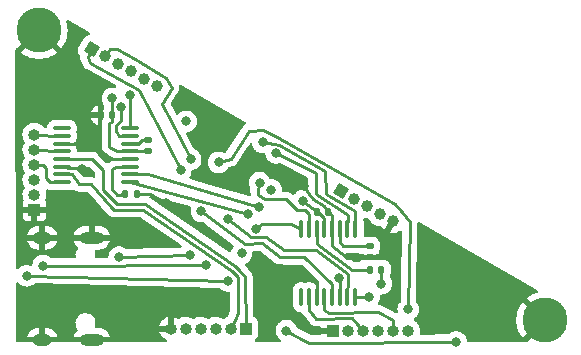
<source format=gbl>
G04 #@! TF.GenerationSoftware,KiCad,Pcbnew,(6.0.2-0)*
G04 #@! TF.CreationDate,2023-02-28T15:21:07-05:00*
G04 #@! TF.ProjectId,daughter_board,64617567-6874-4657-925f-626f6172642e,rev?*
G04 #@! TF.SameCoordinates,Original*
G04 #@! TF.FileFunction,Copper,L4,Bot*
G04 #@! TF.FilePolarity,Positive*
%FSLAX46Y46*%
G04 Gerber Fmt 4.6, Leading zero omitted, Abs format (unit mm)*
G04 Created by KiCad (PCBNEW (6.0.2-0)) date 2023-02-28 15:21:07*
%MOMM*%
%LPD*%
G01*
G04 APERTURE LIST*
G04 Aperture macros list*
%AMRoundRect*
0 Rectangle with rounded corners*
0 $1 Rounding radius*
0 $2 $3 $4 $5 $6 $7 $8 $9 X,Y pos of 4 corners*
0 Add a 4 corners polygon primitive as box body*
4,1,4,$2,$3,$4,$5,$6,$7,$8,$9,$2,$3,0*
0 Add four circle primitives for the rounded corners*
1,1,$1+$1,$2,$3*
1,1,$1+$1,$4,$5*
1,1,$1+$1,$6,$7*
1,1,$1+$1,$8,$9*
0 Add four rect primitives between the rounded corners*
20,1,$1+$1,$2,$3,$4,$5,0*
20,1,$1+$1,$4,$5,$6,$7,0*
20,1,$1+$1,$6,$7,$8,$9,0*
20,1,$1+$1,$8,$9,$2,$3,0*%
%AMHorizOval*
0 Thick line with rounded ends*
0 $1 width*
0 $2 $3 position (X,Y) of the first rounded end (center of the circle)*
0 $4 $5 position (X,Y) of the second rounded end (center of the circle)*
0 Add line between two ends*
20,1,$1,$2,$3,$4,$5,0*
0 Add two circle primitives to create the rounded ends*
1,1,$1,$2,$3*
1,1,$1,$4,$5*%
%AMRotRect*
0 Rectangle, with rotation*
0 The origin of the aperture is its center*
0 $1 length*
0 $2 width*
0 $3 Rotation angle, in degrees counterclockwise*
0 Add horizontal line*
21,1,$1,$2,0,0,$3*%
G04 Aperture macros list end*
G04 #@! TA.AperFunction,ComponentPad*
%ADD10C,3.800000*%
G04 #@! TD*
G04 #@! TA.AperFunction,ComponentPad*
%ADD11R,1.000000X1.000000*%
G04 #@! TD*
G04 #@! TA.AperFunction,ComponentPad*
%ADD12O,1.000000X1.000000*%
G04 #@! TD*
G04 #@! TA.AperFunction,ComponentPad*
%ADD13O,2.100000X1.000000*%
G04 #@! TD*
G04 #@! TA.AperFunction,ComponentPad*
%ADD14O,1.600000X1.000000*%
G04 #@! TD*
G04 #@! TA.AperFunction,ComponentPad*
%ADD15RotRect,1.000000X1.000000X60.000000*%
G04 #@! TD*
G04 #@! TA.AperFunction,ComponentPad*
%ADD16HorizOval,1.000000X0.000000X0.000000X0.000000X0.000000X0*%
G04 #@! TD*
G04 #@! TA.AperFunction,SMDPad,CuDef*
%ADD17RoundRect,0.140000X-0.140000X-0.170000X0.140000X-0.170000X0.140000X0.170000X-0.140000X0.170000X0*%
G04 #@! TD*
G04 #@! TA.AperFunction,SMDPad,CuDef*
%ADD18RoundRect,0.140000X0.170000X-0.140000X0.170000X0.140000X-0.170000X0.140000X-0.170000X-0.140000X0*%
G04 #@! TD*
G04 #@! TA.AperFunction,SMDPad,CuDef*
%ADD19RoundRect,0.140000X0.140000X0.170000X-0.140000X0.170000X-0.140000X-0.170000X0.140000X-0.170000X0*%
G04 #@! TD*
G04 #@! TA.AperFunction,SMDPad,CuDef*
%ADD20RoundRect,0.100000X-0.637500X-0.100000X0.637500X-0.100000X0.637500X0.100000X-0.637500X0.100000X0*%
G04 #@! TD*
G04 #@! TA.AperFunction,SMDPad,CuDef*
%ADD21RoundRect,0.100000X0.100000X-0.637500X0.100000X0.637500X-0.100000X0.637500X-0.100000X-0.637500X0*%
G04 #@! TD*
G04 #@! TA.AperFunction,ViaPad*
%ADD22C,0.800000*%
G04 #@! TD*
G04 #@! TA.AperFunction,Conductor*
%ADD23C,0.250000*%
G04 #@! TD*
G04 APERTURE END LIST*
D10*
X84010000Y-103390000D03*
D11*
X66085000Y-104290000D03*
D12*
X67355000Y-104290000D03*
X68625000Y-104290000D03*
X69895000Y-104290000D03*
X71165000Y-104290000D03*
X72435000Y-104290000D03*
D13*
X45645000Y-105060000D03*
D14*
X41465000Y-96420000D03*
X41465000Y-105060000D03*
D13*
X45645000Y-96420000D03*
D11*
X40800000Y-94035000D03*
D12*
X40800000Y-92765000D03*
X40800000Y-91495000D03*
X40800000Y-90225000D03*
X40800000Y-88955000D03*
X40800000Y-87685000D03*
D15*
X45660369Y-80422500D03*
D16*
X46760221Y-81057500D03*
X47860074Y-81692500D03*
X48959926Y-82327500D03*
X50059778Y-82962500D03*
X51159630Y-83597500D03*
D15*
X66730000Y-92490000D03*
D16*
X67829852Y-93125000D03*
X68929705Y-93760000D03*
X70029557Y-94395000D03*
X71129409Y-95030000D03*
D11*
X58705000Y-104110000D03*
D12*
X57435000Y-104110000D03*
X56165000Y-104110000D03*
X54895000Y-104110000D03*
X53625000Y-104110000D03*
X52355000Y-104110000D03*
D10*
X41200000Y-78870000D03*
D17*
X64730000Y-94210000D03*
X65690000Y-94210000D03*
D18*
X69220000Y-98080000D03*
X69220000Y-97120000D03*
D19*
X49450000Y-92750000D03*
X48490000Y-92750000D03*
D18*
X50400000Y-89100000D03*
X50400000Y-88140000D03*
D20*
X43127500Y-91705000D03*
X43127500Y-91055000D03*
X43127500Y-90405000D03*
X43127500Y-89755000D03*
X43127500Y-89105000D03*
X43127500Y-88455000D03*
X43127500Y-87805000D03*
X43127500Y-87155000D03*
X48852500Y-87155000D03*
X48852500Y-87805000D03*
X48852500Y-88455000D03*
X48852500Y-89105000D03*
X48852500Y-89755000D03*
X48852500Y-90405000D03*
X48852500Y-91055000D03*
X48852500Y-91705000D03*
D21*
X67955000Y-101442500D03*
X67305000Y-101442500D03*
X66655000Y-101442500D03*
X66005000Y-101442500D03*
X65355000Y-101442500D03*
X64705000Y-101442500D03*
X64055000Y-101442500D03*
X63405000Y-101442500D03*
X63405000Y-95717500D03*
X64055000Y-95717500D03*
X64705000Y-95717500D03*
X65355000Y-95717500D03*
X66005000Y-95717500D03*
X66655000Y-95717500D03*
X67305000Y-95717500D03*
X67955000Y-95717500D03*
D19*
X47360000Y-86050000D03*
X46400000Y-86050000D03*
X70170000Y-99110000D03*
X69210000Y-99110000D03*
D22*
X61050000Y-100510000D03*
X63610000Y-92050000D03*
X70980000Y-98090000D03*
X51900000Y-93470000D03*
X66580000Y-99870000D03*
X44840000Y-90600000D03*
X58340000Y-97750000D03*
X53650000Y-86570000D03*
X69160000Y-101440000D03*
X60860000Y-92380000D03*
X47400000Y-84620000D03*
X63560000Y-93270000D03*
X70180000Y-100300000D03*
X41540000Y-98770000D03*
X55300000Y-98760000D03*
X57180000Y-100070000D03*
X40150000Y-99640000D03*
X53190000Y-90710000D03*
X54940000Y-94190000D03*
X54030000Y-89770000D03*
X57160000Y-94820000D03*
X56400000Y-90040000D03*
X72450000Y-102480000D03*
X54010000Y-97860000D03*
X47970000Y-98040000D03*
X76500000Y-105230000D03*
X62130000Y-104280000D03*
X59840000Y-93840000D03*
X58850000Y-94410000D03*
X59540000Y-95640000D03*
X59860000Y-91760000D03*
X61260000Y-89240000D03*
X60150000Y-88350000D03*
X48160000Y-85360000D03*
X48880000Y-84310000D03*
D23*
X67120000Y-97980000D02*
X67270000Y-98100000D01*
X65700000Y-94130000D02*
X66010000Y-94620000D01*
X49450000Y-92750000D02*
X50560000Y-92750000D01*
X66020000Y-97130000D02*
X67120000Y-97980000D01*
X43127500Y-88455000D02*
X44470000Y-88450000D01*
X50560000Y-92750000D02*
X51900000Y-93470000D01*
X66580000Y-99870000D02*
X66655000Y-99945000D01*
X66655000Y-99945000D02*
X66655000Y-101442500D01*
X64410000Y-93160000D02*
X64050000Y-92700000D01*
X66005000Y-95717500D02*
X66020000Y-97130000D01*
X43127500Y-90405000D02*
X44840000Y-90600000D01*
X66010000Y-94620000D02*
X66005000Y-95717500D01*
X48852500Y-89755000D02*
X47640000Y-89750000D01*
X67270000Y-98100000D02*
X69220000Y-98080000D01*
X64705000Y-101442500D02*
X64690000Y-100180000D01*
X65320000Y-93730000D02*
X64410000Y-93160000D01*
X65690000Y-94210000D02*
X65320000Y-93730000D01*
X64050000Y-92700000D02*
X63610000Y-92050000D01*
X69220000Y-98080000D02*
X70980000Y-98090000D01*
X47640000Y-89750000D02*
X47150000Y-89750000D01*
X41770000Y-91320000D02*
X42110000Y-91710000D01*
X67955000Y-101442500D02*
X69160000Y-101440000D01*
X41530000Y-90230000D02*
X41770000Y-90490000D01*
X42110000Y-91710000D02*
X43127500Y-91705000D01*
X40800000Y-90225000D02*
X41530000Y-90230000D01*
X41770000Y-90490000D02*
X41770000Y-91320000D01*
X47760000Y-89080000D02*
X48852500Y-89105000D01*
X47360000Y-86580000D02*
X47360000Y-86050000D01*
X65340000Y-94790000D02*
X65355000Y-95717500D01*
X70170000Y-99110000D02*
X70180000Y-100300000D01*
X47140000Y-88700000D02*
X47130000Y-86720000D01*
X64740000Y-94130000D02*
X65340000Y-94790000D01*
X47130000Y-86720000D02*
X47360000Y-86580000D01*
X47360000Y-86050000D02*
X47400000Y-84620000D01*
X47760000Y-89080000D02*
X47140000Y-88700000D01*
X64730000Y-94210000D02*
X63560000Y-93270000D01*
X48852500Y-89105000D02*
X50360000Y-89070000D01*
X49890000Y-88110000D02*
X50360000Y-88110000D01*
X48852500Y-88455000D02*
X49610000Y-88470000D01*
X49610000Y-88470000D02*
X49890000Y-88110000D01*
X47400000Y-92300000D02*
X47810000Y-92760000D01*
X48852500Y-90405000D02*
X47740000Y-90390000D01*
X47810000Y-92760000D02*
X48490000Y-92750000D01*
X47740000Y-90390000D02*
X47370000Y-90640000D01*
X47370000Y-90640000D02*
X47400000Y-92300000D01*
X64040000Y-102520000D02*
X64660000Y-103260000D01*
X64660000Y-103260000D02*
X67710000Y-103220000D01*
X67710000Y-103220000D02*
X68625000Y-104290000D01*
X64055000Y-101442500D02*
X64040000Y-102520000D01*
X64705000Y-95717500D02*
X64720000Y-96960000D01*
X64720000Y-96960000D02*
X67670000Y-99120000D01*
X67670000Y-99120000D02*
X69210000Y-99110000D01*
X66655000Y-95717500D02*
X66650000Y-96820000D01*
X66960000Y-97080000D02*
X69220000Y-97120000D01*
X66650000Y-96820000D02*
X66960000Y-97080000D01*
X41540000Y-98770000D02*
X55300000Y-98760000D01*
X57180000Y-100070000D02*
X40150000Y-99640000D01*
X40800000Y-88955000D02*
X43127500Y-89105000D01*
X40800000Y-87685000D02*
X43127500Y-87805000D01*
X45710000Y-89760000D02*
X43127500Y-89755000D01*
X57820000Y-98800000D02*
X50160000Y-93560000D01*
X58705000Y-104110000D02*
X58640000Y-99750000D01*
X47810000Y-93560000D02*
X46640000Y-92360000D01*
X58640000Y-99750000D02*
X58140000Y-99150000D01*
X58140000Y-99150000D02*
X57820000Y-98800000D01*
X50160000Y-93560000D02*
X47810000Y-93560000D01*
X46590000Y-90670000D02*
X45710000Y-89760000D01*
X46640000Y-92360000D02*
X46590000Y-90670000D01*
X58010000Y-102760000D02*
X58000000Y-99780000D01*
X44560000Y-91870000D02*
X44010000Y-91050000D01*
X47530000Y-94050000D02*
X50030000Y-94050000D01*
X45570000Y-91910000D02*
X44560000Y-91870000D01*
X57435000Y-104110000D02*
X58010000Y-102760000D01*
X47400000Y-93920000D02*
X47530000Y-94050000D01*
X46110000Y-92470000D02*
X45570000Y-91910000D01*
X50030000Y-94050000D02*
X57540000Y-99250000D01*
X46110000Y-92470000D02*
X47400000Y-93920000D01*
X58000000Y-99780000D02*
X57540000Y-99250000D01*
X44010000Y-91050000D02*
X43127500Y-91055000D01*
X58600000Y-96950000D02*
X54940000Y-94190000D01*
X53190000Y-90710000D02*
X49690000Y-83880000D01*
X45300000Y-81130000D02*
X45660369Y-80422500D01*
X60090000Y-96900000D02*
X58600000Y-96950000D01*
X49690000Y-83880000D02*
X45530000Y-81600000D01*
X45530000Y-81600000D02*
X45300000Y-81130000D01*
X65990000Y-100340000D02*
X63641786Y-98058214D01*
X61580000Y-98050000D02*
X60090000Y-96900000D01*
X63641786Y-98058214D02*
X61580000Y-98050000D01*
X66005000Y-101442500D02*
X65990000Y-100340000D01*
X54030000Y-89770000D02*
X51610000Y-85070000D01*
X67310000Y-99930000D02*
X67310000Y-99490000D01*
X49350000Y-81320000D02*
X47750000Y-80410000D01*
X52410000Y-83740000D02*
X51970000Y-82930000D01*
X59150000Y-96370000D02*
X57160000Y-94820000D01*
X67310000Y-99490000D02*
X64620000Y-97450000D01*
X61950000Y-97470000D02*
X60400000Y-96360000D01*
X51970000Y-82930000D02*
X49350000Y-81320000D01*
X47210000Y-80400000D02*
X46760221Y-81057500D01*
X51610000Y-85070000D02*
X52410000Y-83740000D01*
X47750000Y-80410000D02*
X47210000Y-80400000D01*
X60400000Y-96360000D02*
X59150000Y-96370000D01*
X64430000Y-97460000D02*
X61950000Y-97470000D01*
X67305000Y-101442500D02*
X67310000Y-99930000D01*
X64620000Y-97450000D02*
X64430000Y-97460000D01*
X59000000Y-87350000D02*
X57410000Y-89760000D01*
X72450000Y-102480000D02*
X72580000Y-95060000D01*
X71920000Y-94230000D02*
X71300000Y-93600000D01*
X57410000Y-89760000D02*
X56400000Y-90040000D01*
X60170000Y-87260000D02*
X59000000Y-87350000D01*
X71300000Y-93600000D02*
X61340000Y-87900000D01*
X72580000Y-95060000D02*
X71920000Y-94230000D01*
X61340000Y-87900000D02*
X60170000Y-87260000D01*
X65360000Y-102550000D02*
X65700000Y-102790000D01*
X71170000Y-103390000D02*
X71165000Y-104290000D01*
X65700000Y-102790000D02*
X69910000Y-102740000D01*
X65355000Y-101442500D02*
X65360000Y-102550000D01*
X69910000Y-102740000D02*
X71170000Y-103390000D01*
X47970000Y-98040000D02*
X54010000Y-97860000D01*
X64070000Y-105310000D02*
X76500000Y-105230000D01*
X62130000Y-104280000D02*
X64070000Y-105310000D01*
X50450000Y-91040000D02*
X59840000Y-93840000D01*
X48852500Y-91055000D02*
X50450000Y-91040000D01*
X48852500Y-91705000D02*
X58850000Y-94410000D01*
X60100000Y-95270000D02*
X59540000Y-95640000D01*
X63405000Y-95717500D02*
X62520000Y-95280000D01*
X62520000Y-95280000D02*
X60100000Y-95270000D01*
X59770000Y-92840000D02*
X59700000Y-92270000D01*
X62140000Y-93170000D02*
X60330000Y-93180000D01*
X59700000Y-92270000D02*
X59860000Y-91760000D01*
X62290000Y-93330000D02*
X62140000Y-93170000D01*
X60330000Y-93180000D02*
X59770000Y-92840000D01*
X63010000Y-94060000D02*
X62290000Y-93330000D01*
X63750000Y-94060000D02*
X63010000Y-94060000D01*
X64055000Y-95717500D02*
X64070000Y-94410000D01*
X64070000Y-94410000D02*
X63750000Y-94060000D01*
X67330000Y-94460000D02*
X64640000Y-92720000D01*
X64620000Y-91200000D02*
X64620000Y-90940000D01*
X67305000Y-95717500D02*
X67330000Y-94460000D01*
X64620000Y-90940000D02*
X61260000Y-89240000D01*
X64640000Y-92720000D02*
X64620000Y-91200000D01*
X61510000Y-88540000D02*
X60150000Y-88350000D01*
X65470000Y-92720000D02*
X65420000Y-90770000D01*
X67930000Y-94160000D02*
X65470000Y-92720000D01*
X67920000Y-94450000D02*
X67930000Y-94160000D01*
X67955000Y-95717500D02*
X67920000Y-94450000D01*
X65420000Y-90770000D02*
X61510000Y-88540000D01*
X48150000Y-85470000D02*
X48120000Y-86410000D01*
X47680000Y-86940000D02*
X47700000Y-87400000D01*
X48120000Y-86410000D02*
X47680000Y-86940000D01*
X48150000Y-85470000D02*
X48160000Y-85360000D01*
X47990000Y-87800000D02*
X48852500Y-87805000D01*
X47700000Y-87400000D02*
X47990000Y-87800000D01*
X48920000Y-84320000D02*
X48852500Y-87155000D01*
X48920000Y-84320000D02*
X48880000Y-84310000D01*
G04 #@! TA.AperFunction,Conductor*
G36*
X39434825Y-100204940D02*
G01*
X39446155Y-100216032D01*
X39538747Y-100318866D01*
X39693248Y-100431118D01*
X39699276Y-100433802D01*
X39699278Y-100433803D01*
X39860886Y-100505755D01*
X39867712Y-100508794D01*
X39961113Y-100528647D01*
X40048056Y-100547128D01*
X40048061Y-100547128D01*
X40054513Y-100548500D01*
X40245487Y-100548500D01*
X40251939Y-100547128D01*
X40251944Y-100547128D01*
X40338887Y-100528647D01*
X40432288Y-100508794D01*
X40439114Y-100505755D01*
X40600722Y-100433803D01*
X40600724Y-100433802D01*
X40606752Y-100431118D01*
X40660690Y-100391930D01*
X40761253Y-100318866D01*
X40762155Y-100320108D01*
X40819067Y-100292796D01*
X40842551Y-100291189D01*
X56458729Y-100685490D01*
X56526324Y-100707205D01*
X56549181Y-100727136D01*
X56568747Y-100748866D01*
X56723248Y-100861118D01*
X56729276Y-100863802D01*
X56729278Y-100863803D01*
X56804411Y-100897254D01*
X56897712Y-100938794D01*
X56989551Y-100958315D01*
X57078056Y-100977128D01*
X57078061Y-100977128D01*
X57084513Y-100978500D01*
X57244940Y-100978500D01*
X57313061Y-100998502D01*
X57359554Y-101052158D01*
X57370939Y-101104077D01*
X57375979Y-102605791D01*
X57365903Y-102655589D01*
X57183007Y-103084996D01*
X57137911Y-103139830D01*
X57102660Y-103156494D01*
X57061301Y-103168667D01*
X57061295Y-103168669D01*
X57055381Y-103170410D01*
X57049923Y-103173263D01*
X57049919Y-103173265D01*
X56954135Y-103223340D01*
X56880110Y-103262040D01*
X56875310Y-103265900D01*
X56870153Y-103269274D01*
X56868769Y-103267158D01*
X56813365Y-103290027D01*
X56743512Y-103277334D01*
X56733898Y-103271709D01*
X56731675Y-103269870D01*
X56557701Y-103175802D01*
X56368768Y-103117318D01*
X56362643Y-103116674D01*
X56362642Y-103116674D01*
X56178204Y-103097289D01*
X56178202Y-103097289D01*
X56172075Y-103096645D01*
X56108421Y-103102438D01*
X55981251Y-103114011D01*
X55981248Y-103114012D01*
X55975112Y-103114570D01*
X55969206Y-103116308D01*
X55969202Y-103116309D01*
X55864076Y-103147249D01*
X55785381Y-103170410D01*
X55779923Y-103173263D01*
X55779919Y-103173265D01*
X55684135Y-103223340D01*
X55610110Y-103262040D01*
X55605310Y-103265900D01*
X55600153Y-103269274D01*
X55598769Y-103267158D01*
X55543365Y-103290027D01*
X55473512Y-103277334D01*
X55463898Y-103271709D01*
X55461675Y-103269870D01*
X55287701Y-103175802D01*
X55098768Y-103117318D01*
X55092643Y-103116674D01*
X55092642Y-103116674D01*
X54908204Y-103097289D01*
X54908202Y-103097289D01*
X54902075Y-103096645D01*
X54838421Y-103102438D01*
X54711251Y-103114011D01*
X54711248Y-103114012D01*
X54705112Y-103114570D01*
X54699206Y-103116308D01*
X54699202Y-103116309D01*
X54594076Y-103147249D01*
X54515381Y-103170410D01*
X54509923Y-103173263D01*
X54509919Y-103173265D01*
X54414135Y-103223340D01*
X54340110Y-103262040D01*
X54335310Y-103265900D01*
X54330153Y-103269274D01*
X54328769Y-103267158D01*
X54273365Y-103290027D01*
X54203512Y-103277334D01*
X54193898Y-103271709D01*
X54191675Y-103269870D01*
X54017701Y-103175802D01*
X53828768Y-103117318D01*
X53822643Y-103116674D01*
X53822642Y-103116674D01*
X53638204Y-103097289D01*
X53638202Y-103097289D01*
X53632075Y-103096645D01*
X53568421Y-103102438D01*
X53441251Y-103114011D01*
X53441248Y-103114012D01*
X53435112Y-103114570D01*
X53429206Y-103116308D01*
X53429202Y-103116309D01*
X53324076Y-103147249D01*
X53245381Y-103170410D01*
X53239923Y-103173263D01*
X53239919Y-103173265D01*
X53144135Y-103223340D01*
X53070110Y-103262040D01*
X53065310Y-103265900D01*
X53060153Y-103269274D01*
X53058849Y-103267281D01*
X53002977Y-103290354D01*
X52933122Y-103277674D01*
X52919186Y-103269522D01*
X52915980Y-103267360D01*
X52752924Y-103179196D01*
X52741619Y-103174444D01*
X52626308Y-103138750D01*
X52612205Y-103138544D01*
X52609000Y-103145299D01*
X52609000Y-104238000D01*
X52588998Y-104306121D01*
X52535342Y-104352614D01*
X52483000Y-104364000D01*
X51397282Y-104364000D01*
X51383751Y-104367973D01*
X51382601Y-104375975D01*
X51411552Y-104476941D01*
X51416067Y-104488345D01*
X51500794Y-104653207D01*
X51507435Y-104663512D01*
X51622568Y-104808772D01*
X51631091Y-104817598D01*
X51772245Y-104937730D01*
X51782317Y-104944730D01*
X51935288Y-105030222D01*
X51984994Y-105080915D01*
X51999402Y-105150434D01*
X51973939Y-105216707D01*
X51916687Y-105258693D01*
X51873874Y-105266210D01*
X46459113Y-105268596D01*
X39363171Y-105271722D01*
X39295042Y-105251750D01*
X39248525Y-105198115D01*
X39237116Y-105145998D01*
X39236398Y-104817598D01*
X39236366Y-104802795D01*
X40193544Y-104802795D01*
X40200299Y-104806000D01*
X41192885Y-104806000D01*
X41208124Y-104801525D01*
X41209329Y-104800135D01*
X41211000Y-104792452D01*
X41211000Y-104787885D01*
X41719000Y-104787885D01*
X41723475Y-104803124D01*
X41724865Y-104804329D01*
X41732548Y-104806000D01*
X42722924Y-104806000D01*
X42733839Y-104802795D01*
X44123544Y-104802795D01*
X44130299Y-104806000D01*
X47152924Y-104806000D01*
X47166455Y-104802027D01*
X47167575Y-104794232D01*
X47135862Y-104686479D01*
X47131269Y-104675111D01*
X47045393Y-104510846D01*
X47038679Y-104500585D01*
X46922532Y-104356127D01*
X46913954Y-104347368D01*
X46771961Y-104228222D01*
X46761841Y-104221292D01*
X46599415Y-104131998D01*
X46588142Y-104127166D01*
X46411462Y-104071120D01*
X46399468Y-104068570D01*
X46255239Y-104052393D01*
X46248215Y-104052000D01*
X46030023Y-104052000D01*
X45961902Y-104031998D01*
X45915409Y-103978342D01*
X45905305Y-103908068D01*
X45913034Y-103879208D01*
X45914717Y-103875000D01*
X45922530Y-103855466D01*
X45922966Y-103852831D01*
X51383202Y-103852831D01*
X51389763Y-103856000D01*
X52082885Y-103856000D01*
X52098124Y-103851525D01*
X52099329Y-103850135D01*
X52101000Y-103842452D01*
X52101000Y-103152076D01*
X52097027Y-103138545D01*
X52089232Y-103137425D01*
X51981479Y-103169138D01*
X51970111Y-103173731D01*
X51805846Y-103259607D01*
X51795585Y-103266321D01*
X51651127Y-103382468D01*
X51642368Y-103391046D01*
X51523222Y-103533039D01*
X51516292Y-103543159D01*
X51426998Y-103705585D01*
X51422166Y-103716858D01*
X51383506Y-103838731D01*
X51383202Y-103852831D01*
X45922966Y-103852831D01*
X45923644Y-103848738D01*
X45923645Y-103848734D01*
X45950993Y-103683539D01*
X45950993Y-103683536D01*
X45952108Y-103676802D01*
X45951584Y-103666793D01*
X45942987Y-103502766D01*
X45942630Y-103495953D01*
X45940683Y-103488882D01*
X45896352Y-103327941D01*
X45894539Y-103321359D01*
X45810078Y-103161164D01*
X45805673Y-103155951D01*
X45805670Y-103155947D01*
X45697594Y-103028057D01*
X45697590Y-103028053D01*
X45693187Y-103022843D01*
X45687762Y-103018695D01*
X45554743Y-102916994D01*
X45554739Y-102916991D01*
X45549322Y-102912850D01*
X45432442Y-102858348D01*
X45391369Y-102839195D01*
X45391366Y-102839194D01*
X45385192Y-102836315D01*
X45378544Y-102834829D01*
X45378541Y-102834828D01*
X45213494Y-102797936D01*
X45213495Y-102797936D01*
X45208457Y-102796810D01*
X45202912Y-102796500D01*
X45069756Y-102796500D01*
X44934963Y-102811143D01*
X44816810Y-102850906D01*
X44769796Y-102866728D01*
X44769794Y-102866729D01*
X44763325Y-102868906D01*
X44608095Y-102962177D01*
X44603138Y-102966865D01*
X44603135Y-102966867D01*
X44538429Y-103028057D01*
X44476515Y-103086607D01*
X44472683Y-103092245D01*
X44472680Y-103092249D01*
X44413906Y-103178732D01*
X44374723Y-103236388D01*
X44307470Y-103404534D01*
X44306356Y-103411262D01*
X44306355Y-103411266D01*
X44280858Y-103565283D01*
X44277892Y-103583198D01*
X44278249Y-103590015D01*
X44278249Y-103590019D01*
X44282901Y-103678783D01*
X44287370Y-103764047D01*
X44289181Y-103770620D01*
X44289181Y-103770623D01*
X44325873Y-103903831D01*
X44335461Y-103938641D01*
X44419922Y-104098836D01*
X44424327Y-104104049D01*
X44424330Y-104104053D01*
X44442694Y-104125783D01*
X44471386Y-104190724D01*
X44460413Y-104260868D01*
X44426092Y-104304754D01*
X44386067Y-104337397D01*
X44377363Y-104346041D01*
X44259216Y-104488856D01*
X44252356Y-104499027D01*
X44164196Y-104662076D01*
X44159444Y-104673381D01*
X44123750Y-104788692D01*
X44123544Y-104802795D01*
X42733839Y-104802795D01*
X42736455Y-104802027D01*
X42737575Y-104794232D01*
X42705862Y-104686479D01*
X42701269Y-104675111D01*
X42615393Y-104510846D01*
X42608679Y-104500585D01*
X42492532Y-104356127D01*
X42483954Y-104347368D01*
X42341961Y-104228222D01*
X42331841Y-104221292D01*
X42169415Y-104131998D01*
X42158142Y-104127166D01*
X41981462Y-104071120D01*
X41969468Y-104068570D01*
X41825239Y-104052393D01*
X41818215Y-104052000D01*
X41737115Y-104052000D01*
X41721876Y-104056475D01*
X41720671Y-104057865D01*
X41719000Y-104065548D01*
X41719000Y-104787885D01*
X41211000Y-104787885D01*
X41211000Y-104070115D01*
X41206525Y-104054876D01*
X41205135Y-104053671D01*
X41197452Y-104052000D01*
X41118343Y-104052000D01*
X41112195Y-104052301D01*
X40974397Y-104065812D01*
X40962362Y-104068195D01*
X40784924Y-104121767D01*
X40773584Y-104126441D01*
X40609923Y-104213460D01*
X40599706Y-104220249D01*
X40456067Y-104337397D01*
X40447363Y-104346041D01*
X40329216Y-104488856D01*
X40322356Y-104499027D01*
X40234196Y-104662076D01*
X40229444Y-104673381D01*
X40193750Y-104788692D01*
X40193544Y-104802795D01*
X39236366Y-104802795D01*
X39226522Y-100300619D01*
X39246374Y-100232456D01*
X39299928Y-100185846D01*
X39370180Y-100175589D01*
X39434825Y-100204940D01*
G37*
G04 #@! TD.AperFunction*
G04 #@! TA.AperFunction,Conductor*
G36*
X59906841Y-97560016D02*
G01*
X59919299Y-97568493D01*
X61162647Y-98528125D01*
X61172278Y-98536363D01*
X61202624Y-98565087D01*
X61209550Y-98568931D01*
X61209556Y-98568935D01*
X61264308Y-98599319D01*
X61267044Y-98600883D01*
X61320991Y-98632611D01*
X61320996Y-98632613D01*
X61327826Y-98636630D01*
X61335266Y-98638772D01*
X61335804Y-98638995D01*
X61342577Y-98642754D01*
X61350245Y-98644755D01*
X61350249Y-98644757D01*
X61410833Y-98660569D01*
X61413873Y-98661403D01*
X61444828Y-98670315D01*
X61481638Y-98680913D01*
X61489378Y-98681138D01*
X61489951Y-98681220D01*
X61497447Y-98683176D01*
X61505374Y-98683208D01*
X61505377Y-98683208D01*
X61567979Y-98683457D01*
X61571130Y-98683509D01*
X61607131Y-98684553D01*
X61641629Y-98685554D01*
X61647650Y-98684193D01*
X61655954Y-98683808D01*
X62107747Y-98685608D01*
X63332797Y-98690488D01*
X63400835Y-98710761D01*
X63420098Y-98726121D01*
X64857482Y-100122842D01*
X64866808Y-100131904D01*
X64901724Y-100193721D01*
X64905000Y-100222268D01*
X64905000Y-100244431D01*
X64884998Y-100312552D01*
X64855706Y-100344391D01*
X64821013Y-100371013D01*
X64815988Y-100377562D01*
X64804961Y-100391932D01*
X64747622Y-100433798D01*
X64676751Y-100438018D01*
X64614848Y-100403253D01*
X64605038Y-100391930D01*
X64594017Y-100377567D01*
X64594012Y-100377562D01*
X64588987Y-100371013D01*
X64554295Y-100344392D01*
X64512428Y-100287054D01*
X64505000Y-100244431D01*
X64505000Y-100223035D01*
X64500956Y-100209264D01*
X64487417Y-100207235D01*
X64454467Y-100211572D01*
X64438652Y-100215810D01*
X64428874Y-100219860D01*
X64358285Y-100227450D01*
X64332436Y-100219861D01*
X64313850Y-100212162D01*
X64305662Y-100211084D01*
X64198972Y-100197038D01*
X64198971Y-100197038D01*
X64194885Y-100196500D01*
X64055017Y-100196500D01*
X63915116Y-100196501D01*
X63911031Y-100197039D01*
X63911027Y-100197039D01*
X63804337Y-100211084D01*
X63804335Y-100211084D01*
X63796150Y-100212162D01*
X63778219Y-100219589D01*
X63707630Y-100227179D01*
X63681782Y-100219590D01*
X63678339Y-100218163D01*
X63671480Y-100215322D01*
X63671477Y-100215321D01*
X63663850Y-100212162D01*
X63655662Y-100211084D01*
X63548972Y-100197038D01*
X63548971Y-100197038D01*
X63544885Y-100196500D01*
X63405017Y-100196500D01*
X63265116Y-100196501D01*
X63261031Y-100197039D01*
X63261027Y-100197039D01*
X63154337Y-100211084D01*
X63154335Y-100211084D01*
X63146150Y-100212162D01*
X63100495Y-100231073D01*
X63005752Y-100270316D01*
X63005750Y-100270317D01*
X62998124Y-100273476D01*
X62991574Y-100278502D01*
X62935934Y-100321197D01*
X62871013Y-100371013D01*
X62865988Y-100377562D01*
X62865984Y-100377566D01*
X62824893Y-100431118D01*
X62773476Y-100498125D01*
X62712162Y-100646150D01*
X62696500Y-100765115D01*
X62696501Y-102119884D01*
X62697039Y-102123969D01*
X62697039Y-102123973D01*
X62704244Y-102178702D01*
X62712162Y-102238850D01*
X62773476Y-102386876D01*
X62778502Y-102393426D01*
X62844934Y-102480000D01*
X62871013Y-102513987D01*
X62877563Y-102519013D01*
X62877566Y-102519016D01*
X62934569Y-102562755D01*
X62998125Y-102611524D01*
X63146150Y-102672838D01*
X63154338Y-102673916D01*
X63171733Y-102676206D01*
X63265115Y-102688500D01*
X63338956Y-102688500D01*
X63407077Y-102708502D01*
X63452619Y-102760125D01*
X63454877Y-102764845D01*
X63459000Y-102774472D01*
X63473405Y-102812390D01*
X63473407Y-102812394D01*
X63476220Y-102819798D01*
X63480787Y-102826271D01*
X63485414Y-102832830D01*
X63496130Y-102851111D01*
X63503012Y-102865502D01*
X63508102Y-102871577D01*
X63534166Y-102902685D01*
X63540543Y-102910972D01*
X63568489Y-102950585D01*
X63574526Y-102955722D01*
X63574532Y-102955729D01*
X63580635Y-102960923D01*
X63595555Y-102975958D01*
X64145405Y-103632229D01*
X64154315Y-103644247D01*
X64169041Y-103666793D01*
X64169044Y-103666797D01*
X64173380Y-103673435D01*
X64230633Y-103725803D01*
X64231074Y-103726209D01*
X64287909Y-103778917D01*
X64289855Y-103779971D01*
X64291486Y-103781463D01*
X64359861Y-103817893D01*
X64360475Y-103818223D01*
X64428649Y-103855150D01*
X64430796Y-103855687D01*
X64432746Y-103856726D01*
X64439935Y-103858472D01*
X64439936Y-103858472D01*
X64508001Y-103875000D01*
X64508841Y-103875207D01*
X64576734Y-103892188D01*
X64576738Y-103892188D01*
X64583925Y-103893986D01*
X64586131Y-103893972D01*
X64588284Y-103894495D01*
X64595706Y-103894398D01*
X64595709Y-103894398D01*
X64665701Y-103893480D01*
X64666567Y-103893471D01*
X64697981Y-103893275D01*
X64743981Y-103892988D01*
X64745665Y-103892544D01*
X64747569Y-103892406D01*
X64949348Y-103889760D01*
X65017725Y-103908867D01*
X65064917Y-103961908D01*
X65077000Y-104015749D01*
X65077000Y-104017885D01*
X65081475Y-104033124D01*
X65082865Y-104034329D01*
X65090548Y-104036000D01*
X66213000Y-104036000D01*
X66281121Y-104056002D01*
X66327614Y-104109658D01*
X66339000Y-104162000D01*
X66339000Y-104418000D01*
X66318998Y-104486121D01*
X66265342Y-104532614D01*
X66213000Y-104544000D01*
X65095116Y-104544000D01*
X65079877Y-104548475D01*
X65078672Y-104549865D01*
X65074122Y-104570783D01*
X65069661Y-104569813D01*
X65056999Y-104612936D01*
X65003343Y-104659429D01*
X64951814Y-104670812D01*
X64582417Y-104673189D01*
X64257636Y-104675279D01*
X64197739Y-104660569D01*
X63559667Y-104321799D01*
X63047766Y-104050017D01*
X62996980Y-104000407D01*
X62987019Y-103977666D01*
X62966569Y-103914728D01*
X62966568Y-103914726D01*
X62964527Y-103908444D01*
X62869040Y-103743056D01*
X62811169Y-103678783D01*
X62745675Y-103606045D01*
X62745674Y-103606044D01*
X62741253Y-103601134D01*
X62642157Y-103529136D01*
X62592094Y-103492763D01*
X62592093Y-103492762D01*
X62586752Y-103488882D01*
X62580724Y-103486198D01*
X62580722Y-103486197D01*
X62418319Y-103413891D01*
X62418318Y-103413891D01*
X62412288Y-103411206D01*
X62309431Y-103389343D01*
X62231944Y-103372872D01*
X62231939Y-103372872D01*
X62225487Y-103371500D01*
X62034513Y-103371500D01*
X62028061Y-103372872D01*
X62028056Y-103372872D01*
X61950569Y-103389343D01*
X61847712Y-103411206D01*
X61841682Y-103413891D01*
X61841681Y-103413891D01*
X61679278Y-103486197D01*
X61679276Y-103486198D01*
X61673248Y-103488882D01*
X61667907Y-103492762D01*
X61667906Y-103492763D01*
X61617843Y-103529136D01*
X61518747Y-103601134D01*
X61514326Y-103606044D01*
X61514325Y-103606045D01*
X61448832Y-103678783D01*
X61390960Y-103743056D01*
X61347775Y-103817854D01*
X61301277Y-103898392D01*
X61295473Y-103908444D01*
X61236458Y-104090072D01*
X61235768Y-104096633D01*
X61235768Y-104096635D01*
X61222776Y-104220249D01*
X61216496Y-104280000D01*
X61236458Y-104469928D01*
X61295473Y-104651556D01*
X61298776Y-104657278D01*
X61298777Y-104657279D01*
X61309288Y-104675484D01*
X61390960Y-104816944D01*
X61395378Y-104821851D01*
X61395379Y-104821852D01*
X61499716Y-104937730D01*
X61518747Y-104958866D01*
X61572036Y-104997583D01*
X61622177Y-105034013D01*
X61665531Y-105090236D01*
X61671606Y-105160972D01*
X61638474Y-105223764D01*
X61576654Y-105258675D01*
X61548175Y-105261949D01*
X60357139Y-105262473D01*
X59560171Y-105262824D01*
X59492042Y-105242852D01*
X59445525Y-105189217D01*
X59435391Y-105118947D01*
X59464855Y-105054353D01*
X59484551Y-105035998D01*
X59493003Y-105029664D01*
X59568261Y-104973261D01*
X59655615Y-104856705D01*
X59706745Y-104720316D01*
X59713500Y-104658134D01*
X59713500Y-103561866D01*
X59706745Y-103499684D01*
X59655615Y-103363295D01*
X59568261Y-103246739D01*
X59477520Y-103178732D01*
X59458887Y-103164767D01*
X59458884Y-103164765D01*
X59451705Y-103159385D01*
X59404159Y-103141561D01*
X59347394Y-103098920D01*
X59322402Y-103025457D01*
X59273850Y-99768734D01*
X59274057Y-99759398D01*
X59276658Y-99715531D01*
X59276658Y-99715530D01*
X59277127Y-99707619D01*
X59265581Y-99648248D01*
X59264507Y-99641850D01*
X59257148Y-99589848D01*
X59256038Y-99582001D01*
X59253010Y-99574676D01*
X59250924Y-99567025D01*
X59251116Y-99566973D01*
X59250750Y-99565754D01*
X59250561Y-99565816D01*
X59248084Y-99558284D01*
X59246571Y-99550504D01*
X59220624Y-99495873D01*
X59217992Y-99489942D01*
X59197932Y-99441403D01*
X59194904Y-99434076D01*
X59190149Y-99427731D01*
X59186228Y-99420845D01*
X59186399Y-99420748D01*
X59185740Y-99419657D01*
X59185575Y-99419763D01*
X59181304Y-99413086D01*
X59177902Y-99405924D01*
X59139197Y-99359479D01*
X59135174Y-99354391D01*
X59103657Y-99312343D01*
X59098905Y-99306003D01*
X59092725Y-99301044D01*
X59087209Y-99295343D01*
X59087351Y-99295206D01*
X59077927Y-99285954D01*
X58676782Y-98804580D01*
X58670211Y-98794808D01*
X58669842Y-98795069D01*
X58665269Y-98788595D01*
X58661543Y-98781598D01*
X58656194Y-98775747D01*
X58652298Y-98770232D01*
X58629334Y-98703052D01*
X58646335Y-98634121D01*
X58703964Y-98582430D01*
X58790722Y-98543803D01*
X58790724Y-98543802D01*
X58796752Y-98541118D01*
X58806873Y-98533765D01*
X58873781Y-98485153D01*
X58951253Y-98428866D01*
X59033093Y-98337973D01*
X59074621Y-98291852D01*
X59074622Y-98291851D01*
X59079040Y-98286944D01*
X59166173Y-98136026D01*
X59171223Y-98127279D01*
X59171224Y-98127278D01*
X59174527Y-98121556D01*
X59233542Y-97939928D01*
X59236866Y-97908307D01*
X59252814Y-97756565D01*
X59253504Y-97750000D01*
X59247949Y-97697149D01*
X59260721Y-97627312D01*
X59309223Y-97575465D01*
X59369033Y-97558050D01*
X59498849Y-97553694D01*
X59838088Y-97542310D01*
X59906841Y-97560016D01*
G37*
G04 #@! TD.AperFunction*
G04 #@! TA.AperFunction,Conductor*
G36*
X73399870Y-95102401D02*
G01*
X83351324Y-100836944D01*
X83366887Y-100845912D01*
X83415923Y-100897254D01*
X83429416Y-100966957D01*
X83403084Y-101032889D01*
X83345286Y-101074119D01*
X83335312Y-101077124D01*
X83268251Y-101094342D01*
X83260746Y-101096781D01*
X82986369Y-101205415D01*
X82979234Y-101208772D01*
X82720650Y-101350930D01*
X82713970Y-101355170D01*
X82508770Y-101504256D01*
X82500347Y-101515179D01*
X82507251Y-101528040D01*
X84280115Y-103300905D01*
X84314141Y-103363217D01*
X84309076Y-103434033D01*
X84280115Y-103479095D01*
X82543377Y-105215833D01*
X82481065Y-105249859D01*
X82454338Y-105252738D01*
X79498525Y-105254040D01*
X77529628Y-105254908D01*
X77461499Y-105234936D01*
X77414982Y-105181301D01*
X77404263Y-105142078D01*
X77402144Y-105121911D01*
X77397776Y-105080358D01*
X77394232Y-105046635D01*
X77394232Y-105046633D01*
X77393542Y-105040072D01*
X77334527Y-104858444D01*
X77239040Y-104693056D01*
X77219012Y-104670812D01*
X77115675Y-104556045D01*
X77115674Y-104556044D01*
X77111253Y-104551134D01*
X76990209Y-104463190D01*
X76962094Y-104442763D01*
X76962093Y-104442762D01*
X76956752Y-104438882D01*
X76950724Y-104436198D01*
X76950722Y-104436197D01*
X76788319Y-104363891D01*
X76788318Y-104363891D01*
X76782288Y-104361206D01*
X76688888Y-104341353D01*
X76601944Y-104322872D01*
X76601939Y-104322872D01*
X76595487Y-104321500D01*
X76404513Y-104321500D01*
X76398061Y-104322872D01*
X76398056Y-104322872D01*
X76311112Y-104341353D01*
X76217712Y-104361206D01*
X76211682Y-104363891D01*
X76211681Y-104363891D01*
X76049278Y-104436197D01*
X76049276Y-104436198D01*
X76043248Y-104438882D01*
X76037907Y-104442762D01*
X76037906Y-104442763D01*
X75995383Y-104473658D01*
X75888747Y-104551134D01*
X75884333Y-104556036D01*
X75884331Y-104556038D01*
X75881321Y-104559381D01*
X75820874Y-104596620D01*
X75788497Y-104601066D01*
X73554174Y-104615447D01*
X73485927Y-104595884D01*
X73439090Y-104542529D01*
X73428358Y-104473658D01*
X73447985Y-104318295D01*
X73448380Y-104290000D01*
X73429080Y-104093167D01*
X73421541Y-104068195D01*
X73394208Y-103977666D01*
X73371916Y-103903831D01*
X73279066Y-103729204D01*
X73178556Y-103605967D01*
X73157960Y-103580713D01*
X73157957Y-103580710D01*
X73154065Y-103575938D01*
X73149316Y-103572009D01*
X73006425Y-103453799D01*
X73006421Y-103453797D01*
X73001675Y-103449870D01*
X72991701Y-103444477D01*
X72982199Y-103439339D01*
X72936444Y-103393958D01*
X81597488Y-103393958D01*
X81616015Y-103688436D01*
X81617008Y-103696297D01*
X81672296Y-103986128D01*
X81674267Y-103993805D01*
X81765446Y-104274424D01*
X81768361Y-104281787D01*
X81893993Y-104548770D01*
X81897805Y-104555703D01*
X82055908Y-104804833D01*
X82060563Y-104811241D01*
X82125521Y-104889761D01*
X82138040Y-104898217D01*
X82148778Y-104892011D01*
X83637980Y-103402810D01*
X83645592Y-103388869D01*
X83645461Y-103387034D01*
X83641210Y-103380420D01*
X82149881Y-101889092D01*
X82136619Y-101881850D01*
X82126515Y-101889038D01*
X82060563Y-101968759D01*
X82055909Y-101975165D01*
X81897805Y-102224297D01*
X81893993Y-102231230D01*
X81768361Y-102498213D01*
X81765446Y-102505576D01*
X81674267Y-102786195D01*
X81672296Y-102793872D01*
X81617008Y-103083703D01*
X81616015Y-103091564D01*
X81597488Y-103386042D01*
X81597488Y-103393958D01*
X72936444Y-103393958D01*
X72931791Y-103389343D01*
X72916415Y-103320032D01*
X72940952Y-103253410D01*
X72968067Y-103226570D01*
X73039812Y-103174444D01*
X73055909Y-103162749D01*
X73055911Y-103162747D01*
X73061253Y-103158866D01*
X73073469Y-103145299D01*
X73184621Y-103021852D01*
X73184622Y-103021851D01*
X73189040Y-103016944D01*
X73274510Y-102868906D01*
X73281223Y-102857279D01*
X73281224Y-102857278D01*
X73284527Y-102851556D01*
X73343542Y-102669928D01*
X73348194Y-102625672D01*
X73362814Y-102486565D01*
X73363504Y-102480000D01*
X73343542Y-102290072D01*
X73284527Y-102108444D01*
X73280627Y-102101688D01*
X73207578Y-101975165D01*
X73189040Y-101943056D01*
X73128052Y-101875322D01*
X73097335Y-101811315D01*
X73095707Y-101788811D01*
X73210980Y-95209364D01*
X73232173Y-95141605D01*
X73286634Y-95096059D01*
X73357075Y-95087188D01*
X73399870Y-95102401D01*
G37*
G04 #@! TD.AperFunction*
G04 #@! TA.AperFunction,Conductor*
G36*
X71145558Y-94746030D02*
G01*
X71367260Y-94874030D01*
X71416253Y-94925413D01*
X71429689Y-94995126D01*
X71413379Y-95046149D01*
X70870150Y-95987049D01*
X70866825Y-96000754D01*
X70875161Y-96007309D01*
X70906046Y-96017344D01*
X70918027Y-96019978D01*
X71102085Y-96041926D01*
X71114334Y-96042183D01*
X71299151Y-96027962D01*
X71311231Y-96025831D01*
X71489746Y-95975988D01*
X71501196Y-95971548D01*
X71666635Y-95887979D01*
X71676989Y-95881408D01*
X71727368Y-95842047D01*
X71793363Y-95815869D01*
X71863033Y-95829526D01*
X71914260Y-95878682D01*
X71930923Y-95943541D01*
X71856080Y-100215322D01*
X71828914Y-101765874D01*
X71807721Y-101833634D01*
X71796573Y-101847973D01*
X71710960Y-101943056D01*
X71692422Y-101975165D01*
X71619374Y-102101688D01*
X71615473Y-102108444D01*
X71556458Y-102290072D01*
X71536496Y-102480000D01*
X71537186Y-102486565D01*
X71555015Y-102656199D01*
X71542243Y-102726037D01*
X71493741Y-102777884D01*
X71424908Y-102795278D01*
X71371939Y-102781347D01*
X71230732Y-102708502D01*
X70205325Y-102179522D01*
X70203870Y-102178758D01*
X70137993Y-102143555D01*
X70101289Y-102134594D01*
X70087904Y-102130527D01*
X70052423Y-102117551D01*
X70044535Y-102116766D01*
X70044533Y-102116765D01*
X70029926Y-102115311D01*
X70025850Y-102114905D01*
X70008392Y-102111915D01*
X70007456Y-102111686D01*
X69946041Y-102076068D01*
X69913631Y-102012901D01*
X69920517Y-101942239D01*
X69928274Y-101926309D01*
X69994527Y-101811556D01*
X70053542Y-101629928D01*
X70065603Y-101515179D01*
X70072814Y-101446565D01*
X70073504Y-101440000D01*
X70064588Y-101355170D01*
X70063800Y-101347670D01*
X70076572Y-101277832D01*
X70125074Y-101225985D01*
X70189110Y-101208500D01*
X70275487Y-101208500D01*
X70281939Y-101207128D01*
X70281944Y-101207128D01*
X70368888Y-101188647D01*
X70462288Y-101168794D01*
X70468319Y-101166109D01*
X70630722Y-101093803D01*
X70630724Y-101093802D01*
X70636752Y-101091118D01*
X70791253Y-100978866D01*
X70919040Y-100836944D01*
X70977314Y-100736010D01*
X71011223Y-100677279D01*
X71011224Y-100677278D01*
X71014527Y-100671556D01*
X71073542Y-100489928D01*
X71079442Y-100433798D01*
X71092814Y-100306565D01*
X71093504Y-100300000D01*
X71091245Y-100278505D01*
X71074232Y-100116635D01*
X71074232Y-100116633D01*
X71073542Y-100110072D01*
X71014527Y-99928444D01*
X70996143Y-99896601D01*
X70922343Y-99768777D01*
X70919040Y-99763056D01*
X70914620Y-99758147D01*
X70914617Y-99758143D01*
X70895688Y-99737120D01*
X70864971Y-99673113D01*
X70873735Y-99602659D01*
X70880863Y-99588685D01*
X70909894Y-99539597D01*
X70955606Y-99382254D01*
X70957399Y-99359484D01*
X70958307Y-99347940D01*
X70958307Y-99347932D01*
X70958500Y-99345484D01*
X70958500Y-98874516D01*
X70956788Y-98852763D01*
X70956111Y-98844156D01*
X70956110Y-98844151D01*
X70955606Y-98837746D01*
X70909894Y-98680403D01*
X70898658Y-98661403D01*
X70830522Y-98546192D01*
X70826488Y-98539371D01*
X70710629Y-98423512D01*
X70619915Y-98369864D01*
X70576420Y-98344141D01*
X70576419Y-98344141D01*
X70569597Y-98340106D01*
X70561986Y-98337895D01*
X70561984Y-98337894D01*
X70511005Y-98323084D01*
X70412254Y-98294394D01*
X70405849Y-98293890D01*
X70405844Y-98293889D01*
X70377940Y-98291693D01*
X70377932Y-98291693D01*
X70375484Y-98291500D01*
X69964516Y-98291500D01*
X69962068Y-98291693D01*
X69962060Y-98291693D01*
X69934156Y-98293889D01*
X69934151Y-98293890D01*
X69927746Y-98294394D01*
X69808641Y-98328997D01*
X69773488Y-98334000D01*
X69606512Y-98334000D01*
X69571359Y-98328997D01*
X69452254Y-98294394D01*
X69445849Y-98293890D01*
X69445844Y-98293889D01*
X69417940Y-98291693D01*
X69417932Y-98291693D01*
X69415484Y-98291500D01*
X69004516Y-98291500D01*
X69002068Y-98291693D01*
X69002060Y-98291693D01*
X68974156Y-98293889D01*
X68974151Y-98293890D01*
X68967746Y-98294394D01*
X68848641Y-98328997D01*
X68813488Y-98334000D01*
X68426442Y-98334000D01*
X68412911Y-98337973D01*
X68408326Y-98369864D01*
X68404874Y-98369368D01*
X68402592Y-98400685D01*
X68359969Y-98457463D01*
X68293415Y-98482185D01*
X68285428Y-98482490D01*
X67916942Y-98484883D01*
X67848694Y-98465324D01*
X67841701Y-98460557D01*
X67138621Y-97945760D01*
X67095475Y-97889378D01*
X67089661Y-97818619D01*
X67123024Y-97755951D01*
X67184973Y-97721268D01*
X67215287Y-97718118D01*
X68290596Y-97737150D01*
X68358350Y-97758353D01*
X68394167Y-97794706D01*
X68411799Y-97821970D01*
X68420691Y-97826000D01*
X68698621Y-97826000D01*
X68762760Y-97843546D01*
X68790403Y-97859894D01*
X68798014Y-97862105D01*
X68798016Y-97862106D01*
X68800653Y-97862872D01*
X68947746Y-97905606D01*
X68954151Y-97906110D01*
X68954156Y-97906111D01*
X68982060Y-97908307D01*
X68982068Y-97908307D01*
X68984516Y-97908500D01*
X69455484Y-97908500D01*
X69457932Y-97908307D01*
X69457940Y-97908307D01*
X69485844Y-97906111D01*
X69485849Y-97906110D01*
X69492254Y-97905606D01*
X69639347Y-97862872D01*
X69641984Y-97862106D01*
X69641986Y-97862105D01*
X69649597Y-97859894D01*
X69677240Y-97843546D01*
X69741379Y-97826000D01*
X70013558Y-97826000D01*
X70027089Y-97822027D01*
X70028224Y-97814129D01*
X69991643Y-97688216D01*
X69985395Y-97673778D01*
X69979984Y-97664628D01*
X69962526Y-97595812D01*
X69979985Y-97536353D01*
X69985857Y-97526423D01*
X69989894Y-97519597D01*
X69993039Y-97508774D01*
X70016505Y-97428000D01*
X70035606Y-97362254D01*
X70036291Y-97353559D01*
X70038307Y-97327940D01*
X70038307Y-97327932D01*
X70038500Y-97325484D01*
X70038500Y-96914516D01*
X70038307Y-96912060D01*
X70036111Y-96884156D01*
X70036110Y-96884151D01*
X70035606Y-96877746D01*
X69989894Y-96720403D01*
X69906488Y-96579371D01*
X69790629Y-96463512D01*
X69783808Y-96459478D01*
X69656420Y-96384141D01*
X69656419Y-96384141D01*
X69649597Y-96380106D01*
X69641986Y-96377895D01*
X69641984Y-96377894D01*
X69591005Y-96363084D01*
X69492254Y-96334394D01*
X69485849Y-96333890D01*
X69485844Y-96333889D01*
X69457940Y-96331693D01*
X69457932Y-96331693D01*
X69455484Y-96331500D01*
X68984516Y-96331500D01*
X68982068Y-96331693D01*
X68982060Y-96331693D01*
X68954156Y-96333889D01*
X68954151Y-96333890D01*
X68947746Y-96334394D01*
X68941574Y-96336187D01*
X68941569Y-96336188D01*
X68877176Y-96354896D01*
X68824651Y-96370156D01*
X68753657Y-96369953D01*
X68694040Y-96331399D01*
X68664732Y-96266735D01*
X68663500Y-96249159D01*
X68663499Y-95044239D01*
X68663499Y-95040116D01*
X68662626Y-95033479D01*
X68648916Y-94929339D01*
X68647838Y-94921150D01*
X68645303Y-94915030D01*
X68646977Y-94844809D01*
X68686774Y-94786015D01*
X68752039Y-94758070D01*
X68781911Y-94758065D01*
X68908482Y-94773158D01*
X68914617Y-94772686D01*
X68914619Y-94772686D01*
X68977695Y-94767832D01*
X68999594Y-94766147D01*
X69069049Y-94780864D01*
X69121327Y-94834181D01*
X69177744Y-94943956D01*
X69300592Y-95098953D01*
X69305285Y-95102947D01*
X69305286Y-95102948D01*
X69328286Y-95122522D01*
X69451207Y-95227136D01*
X69623851Y-95323624D01*
X69811949Y-95384740D01*
X70008334Y-95408158D01*
X70014469Y-95407686D01*
X70014472Y-95407686D01*
X70099988Y-95401106D01*
X70169442Y-95415824D01*
X70221721Y-95469141D01*
X70275203Y-95573207D01*
X70281844Y-95583512D01*
X70396977Y-95728772D01*
X70405499Y-95737597D01*
X70406512Y-95738459D01*
X70418621Y-95743859D01*
X70429989Y-95733431D01*
X70973439Y-94792149D01*
X71024821Y-94743156D01*
X71094535Y-94729720D01*
X71145558Y-94746030D01*
G37*
G04 #@! TD.AperFunction*
G04 #@! TA.AperFunction,Conductor*
G36*
X43656785Y-77963994D02*
G01*
X43670647Y-77970885D01*
X45458354Y-79001054D01*
X45507390Y-79052396D01*
X45520883Y-79122099D01*
X45494551Y-79188031D01*
X45436753Y-79229261D01*
X45410472Y-79235326D01*
X45353306Y-79242193D01*
X45353303Y-79242194D01*
X45344394Y-79243264D01*
X45329096Y-79249805D01*
X45218718Y-79296998D01*
X45218716Y-79296999D01*
X45210465Y-79300527D01*
X45203531Y-79306232D01*
X45203532Y-79306232D01*
X45104095Y-79388054D01*
X45104093Y-79388056D01*
X45097990Y-79393078D01*
X45061049Y-79443552D01*
X44512915Y-80392948D01*
X44487674Y-80450177D01*
X44463760Y-80593858D01*
X44481133Y-80738475D01*
X44538396Y-80872404D01*
X44630477Y-80984307D01*
X44630477Y-80984308D01*
X44630947Y-80984879D01*
X44630855Y-80984955D01*
X44664656Y-81042885D01*
X44668201Y-81079170D01*
X44668052Y-81082286D01*
X44667640Y-81088090D01*
X44661783Y-81150144D01*
X44663024Y-81157972D01*
X44663244Y-81164952D01*
X44663789Y-81171907D01*
X44663412Y-81179826D01*
X44665017Y-81187593D01*
X44676028Y-81240882D01*
X44677081Y-81246650D01*
X44686843Y-81308228D01*
X44689995Y-81315508D01*
X44691947Y-81322225D01*
X44694197Y-81328807D01*
X44695802Y-81336572D01*
X44699287Y-81343693D01*
X44723202Y-81392563D01*
X44725657Y-81397891D01*
X44747279Y-81447838D01*
X44747282Y-81447843D01*
X44750430Y-81455115D01*
X44755288Y-81461377D01*
X44759323Y-81468197D01*
X44758960Y-81468411D01*
X44765278Y-81478546D01*
X44937629Y-81830740D01*
X44944235Y-81847030D01*
X44952587Y-81872620D01*
X44956840Y-81879302D01*
X44956842Y-81879307D01*
X44974566Y-81907157D01*
X44977006Y-81911206D01*
X44978499Y-81914256D01*
X44980662Y-81917552D01*
X44980666Y-81917559D01*
X44997428Y-81943100D01*
X44998384Y-81944579D01*
X45038526Y-82007652D01*
X45041809Y-82010727D01*
X45044276Y-82014486D01*
X45050133Y-82019820D01*
X45099496Y-82064775D01*
X45100782Y-82065962D01*
X45155345Y-82117069D01*
X45159291Y-82119232D01*
X45162615Y-82122259D01*
X45169621Y-82125972D01*
X45169622Y-82125973D01*
X45228578Y-82157221D01*
X45230108Y-82158045D01*
X47673341Y-83497124D01*
X47723463Y-83547404D01*
X47738446Y-83616802D01*
X47713531Y-83683283D01*
X47656628Y-83725741D01*
X47586584Y-83730863D01*
X47501944Y-83712872D01*
X47501939Y-83712872D01*
X47495487Y-83711500D01*
X47304513Y-83711500D01*
X47298061Y-83712872D01*
X47298056Y-83712872D01*
X47213418Y-83730863D01*
X47117712Y-83751206D01*
X47111682Y-83753891D01*
X47111681Y-83753891D01*
X46949278Y-83826197D01*
X46949276Y-83826198D01*
X46943248Y-83828882D01*
X46788747Y-83941134D01*
X46784326Y-83946044D01*
X46784325Y-83946045D01*
X46682427Y-84059215D01*
X46660960Y-84083056D01*
X46565473Y-84248444D01*
X46506458Y-84430072D01*
X46486496Y-84620000D01*
X46506458Y-84809928D01*
X46565473Y-84991556D01*
X46568776Y-84997278D01*
X46568777Y-84997279D01*
X46648499Y-85135361D01*
X46665237Y-85204356D01*
X46654144Y-85250374D01*
X46654000Y-85250692D01*
X46654000Y-85528621D01*
X46636454Y-85592760D01*
X46620106Y-85620403D01*
X46574394Y-85777746D01*
X46573890Y-85784151D01*
X46573889Y-85784156D01*
X46573191Y-85793031D01*
X46571500Y-85814516D01*
X46571500Y-86285484D01*
X46571693Y-86287932D01*
X46571693Y-86287940D01*
X46573184Y-86306876D01*
X46574394Y-86322254D01*
X46576188Y-86328430D01*
X46576189Y-86328434D01*
X46576430Y-86329263D01*
X46576429Y-86329745D01*
X46577346Y-86334768D01*
X46576414Y-86334938D01*
X46576229Y-86400260D01*
X46571697Y-86412986D01*
X46560380Y-86440077D01*
X46554838Y-86451650D01*
X46535125Y-86487941D01*
X46533194Y-86495624D01*
X46533193Y-86495626D01*
X46529472Y-86510430D01*
X46523537Y-86528280D01*
X46514603Y-86549667D01*
X46508661Y-86590547D01*
X46506176Y-86603103D01*
X46496104Y-86643170D01*
X46496144Y-86651101D01*
X46496144Y-86651102D01*
X46496221Y-86666357D01*
X46494912Y-86685119D01*
X46493959Y-86691674D01*
X46491577Y-86708062D01*
X46492423Y-86715942D01*
X46492423Y-86715947D01*
X46495985Y-86749124D01*
X46496703Y-86761937D01*
X46506109Y-88624248D01*
X46505949Y-88627288D01*
X46505326Y-88629883D01*
X46505438Y-88637030D01*
X46506516Y-88705963D01*
X46506528Y-88707247D01*
X46506709Y-88743055D01*
X46507049Y-88745644D01*
X46507187Y-88748950D01*
X46507828Y-88789924D01*
X46509918Y-88797565D01*
X46515272Y-88817142D01*
X46518660Y-88833958D01*
X46522336Y-88861918D01*
X46535866Y-88895593D01*
X46540480Y-88909312D01*
X46550053Y-88944313D01*
X46553978Y-88951196D01*
X46553979Y-88951198D01*
X46564027Y-88968817D01*
X46571490Y-88984259D01*
X46582009Y-89010439D01*
X46586697Y-89016824D01*
X46586699Y-89016827D01*
X46603477Y-89039676D01*
X46611368Y-89051830D01*
X46629345Y-89083352D01*
X46648981Y-89103618D01*
X46660047Y-89116716D01*
X46670903Y-89131500D01*
X46676742Y-89139452D01*
X46682874Y-89144473D01*
X46682875Y-89144474D01*
X46704805Y-89162430D01*
X46715472Y-89172241D01*
X46740723Y-89198302D01*
X46764786Y-89213050D01*
X46778746Y-89222974D01*
X46800583Y-89240854D01*
X46807773Y-89244193D01*
X46807776Y-89244195D01*
X46833483Y-89256133D01*
X46846250Y-89262980D01*
X47239421Y-89503956D01*
X47362063Y-89579124D01*
X47368674Y-89583652D01*
X47372959Y-89587864D01*
X47379817Y-89591841D01*
X47379818Y-89591842D01*
X47425201Y-89618161D01*
X47474095Y-89669638D01*
X47487397Y-89739377D01*
X47460883Y-89805237D01*
X47434671Y-89830084D01*
X47406364Y-89850072D01*
X47380973Y-89868001D01*
X47378852Y-89869466D01*
X47101336Y-90056977D01*
X47054143Y-90088864D01*
X46986501Y-90110429D01*
X46917938Y-90092000D01*
X46893025Y-90072052D01*
X46635006Y-89805237D01*
X46219727Y-89375801D01*
X46212403Y-89366480D01*
X46212065Y-89366758D01*
X46207024Y-89360640D01*
X46202787Y-89353935D01*
X46157315Y-89311068D01*
X46153204Y-89307010D01*
X46137690Y-89290967D01*
X46130136Y-89284901D01*
X46122612Y-89278353D01*
X46086321Y-89244142D01*
X46079384Y-89240311D01*
X46079380Y-89240308D01*
X46073546Y-89237086D01*
X46055579Y-89225042D01*
X46050389Y-89220875D01*
X46044205Y-89215910D01*
X46036984Y-89212641D01*
X46036977Y-89212636D01*
X45998800Y-89195350D01*
X45989860Y-89190867D01*
X45953146Y-89170591D01*
X45953139Y-89170588D01*
X45946209Y-89166761D01*
X45938541Y-89164776D01*
X45938535Y-89164774D01*
X45932079Y-89163103D01*
X45911685Y-89155907D01*
X45898395Y-89149890D01*
X45890587Y-89148519D01*
X45890584Y-89148518D01*
X45863731Y-89143803D01*
X45849292Y-89141267D01*
X45839532Y-89139151D01*
X45791257Y-89126656D01*
X45776666Y-89126628D01*
X45755117Y-89124729D01*
X45740749Y-89122206D01*
X45718788Y-89123911D01*
X45691051Y-89126064D01*
X45681055Y-89126442D01*
X44499255Y-89124154D01*
X44431173Y-89104020D01*
X44384784Y-89050274D01*
X44373499Y-88998154D01*
X44373499Y-88965116D01*
X44370761Y-88944313D01*
X44358916Y-88854337D01*
X44358916Y-88854335D01*
X44357838Y-88846150D01*
X44350140Y-88827565D01*
X44342550Y-88756977D01*
X44350140Y-88731126D01*
X44354189Y-88721351D01*
X44358428Y-88705531D01*
X44362716Y-88672960D01*
X44360505Y-88658778D01*
X44347348Y-88655000D01*
X44325569Y-88655000D01*
X44257448Y-88634998D01*
X44225607Y-88605705D01*
X44198987Y-88571013D01*
X44178068Y-88554961D01*
X44136202Y-88497622D01*
X44131982Y-88426751D01*
X44166747Y-88364848D01*
X44178070Y-88355038D01*
X44192433Y-88344017D01*
X44192437Y-88344013D01*
X44198987Y-88338987D01*
X44225608Y-88304295D01*
X44282946Y-88262428D01*
X44325569Y-88255000D01*
X44346965Y-88255000D01*
X44360736Y-88250956D01*
X44362765Y-88237417D01*
X44358428Y-88204467D01*
X44354190Y-88188652D01*
X44350140Y-88178874D01*
X44342550Y-88108285D01*
X44350140Y-88082434D01*
X44354678Y-88071479D01*
X44357838Y-88063850D01*
X44373500Y-87944885D01*
X44373499Y-87665116D01*
X44363623Y-87590089D01*
X44358916Y-87554337D01*
X44358916Y-87554335D01*
X44357838Y-87546150D01*
X44350411Y-87528219D01*
X44342821Y-87457630D01*
X44350411Y-87431780D01*
X44354678Y-87421480D01*
X44354679Y-87421477D01*
X44357838Y-87413850D01*
X44373500Y-87294885D01*
X44373499Y-87015116D01*
X44370357Y-86991244D01*
X44358916Y-86904337D01*
X44358916Y-86904335D01*
X44357838Y-86896150D01*
X44324389Y-86815396D01*
X44299684Y-86755752D01*
X44299683Y-86755750D01*
X44296524Y-86748124D01*
X44251593Y-86689570D01*
X44204014Y-86627564D01*
X44204013Y-86627563D01*
X44198987Y-86621013D01*
X44192436Y-86615986D01*
X44192434Y-86615984D01*
X44116225Y-86557507D01*
X44071875Y-86523476D01*
X43923850Y-86462162D01*
X43890345Y-86457751D01*
X43808972Y-86447038D01*
X43808971Y-86447038D01*
X43804885Y-86446500D01*
X43127583Y-86446500D01*
X42450116Y-86446501D01*
X42446031Y-86447039D01*
X42446027Y-86447039D01*
X42339337Y-86461084D01*
X42339335Y-86461084D01*
X42331150Y-86462162D01*
X42268914Y-86487941D01*
X42190752Y-86520316D01*
X42190750Y-86520317D01*
X42183124Y-86523476D01*
X42176574Y-86528502D01*
X42079333Y-86603119D01*
X42056013Y-86621013D01*
X42050987Y-86627563D01*
X42050984Y-86627566D01*
X42016667Y-86672289D01*
X41958476Y-86748125D01*
X41897162Y-86896150D01*
X41893021Y-86927608D01*
X41884751Y-86990423D01*
X41856029Y-87055350D01*
X41796764Y-87094442D01*
X41753341Y-87099810D01*
X41674326Y-87095736D01*
X41607326Y-87072253D01*
X41583171Y-87049539D01*
X41522960Y-86975714D01*
X41519065Y-86970938D01*
X41512724Y-86965692D01*
X41371425Y-86848799D01*
X41371421Y-86848797D01*
X41366675Y-86844870D01*
X41192701Y-86750802D01*
X41003768Y-86692318D01*
X40997643Y-86691674D01*
X40997642Y-86691674D01*
X40813204Y-86672289D01*
X40813202Y-86672289D01*
X40807075Y-86671645D01*
X40724576Y-86679153D01*
X40616251Y-86689011D01*
X40616248Y-86689012D01*
X40610112Y-86689570D01*
X40604206Y-86691308D01*
X40604202Y-86691309D01*
X40520489Y-86715947D01*
X40420381Y-86745410D01*
X40414923Y-86748263D01*
X40414919Y-86748265D01*
X40380602Y-86766206D01*
X40245110Y-86837040D01*
X40090975Y-86960968D01*
X39963846Y-87112474D01*
X39960879Y-87117872D01*
X39960875Y-87117877D01*
X39933300Y-87168037D01*
X39868567Y-87285787D01*
X39866706Y-87291654D01*
X39866705Y-87291656D01*
X39844670Y-87361118D01*
X39808765Y-87474306D01*
X39786719Y-87670851D01*
X39803268Y-87867934D01*
X39857783Y-88058050D01*
X39860602Y-88063535D01*
X39933032Y-88204467D01*
X39948187Y-88233956D01*
X39952016Y-88238787D01*
X39953839Y-88241088D01*
X39954414Y-88242509D01*
X39955353Y-88243966D01*
X39955076Y-88244144D01*
X39980474Y-88306898D01*
X39967301Y-88376662D01*
X39963846Y-88382474D01*
X39868567Y-88555787D01*
X39866706Y-88561654D01*
X39866705Y-88561656D01*
X39835896Y-88658778D01*
X39808765Y-88744306D01*
X39786719Y-88940851D01*
X39787235Y-88946995D01*
X39802728Y-89131500D01*
X39803268Y-89137934D01*
X39824780Y-89212954D01*
X39852344Y-89309081D01*
X39857783Y-89328050D01*
X39877676Y-89366758D01*
X39910142Y-89429928D01*
X39948187Y-89503956D01*
X39952016Y-89508787D01*
X39953839Y-89511088D01*
X39954414Y-89512509D01*
X39955353Y-89513966D01*
X39955076Y-89514144D01*
X39980474Y-89576898D01*
X39967301Y-89646662D01*
X39963846Y-89652474D01*
X39868567Y-89825787D01*
X39866706Y-89831654D01*
X39866705Y-89831656D01*
X39813898Y-89998124D01*
X39808765Y-90014306D01*
X39786719Y-90210851D01*
X39787235Y-90216995D01*
X39802004Y-90392877D01*
X39803268Y-90407934D01*
X39815730Y-90451395D01*
X39850775Y-90573609D01*
X39857783Y-90598050D01*
X39948187Y-90773956D01*
X39952016Y-90778787D01*
X39953839Y-90781088D01*
X39954414Y-90782509D01*
X39955353Y-90783966D01*
X39955076Y-90784144D01*
X39980474Y-90846898D01*
X39967301Y-90916662D01*
X39963846Y-90922474D01*
X39868567Y-91095787D01*
X39808765Y-91284306D01*
X39786719Y-91480851D01*
X39803268Y-91677934D01*
X39804967Y-91683858D01*
X39852256Y-91848774D01*
X39857783Y-91868050D01*
X39948187Y-92043956D01*
X39952016Y-92048787D01*
X39953839Y-92051088D01*
X39954414Y-92052509D01*
X39955353Y-92053966D01*
X39955076Y-92054144D01*
X39980474Y-92116898D01*
X39967301Y-92186662D01*
X39963846Y-92192474D01*
X39868567Y-92365787D01*
X39866706Y-92371654D01*
X39866705Y-92371656D01*
X39813745Y-92538608D01*
X39808765Y-92554306D01*
X39786719Y-92750851D01*
X39787235Y-92756995D01*
X39799596Y-92904201D01*
X39803268Y-92947934D01*
X39804967Y-92953858D01*
X39836760Y-93064733D01*
X39857783Y-93138050D01*
X39860602Y-93143535D01*
X39864402Y-93150929D01*
X39877750Y-93220660D01*
X39857667Y-93272468D01*
X39859521Y-93273483D01*
X39846677Y-93296942D01*
X39801522Y-93417394D01*
X39797895Y-93432649D01*
X39792369Y-93483514D01*
X39792000Y-93490328D01*
X39792000Y-93762885D01*
X39796475Y-93778124D01*
X39797865Y-93779329D01*
X39805548Y-93781000D01*
X41789884Y-93781000D01*
X41805123Y-93776525D01*
X41806328Y-93775135D01*
X41807999Y-93767452D01*
X41807999Y-93490331D01*
X41807629Y-93483510D01*
X41802105Y-93432648D01*
X41798479Y-93417396D01*
X41753324Y-93296946D01*
X41740478Y-93273483D01*
X41742602Y-93272320D01*
X41722313Y-93218007D01*
X41728429Y-93169183D01*
X41741867Y-93128787D01*
X41788197Y-92989513D01*
X41812985Y-92793295D01*
X41813380Y-92765000D01*
X41794080Y-92568167D01*
X41765754Y-92474347D01*
X41765213Y-92403354D01*
X41803140Y-92343337D01*
X41867495Y-92313353D01*
X41914545Y-92315119D01*
X41956774Y-92324805D01*
X41960601Y-92325683D01*
X41963165Y-92326300D01*
X42025393Y-92341952D01*
X42025396Y-92341952D01*
X42033084Y-92343886D01*
X42039820Y-92343853D01*
X42046378Y-92345357D01*
X42054302Y-92345152D01*
X42057272Y-92345075D01*
X42118443Y-92343492D01*
X42121014Y-92343454D01*
X42146776Y-92343327D01*
X42173547Y-92343196D01*
X42222382Y-92352785D01*
X42323520Y-92394678D01*
X42323523Y-92394679D01*
X42331150Y-92397838D01*
X42339338Y-92398916D01*
X42446021Y-92412961D01*
X42450115Y-92413500D01*
X43127417Y-92413500D01*
X43804884Y-92413499D01*
X43808969Y-92412961D01*
X43808973Y-92412961D01*
X43915663Y-92398916D01*
X43915665Y-92398916D01*
X43923850Y-92397838D01*
X44036498Y-92351178D01*
X44107088Y-92343589D01*
X44161231Y-92367976D01*
X44164530Y-92371329D01*
X44205505Y-92396015D01*
X44213316Y-92400721D01*
X44219748Y-92404868D01*
X44260117Y-92432663D01*
X44260121Y-92432665D01*
X44266652Y-92437162D01*
X44274098Y-92439894D01*
X44275470Y-92440604D01*
X44293467Y-92449230D01*
X44294841Y-92449838D01*
X44301630Y-92453928D01*
X44309221Y-92456201D01*
X44309228Y-92456204D01*
X44356203Y-92470269D01*
X44363462Y-92472685D01*
X44409466Y-92489564D01*
X44416915Y-92492297D01*
X44424810Y-92493092D01*
X44426299Y-92493434D01*
X44445890Y-92497317D01*
X44447372Y-92497564D01*
X44454963Y-92499837D01*
X44462882Y-92500151D01*
X44462884Y-92500151D01*
X44511881Y-92502092D01*
X44519512Y-92502627D01*
X44568277Y-92507536D01*
X44568281Y-92507536D01*
X44576169Y-92508330D01*
X44584004Y-92507138D01*
X44585546Y-92507099D01*
X44607463Y-92505877D01*
X45240055Y-92530930D01*
X45307331Y-92553612D01*
X45325768Y-92569369D01*
X45643406Y-92898770D01*
X45646810Y-92902445D01*
X45976003Y-93272468D01*
X46877827Y-94286147D01*
X46888553Y-94300839D01*
X46891422Y-94304537D01*
X46895458Y-94311362D01*
X46936386Y-94352291D01*
X46941408Y-94357614D01*
X46953188Y-94370854D01*
X46956156Y-94373447D01*
X46956171Y-94373462D01*
X46963941Y-94380250D01*
X46970134Y-94386039D01*
X47026352Y-94442256D01*
X47033888Y-94450538D01*
X47038000Y-94457018D01*
X47043779Y-94462445D01*
X47043780Y-94462446D01*
X47087652Y-94503644D01*
X47090494Y-94506399D01*
X47110230Y-94526135D01*
X47113427Y-94528615D01*
X47122447Y-94536318D01*
X47154679Y-94566586D01*
X47161625Y-94570405D01*
X47161628Y-94570407D01*
X47172434Y-94576348D01*
X47188953Y-94587199D01*
X47204959Y-94599614D01*
X47212228Y-94602759D01*
X47212232Y-94602762D01*
X47245537Y-94617174D01*
X47256187Y-94622391D01*
X47294940Y-94643695D01*
X47302615Y-94645666D01*
X47302616Y-94645666D01*
X47314562Y-94648733D01*
X47333267Y-94655137D01*
X47351855Y-94663181D01*
X47359678Y-94664420D01*
X47359688Y-94664423D01*
X47395524Y-94670099D01*
X47407144Y-94672505D01*
X47442289Y-94681528D01*
X47449970Y-94683500D01*
X47470224Y-94683500D01*
X47489934Y-94685051D01*
X47509943Y-94688220D01*
X47517835Y-94687474D01*
X47553961Y-94684059D01*
X47565819Y-94683500D01*
X49792722Y-94683500D01*
X49864450Y-94705909D01*
X53142972Y-96975991D01*
X53210205Y-97022544D01*
X53254824Y-97077767D01*
X53262504Y-97148347D01*
X53230806Y-97211875D01*
X53169794Y-97248181D01*
X53142230Y-97252079D01*
X51318924Y-97306416D01*
X48659648Y-97385666D01*
X48590963Y-97367702D01*
X48581546Y-97360731D01*
X48581253Y-97361134D01*
X48432094Y-97252763D01*
X48432093Y-97252762D01*
X48426752Y-97248882D01*
X48420724Y-97246198D01*
X48420722Y-97246197D01*
X48258319Y-97173891D01*
X48258318Y-97173891D01*
X48252288Y-97171206D01*
X48158887Y-97151353D01*
X48071944Y-97132872D01*
X48071939Y-97132872D01*
X48065487Y-97131500D01*
X47874513Y-97131500D01*
X47868061Y-97132872D01*
X47868056Y-97132872D01*
X47781113Y-97151353D01*
X47687712Y-97171206D01*
X47681682Y-97173891D01*
X47681681Y-97173891D01*
X47519278Y-97246197D01*
X47519276Y-97246198D01*
X47513248Y-97248882D01*
X47507907Y-97252762D01*
X47507906Y-97252763D01*
X47498288Y-97259751D01*
X47358747Y-97361134D01*
X47354326Y-97366044D01*
X47354325Y-97366045D01*
X47298895Y-97427607D01*
X47230960Y-97503056D01*
X47223213Y-97516474D01*
X47160825Y-97624534D01*
X47135473Y-97668444D01*
X47076458Y-97850072D01*
X47075769Y-97856631D01*
X47075768Y-97856634D01*
X47058624Y-98019752D01*
X47031611Y-98085408D01*
X46973389Y-98126038D01*
X46933408Y-98132581D01*
X46192603Y-98133119D01*
X46061635Y-98133214D01*
X45993500Y-98113261D01*
X45946968Y-98059639D01*
X45937236Y-97986635D01*
X45937665Y-97984047D01*
X45944003Y-97945760D01*
X45950993Y-97903539D01*
X45950993Y-97903536D01*
X45952108Y-97896802D01*
X45949963Y-97855859D01*
X45942987Y-97722766D01*
X45942630Y-97715953D01*
X45940319Y-97707560D01*
X45917449Y-97624534D01*
X45907237Y-97587459D01*
X45908431Y-97516474D01*
X45947814Y-97457401D01*
X46012881Y-97428999D01*
X46028713Y-97428000D01*
X46241657Y-97428000D01*
X46247805Y-97427699D01*
X46385603Y-97414188D01*
X46397638Y-97411805D01*
X46575076Y-97358233D01*
X46586416Y-97353559D01*
X46750077Y-97266540D01*
X46760294Y-97259751D01*
X46903933Y-97142603D01*
X46912637Y-97133959D01*
X47030784Y-96991144D01*
X47037644Y-96980973D01*
X47125804Y-96817924D01*
X47130556Y-96806619D01*
X47166250Y-96691308D01*
X47166456Y-96677205D01*
X47159701Y-96674000D01*
X44137076Y-96674000D01*
X44123545Y-96677973D01*
X44122425Y-96685768D01*
X44154138Y-96793521D01*
X44158731Y-96804889D01*
X44244607Y-96969154D01*
X44251321Y-96979415D01*
X44367468Y-97123873D01*
X44376045Y-97132632D01*
X44428110Y-97176319D01*
X44467436Y-97235428D01*
X44468563Y-97306416D01*
X44451331Y-97343663D01*
X44374723Y-97456388D01*
X44307470Y-97624534D01*
X44306356Y-97631262D01*
X44306355Y-97631266D01*
X44282314Y-97776488D01*
X44277892Y-97803198D01*
X44278249Y-97810015D01*
X44278249Y-97810019D01*
X44280979Y-97862106D01*
X44287370Y-97984047D01*
X44288753Y-97989066D01*
X44279974Y-98058892D01*
X44234441Y-98113364D01*
X44164542Y-98134592D01*
X42247828Y-98135985D01*
X42179692Y-98116032D01*
X42160917Y-98100085D01*
X42160580Y-98100460D01*
X42155668Y-98096037D01*
X42151253Y-98091134D01*
X41996752Y-97978882D01*
X41990724Y-97976198D01*
X41990722Y-97976197D01*
X41828319Y-97903891D01*
X41828318Y-97903891D01*
X41822288Y-97901206D01*
X41728888Y-97881353D01*
X41641944Y-97862872D01*
X41641939Y-97862872D01*
X41635487Y-97861500D01*
X41444513Y-97861500D01*
X41438061Y-97862872D01*
X41438056Y-97862872D01*
X41351112Y-97881353D01*
X41257712Y-97901206D01*
X41251682Y-97903891D01*
X41251681Y-97903891D01*
X41089278Y-97976197D01*
X41089276Y-97976198D01*
X41083248Y-97978882D01*
X40928747Y-98091134D01*
X40800960Y-98233056D01*
X40705473Y-98398444D01*
X40646458Y-98580072D01*
X40645768Y-98586633D01*
X40645768Y-98586635D01*
X40635821Y-98681278D01*
X40608808Y-98746935D01*
X40550586Y-98787565D01*
X40479641Y-98790268D01*
X40459264Y-98783216D01*
X40438319Y-98773891D01*
X40438318Y-98773891D01*
X40432288Y-98771206D01*
X40318103Y-98746935D01*
X40251944Y-98732872D01*
X40251939Y-98732872D01*
X40245487Y-98731500D01*
X40054513Y-98731500D01*
X40048061Y-98732872D01*
X40048056Y-98732872D01*
X39981897Y-98746935D01*
X39867712Y-98771206D01*
X39861682Y-98773891D01*
X39861681Y-98773891D01*
X39699278Y-98846197D01*
X39699276Y-98846198D01*
X39693248Y-98848882D01*
X39538747Y-98961134D01*
X39443274Y-99067167D01*
X39382832Y-99104405D01*
X39311848Y-99103054D01*
X39252863Y-99063540D01*
X39224605Y-98998409D01*
X39223641Y-98983131D01*
X39218618Y-96685768D01*
X40192425Y-96685768D01*
X40224138Y-96793521D01*
X40228731Y-96804889D01*
X40314607Y-96969154D01*
X40321321Y-96979415D01*
X40437468Y-97123873D01*
X40446046Y-97132632D01*
X40588039Y-97251778D01*
X40598159Y-97258708D01*
X40760585Y-97348002D01*
X40771858Y-97352834D01*
X40948538Y-97408880D01*
X40960532Y-97411430D01*
X41104761Y-97427607D01*
X41111785Y-97428000D01*
X41192885Y-97428000D01*
X41208124Y-97423525D01*
X41209329Y-97422135D01*
X41211000Y-97414452D01*
X41211000Y-97409885D01*
X41719000Y-97409885D01*
X41723475Y-97425124D01*
X41724865Y-97426329D01*
X41732548Y-97428000D01*
X41811657Y-97428000D01*
X41817805Y-97427699D01*
X41955603Y-97414188D01*
X41967638Y-97411805D01*
X42145076Y-97358233D01*
X42156416Y-97353559D01*
X42320077Y-97266540D01*
X42330294Y-97259751D01*
X42473933Y-97142603D01*
X42482637Y-97133959D01*
X42600784Y-96991144D01*
X42607644Y-96980973D01*
X42695804Y-96817924D01*
X42700556Y-96806619D01*
X42736250Y-96691308D01*
X42736456Y-96677205D01*
X42729701Y-96674000D01*
X41737115Y-96674000D01*
X41721876Y-96678475D01*
X41720671Y-96679865D01*
X41719000Y-96687548D01*
X41719000Y-97409885D01*
X41211000Y-97409885D01*
X41211000Y-96692115D01*
X41206525Y-96676876D01*
X41205135Y-96675671D01*
X41197452Y-96674000D01*
X40207076Y-96674000D01*
X40193545Y-96677973D01*
X40192425Y-96685768D01*
X39218618Y-96685768D01*
X39217475Y-96162795D01*
X40193544Y-96162795D01*
X40200299Y-96166000D01*
X41192885Y-96166000D01*
X41208124Y-96161525D01*
X41209329Y-96160135D01*
X41211000Y-96152452D01*
X41211000Y-96147885D01*
X41719000Y-96147885D01*
X41723475Y-96163124D01*
X41724865Y-96164329D01*
X41732548Y-96166000D01*
X42722924Y-96166000D01*
X42733839Y-96162795D01*
X44123544Y-96162795D01*
X44130299Y-96166000D01*
X45372885Y-96166000D01*
X45388124Y-96161525D01*
X45389329Y-96160135D01*
X45391000Y-96152452D01*
X45391000Y-96147885D01*
X45899000Y-96147885D01*
X45903475Y-96163124D01*
X45904865Y-96164329D01*
X45912548Y-96166000D01*
X47152924Y-96166000D01*
X47166455Y-96162027D01*
X47167575Y-96154232D01*
X47135862Y-96046479D01*
X47131269Y-96035111D01*
X47045393Y-95870846D01*
X47038679Y-95860585D01*
X46922532Y-95716127D01*
X46913954Y-95707368D01*
X46771961Y-95588222D01*
X46761841Y-95581292D01*
X46599415Y-95491998D01*
X46588142Y-95487166D01*
X46411462Y-95431120D01*
X46399468Y-95428570D01*
X46255239Y-95412393D01*
X46248215Y-95412000D01*
X45917115Y-95412000D01*
X45901876Y-95416475D01*
X45900671Y-95417865D01*
X45899000Y-95425548D01*
X45899000Y-96147885D01*
X45391000Y-96147885D01*
X45391000Y-95430115D01*
X45386525Y-95414876D01*
X45385135Y-95413671D01*
X45377452Y-95412000D01*
X45048343Y-95412000D01*
X45042195Y-95412301D01*
X44904397Y-95425812D01*
X44892362Y-95428195D01*
X44714924Y-95481767D01*
X44703584Y-95486441D01*
X44539923Y-95573460D01*
X44529706Y-95580249D01*
X44386067Y-95697397D01*
X44377363Y-95706041D01*
X44259216Y-95848856D01*
X44252356Y-95859027D01*
X44164196Y-96022076D01*
X44159444Y-96033381D01*
X44123750Y-96148692D01*
X44123544Y-96162795D01*
X42733839Y-96162795D01*
X42736455Y-96162027D01*
X42737575Y-96154232D01*
X42705862Y-96046479D01*
X42701269Y-96035111D01*
X42615393Y-95870846D01*
X42608679Y-95860585D01*
X42492532Y-95716127D01*
X42483954Y-95707368D01*
X42341961Y-95588222D01*
X42331841Y-95581292D01*
X42169415Y-95491998D01*
X42158142Y-95487166D01*
X41981462Y-95431120D01*
X41969468Y-95428570D01*
X41825239Y-95412393D01*
X41818215Y-95412000D01*
X41737115Y-95412000D01*
X41721876Y-95416475D01*
X41720671Y-95417865D01*
X41719000Y-95425548D01*
X41719000Y-96147885D01*
X41211000Y-96147885D01*
X41211000Y-95430115D01*
X41206525Y-95414876D01*
X41205135Y-95413671D01*
X41197452Y-95412000D01*
X41118343Y-95412000D01*
X41112195Y-95412301D01*
X40974397Y-95425812D01*
X40962362Y-95428195D01*
X40784924Y-95481767D01*
X40773584Y-95486441D01*
X40609923Y-95573460D01*
X40599706Y-95580249D01*
X40456067Y-95697397D01*
X40447363Y-95706041D01*
X40329216Y-95848856D01*
X40322356Y-95859027D01*
X40234196Y-96022076D01*
X40229444Y-96033381D01*
X40193750Y-96148692D01*
X40193544Y-96162795D01*
X39217475Y-96162795D01*
X39214013Y-94579669D01*
X39792001Y-94579669D01*
X39792371Y-94586490D01*
X39797895Y-94637352D01*
X39801521Y-94652604D01*
X39846676Y-94773054D01*
X39855214Y-94788649D01*
X39931715Y-94890724D01*
X39944276Y-94903285D01*
X40046351Y-94979786D01*
X40061946Y-94988324D01*
X40182394Y-95033478D01*
X40197649Y-95037105D01*
X40248514Y-95042631D01*
X40255328Y-95043000D01*
X40527885Y-95043000D01*
X40543124Y-95038525D01*
X40544329Y-95037135D01*
X40546000Y-95029452D01*
X40546000Y-95024884D01*
X41054000Y-95024884D01*
X41058475Y-95040123D01*
X41059865Y-95041328D01*
X41067548Y-95042999D01*
X41344669Y-95042999D01*
X41351490Y-95042629D01*
X41402352Y-95037105D01*
X41417604Y-95033479D01*
X41538054Y-94988324D01*
X41553649Y-94979786D01*
X41655724Y-94903285D01*
X41668285Y-94890724D01*
X41744786Y-94788649D01*
X41753324Y-94773054D01*
X41798478Y-94652606D01*
X41802105Y-94637351D01*
X41807631Y-94586486D01*
X41808000Y-94579672D01*
X41808000Y-94307115D01*
X41803525Y-94291876D01*
X41802135Y-94290671D01*
X41794452Y-94289000D01*
X41072115Y-94289000D01*
X41056876Y-94293475D01*
X41055671Y-94294865D01*
X41054000Y-94302548D01*
X41054000Y-95024884D01*
X40546000Y-95024884D01*
X40546000Y-94307115D01*
X40541525Y-94291876D01*
X40540135Y-94290671D01*
X40532452Y-94289000D01*
X39810116Y-94289000D01*
X39794877Y-94293475D01*
X39793672Y-94294865D01*
X39792001Y-94302548D01*
X39792001Y-94579669D01*
X39214013Y-94579669D01*
X39197697Y-87117877D01*
X39195950Y-86318775D01*
X45614937Y-86318775D01*
X45616688Y-86328359D01*
X45658357Y-86471784D01*
X45664604Y-86486220D01*
X45739876Y-86613499D01*
X45749516Y-86625926D01*
X45854074Y-86730484D01*
X45866501Y-86740124D01*
X45993780Y-86815396D01*
X46008216Y-86821643D01*
X46128605Y-86856619D01*
X46142705Y-86856579D01*
X46146000Y-86849309D01*
X46146000Y-86322115D01*
X46141525Y-86306876D01*
X46140135Y-86305671D01*
X46132452Y-86304000D01*
X45631576Y-86304000D01*
X45616781Y-86308344D01*
X45614937Y-86318775D01*
X39195950Y-86318775D01*
X39194771Y-85779609D01*
X45615232Y-85779609D01*
X45618052Y-85793031D01*
X45629513Y-85796000D01*
X46127885Y-85796000D01*
X46143124Y-85791525D01*
X46144329Y-85790135D01*
X46146000Y-85782452D01*
X46146000Y-85256442D01*
X46142027Y-85242911D01*
X46134129Y-85241776D01*
X46008216Y-85278357D01*
X45993780Y-85284604D01*
X45866501Y-85359876D01*
X45854074Y-85369516D01*
X45749516Y-85474074D01*
X45739876Y-85486501D01*
X45664604Y-85613780D01*
X45658357Y-85628216D01*
X45616688Y-85771641D01*
X45615232Y-85779609D01*
X39194771Y-85779609D01*
X39183761Y-80744394D01*
X39690314Y-80744394D01*
X39699143Y-80756014D01*
X39903970Y-80904830D01*
X39910650Y-80909070D01*
X40169234Y-81051228D01*
X40176369Y-81054585D01*
X40450746Y-81163219D01*
X40458237Y-81165653D01*
X40744059Y-81239039D01*
X40751830Y-81240521D01*
X41044570Y-81277503D01*
X41052460Y-81278000D01*
X41347540Y-81278000D01*
X41355430Y-81277503D01*
X41648170Y-81240521D01*
X41655941Y-81239039D01*
X41941763Y-81165653D01*
X41949254Y-81163219D01*
X42223631Y-81054585D01*
X42230766Y-81051228D01*
X42489350Y-80909070D01*
X42496030Y-80904830D01*
X42701230Y-80755744D01*
X42709653Y-80744821D01*
X42702749Y-80731960D01*
X41212810Y-79242020D01*
X41198869Y-79234408D01*
X41197034Y-79234539D01*
X41190420Y-79238790D01*
X39696927Y-80732284D01*
X39690314Y-80744394D01*
X39183761Y-80744394D01*
X39183237Y-80504516D01*
X39203090Y-80436351D01*
X39256644Y-80389741D01*
X39312115Y-80378273D01*
X39327342Y-80378621D01*
X39338778Y-80372011D01*
X41110905Y-78599885D01*
X41173217Y-78565859D01*
X41244033Y-78570924D01*
X41289095Y-78599885D01*
X43060119Y-80370908D01*
X43073381Y-80378150D01*
X43083485Y-80370962D01*
X43149437Y-80291241D01*
X43154091Y-80284835D01*
X43312195Y-80035703D01*
X43316007Y-80028770D01*
X43441639Y-79761787D01*
X43444554Y-79754424D01*
X43535733Y-79473805D01*
X43537704Y-79466128D01*
X43592992Y-79176297D01*
X43593985Y-79168436D01*
X43612512Y-78873958D01*
X43612512Y-78866042D01*
X43593985Y-78571564D01*
X43592992Y-78563703D01*
X43537704Y-78273872D01*
X43535733Y-78266195D01*
X43487904Y-78118992D01*
X43485877Y-78048024D01*
X43522539Y-77987227D01*
X43586251Y-77955901D01*
X43656785Y-77963994D01*
G37*
G04 #@! TD.AperFunction*
G04 #@! TA.AperFunction,Conductor*
G36*
X50690555Y-92858597D02*
G01*
X53988335Y-93750869D01*
X54048867Y-93787969D01*
X54079732Y-93851905D01*
X54075259Y-93911432D01*
X54046458Y-94000072D01*
X54045768Y-94006633D01*
X54045768Y-94006635D01*
X54027186Y-94183435D01*
X54026496Y-94190000D01*
X54027186Y-94196565D01*
X54039252Y-94311362D01*
X54046458Y-94379928D01*
X54105473Y-94561556D01*
X54108776Y-94567278D01*
X54108777Y-94567279D01*
X54115932Y-94579672D01*
X54200960Y-94726944D01*
X54205378Y-94731851D01*
X54205379Y-94731852D01*
X54307086Y-94844809D01*
X54328747Y-94868866D01*
X54483248Y-94981118D01*
X54489276Y-94983802D01*
X54489278Y-94983803D01*
X54651681Y-95056109D01*
X54657712Y-95058794D01*
X54751113Y-95078647D01*
X54838056Y-95097128D01*
X54838061Y-95097128D01*
X54844513Y-95098500D01*
X55035487Y-95098500D01*
X55037184Y-95098139D01*
X55105243Y-95110585D01*
X55124439Y-95122521D01*
X55614398Y-95491998D01*
X57610798Y-96997480D01*
X57653144Y-97054465D01*
X57657959Y-97125299D01*
X57628570Y-97182392D01*
X57600960Y-97213056D01*
X57581836Y-97246180D01*
X57512632Y-97366045D01*
X57505473Y-97378444D01*
X57446458Y-97560072D01*
X57445834Y-97566009D01*
X57412217Y-97628277D01*
X57350067Y-97662598D01*
X57279228Y-97657870D01*
X57251559Y-97643601D01*
X50586509Y-93084219D01*
X50541578Y-93029249D01*
X50533499Y-92958714D01*
X50564836Y-92895008D01*
X50625642Y-92858357D01*
X50690555Y-92858597D01*
G37*
G04 #@! TD.AperFunction*
G04 #@! TA.AperFunction,Conductor*
G36*
X53220140Y-83473797D02*
G01*
X58646567Y-86600785D01*
X58695602Y-86652126D01*
X58709095Y-86721829D01*
X58682763Y-86787761D01*
X58654530Y-86813662D01*
X58650373Y-86815689D01*
X58644570Y-86820628D01*
X58644179Y-86820858D01*
X58640984Y-86823021D01*
X58640978Y-86823025D01*
X58640624Y-86823299D01*
X58633887Y-86826848D01*
X58628016Y-86832168D01*
X58628014Y-86832170D01*
X58583367Y-86872632D01*
X58580417Y-86875223D01*
X58534517Y-86914286D01*
X58528480Y-86919424D01*
X58524090Y-86925647D01*
X58523771Y-86925965D01*
X58521217Y-86928851D01*
X58520934Y-86929215D01*
X58515287Y-86934332D01*
X58477740Y-86991244D01*
X58475525Y-86994489D01*
X58436214Y-87050213D01*
X58433508Y-87057337D01*
X58427849Y-87066863D01*
X58036652Y-87659810D01*
X57037969Y-89173538D01*
X56983760Y-89219382D01*
X56966459Y-89225569D01*
X56957156Y-89228148D01*
X56910166Y-89241174D01*
X56839177Y-89240096D01*
X56825258Y-89234860D01*
X56688319Y-89173891D01*
X56688318Y-89173891D01*
X56682288Y-89171206D01*
X56556525Y-89144474D01*
X56501944Y-89132872D01*
X56501939Y-89132872D01*
X56495487Y-89131500D01*
X56304513Y-89131500D01*
X56298061Y-89132872D01*
X56298056Y-89132872D01*
X56243475Y-89144474D01*
X56117712Y-89171206D01*
X56111682Y-89173891D01*
X56111681Y-89173891D01*
X55949278Y-89246197D01*
X55949276Y-89246198D01*
X55943248Y-89248882D01*
X55937907Y-89252762D01*
X55937906Y-89252763D01*
X55923840Y-89262983D01*
X55788747Y-89361134D01*
X55660960Y-89503056D01*
X55565473Y-89668444D01*
X55506458Y-89850072D01*
X55505768Y-89856633D01*
X55505768Y-89856635D01*
X55488553Y-90020425D01*
X55486496Y-90040000D01*
X55487186Y-90046565D01*
X55505606Y-90221818D01*
X55506458Y-90229928D01*
X55565473Y-90411556D01*
X55568776Y-90417278D01*
X55568777Y-90417279D01*
X55574795Y-90427703D01*
X55660960Y-90576944D01*
X55665378Y-90581851D01*
X55665379Y-90581852D01*
X55780764Y-90710000D01*
X55788747Y-90718866D01*
X55943248Y-90831118D01*
X55949276Y-90833802D01*
X55949278Y-90833803D01*
X56111681Y-90906109D01*
X56117712Y-90908794D01*
X56211113Y-90928647D01*
X56298056Y-90947128D01*
X56298061Y-90947128D01*
X56304513Y-90948500D01*
X56495487Y-90948500D01*
X56501939Y-90947128D01*
X56501944Y-90947128D01*
X56588887Y-90928647D01*
X56682288Y-90908794D01*
X56688319Y-90906109D01*
X56850722Y-90833803D01*
X56850724Y-90833802D01*
X56856752Y-90831118D01*
X57011253Y-90718866D01*
X57019236Y-90710000D01*
X57134621Y-90581852D01*
X57134622Y-90581851D01*
X57139040Y-90576944D01*
X57171300Y-90521068D01*
X57222682Y-90472075D01*
X57246758Y-90462648D01*
X57319608Y-90442452D01*
X57565752Y-90374214D01*
X57570229Y-90373061D01*
X57587264Y-90369007D01*
X57626795Y-90359601D01*
X57626798Y-90359600D01*
X57634509Y-90357765D01*
X57641522Y-90354070D01*
X57641524Y-90354069D01*
X57675442Y-90336197D01*
X57685564Y-90331425D01*
X57720935Y-90316632D01*
X57728252Y-90313572D01*
X57734575Y-90308791D01*
X57734580Y-90308788D01*
X57742765Y-90302599D01*
X57760019Y-90291632D01*
X57776113Y-90283152D01*
X57781981Y-90277833D01*
X57781985Y-90277831D01*
X57810401Y-90252077D01*
X57819021Y-90244936D01*
X57838870Y-90229928D01*
X57855922Y-90217034D01*
X57867247Y-90202799D01*
X57881233Y-90187885D01*
X57888840Y-90180991D01*
X57888842Y-90180989D01*
X57894713Y-90175668D01*
X57899078Y-90169052D01*
X57920192Y-90137050D01*
X57926762Y-90127994D01*
X57950634Y-90097988D01*
X57950637Y-90097983D01*
X57955572Y-90091780D01*
X57958811Y-90084542D01*
X57958813Y-90084538D01*
X57963003Y-90075174D01*
X57972841Y-90057248D01*
X58738325Y-88896986D01*
X59023915Y-88464111D01*
X59078125Y-88418265D01*
X59148515Y-88409006D01*
X59212737Y-88439272D01*
X59250401Y-88499454D01*
X59254398Y-88520328D01*
X59256458Y-88539928D01*
X59315473Y-88721556D01*
X59318776Y-88727278D01*
X59318777Y-88727279D01*
X59335923Y-88756977D01*
X59410960Y-88886944D01*
X59415378Y-88891851D01*
X59415379Y-88891852D01*
X59481346Y-88965116D01*
X59538747Y-89028866D01*
X59570354Y-89051830D01*
X59682159Y-89133061D01*
X59693248Y-89141118D01*
X59699276Y-89143802D01*
X59699278Y-89143803D01*
X59861234Y-89215910D01*
X59867712Y-89218794D01*
X59953185Y-89236962D01*
X60048056Y-89257128D01*
X60048061Y-89257128D01*
X60054513Y-89258500D01*
X60234989Y-89258500D01*
X60303110Y-89278502D01*
X60349603Y-89332158D01*
X60360299Y-89371329D01*
X60363810Y-89404729D01*
X60366458Y-89429928D01*
X60425473Y-89611556D01*
X60428776Y-89617278D01*
X60428777Y-89617279D01*
X60453161Y-89659513D01*
X60520960Y-89776944D01*
X60525378Y-89781851D01*
X60525379Y-89781852D01*
X60621405Y-89888500D01*
X60648747Y-89918866D01*
X60696231Y-89953365D01*
X60789804Y-90021350D01*
X60803248Y-90031118D01*
X60809276Y-90033802D01*
X60809278Y-90033803D01*
X60953441Y-90097988D01*
X60977712Y-90108794D01*
X61049782Y-90124113D01*
X61158056Y-90147128D01*
X61158061Y-90147128D01*
X61164513Y-90148500D01*
X61355487Y-90148500D01*
X61361939Y-90147128D01*
X61361944Y-90147128D01*
X61470218Y-90124113D01*
X61521112Y-90113295D01*
X61591902Y-90118697D01*
X61604187Y-90124111D01*
X63893584Y-91282437D01*
X63920059Y-91295832D01*
X63971812Y-91344433D01*
X63989164Y-91406603D01*
X64000633Y-92278302D01*
X63981529Y-92346680D01*
X63928490Y-92393875D01*
X63858355Y-92404903D01*
X63842616Y-92401352D01*
X63842288Y-92401206D01*
X63773422Y-92386568D01*
X63661944Y-92362872D01*
X63661939Y-92362872D01*
X63655487Y-92361500D01*
X63464513Y-92361500D01*
X63458061Y-92362872D01*
X63458056Y-92362872D01*
X63377478Y-92380000D01*
X63277712Y-92401206D01*
X63271682Y-92403891D01*
X63271681Y-92403891D01*
X63109278Y-92476197D01*
X63109276Y-92476198D01*
X63103248Y-92478882D01*
X63097907Y-92482762D01*
X63097906Y-92482763D01*
X63074406Y-92499837D01*
X62948747Y-92591134D01*
X62944326Y-92596044D01*
X62944325Y-92596045D01*
X62829390Y-92723694D01*
X62820960Y-92733056D01*
X62817661Y-92738770D01*
X62816160Y-92740836D01*
X62759937Y-92784189D01*
X62689201Y-92790263D01*
X62628483Y-92759099D01*
X62626218Y-92756995D01*
X62590360Y-92723694D01*
X62584179Y-92717542D01*
X62577607Y-92710531D01*
X62577604Y-92710528D01*
X62574903Y-92707647D01*
X62560736Y-92695907D01*
X62555388Y-92691214D01*
X62547372Y-92683770D01*
X62512462Y-92651348D01*
X62505496Y-92647568D01*
X62499568Y-92643311D01*
X62494889Y-92640147D01*
X62488693Y-92636208D01*
X62482592Y-92631152D01*
X62475425Y-92627772D01*
X62475423Y-92627771D01*
X62429615Y-92606169D01*
X62423286Y-92602963D01*
X62371777Y-92575015D01*
X62364093Y-92573087D01*
X62357288Y-92570436D01*
X62351945Y-92568527D01*
X62344989Y-92566261D01*
X62337822Y-92562881D01*
X62280284Y-92551856D01*
X62273369Y-92550328D01*
X62216529Y-92536068D01*
X62208600Y-92536112D01*
X62201322Y-92535233D01*
X62195713Y-92534716D01*
X62188407Y-92534250D01*
X62180624Y-92532759D01*
X62172713Y-92533250D01*
X62172712Y-92533250D01*
X62155703Y-92534306D01*
X62122143Y-92536389D01*
X62115054Y-92536629D01*
X62026843Y-92537116D01*
X61897549Y-92537830D01*
X61829319Y-92518204D01*
X61782530Y-92464806D01*
X61771543Y-92398664D01*
X61772814Y-92386568D01*
X61772814Y-92386565D01*
X61773504Y-92380000D01*
X61767860Y-92326300D01*
X61754232Y-92196635D01*
X61754232Y-92196633D01*
X61753542Y-92190072D01*
X61694527Y-92008444D01*
X61599040Y-91843056D01*
X61471253Y-91701134D01*
X61316752Y-91588882D01*
X61310724Y-91586198D01*
X61310722Y-91586197D01*
X61148319Y-91513891D01*
X61148318Y-91513891D01*
X61142288Y-91511206D01*
X61028385Y-91486995D01*
X60961944Y-91472872D01*
X60961939Y-91472872D01*
X60955487Y-91471500D01*
X60812576Y-91471500D01*
X60744455Y-91451498D01*
X60697470Y-91396751D01*
X60696568Y-91394725D01*
X60694527Y-91388444D01*
X60599040Y-91223056D01*
X60471253Y-91081134D01*
X60316752Y-90968882D01*
X60310724Y-90966198D01*
X60310722Y-90966197D01*
X60148319Y-90893891D01*
X60148318Y-90893891D01*
X60142288Y-90891206D01*
X60015537Y-90864264D01*
X59961944Y-90852872D01*
X59961939Y-90852872D01*
X59955487Y-90851500D01*
X59764513Y-90851500D01*
X59758061Y-90852872D01*
X59758056Y-90852872D01*
X59704463Y-90864264D01*
X59577712Y-90891206D01*
X59571682Y-90893891D01*
X59571681Y-90893891D01*
X59409278Y-90966197D01*
X59409276Y-90966198D01*
X59403248Y-90968882D01*
X59248747Y-91081134D01*
X59120960Y-91223056D01*
X59025473Y-91388444D01*
X58966458Y-91570072D01*
X58946496Y-91760000D01*
X58966458Y-91949928D01*
X59025473Y-92131556D01*
X59028777Y-92137280D01*
X59028779Y-92137283D01*
X59046568Y-92168095D01*
X59062609Y-92234953D01*
X59062351Y-92236382D01*
X59062929Y-92244283D01*
X59062517Y-92252093D01*
X59062490Y-92259923D01*
X59061469Y-92267785D01*
X59062435Y-92275651D01*
X59062435Y-92275654D01*
X59068944Y-92328650D01*
X59069549Y-92334817D01*
X59074023Y-92396015D01*
X59076549Y-92403531D01*
X59078113Y-92411297D01*
X59077818Y-92411356D01*
X59080611Y-92423663D01*
X59124552Y-92781464D01*
X59113003Y-92851514D01*
X59065415Y-92904201D01*
X58996896Y-92922795D01*
X58963487Y-92917568D01*
X55696427Y-91943365D01*
X53997698Y-91436822D01*
X53938134Y-91398188D01*
X53908912Y-91333484D01*
X53919311Y-91263253D01*
X53928573Y-91247463D01*
X53929040Y-91246944D01*
X53939531Y-91228774D01*
X54021223Y-91087279D01*
X54021224Y-91087278D01*
X54024527Y-91081556D01*
X54083542Y-90899928D01*
X54087291Y-90864264D01*
X54096819Y-90773603D01*
X54123832Y-90707946D01*
X54182054Y-90667316D01*
X54195926Y-90663528D01*
X54312288Y-90638794D01*
X54391410Y-90603567D01*
X54480722Y-90563803D01*
X54480724Y-90563802D01*
X54486752Y-90561118D01*
X54641253Y-90448866D01*
X54659514Y-90428585D01*
X54764621Y-90311852D01*
X54764622Y-90311851D01*
X54769040Y-90306944D01*
X54864527Y-90141556D01*
X54923542Y-89959928D01*
X54930468Y-89894036D01*
X54942814Y-89776565D01*
X54943504Y-89770000D01*
X54938020Y-89717824D01*
X54924232Y-89586635D01*
X54924232Y-89586633D01*
X54923542Y-89580072D01*
X54864527Y-89398444D01*
X54769040Y-89233056D01*
X54759969Y-89222981D01*
X54645675Y-89096045D01*
X54645674Y-89096044D01*
X54641253Y-89091134D01*
X54486752Y-88978882D01*
X54480726Y-88976199D01*
X54480719Y-88976195D01*
X54330614Y-88909365D01*
X54276518Y-88863385D01*
X54269839Y-88851938D01*
X54262932Y-88838522D01*
X53656020Y-87659809D01*
X53642620Y-87590089D01*
X53669040Y-87524192D01*
X53726893Y-87483039D01*
X53745569Y-87478887D01*
X53745487Y-87478500D01*
X53932288Y-87438794D01*
X53971176Y-87421480D01*
X54100722Y-87363803D01*
X54100724Y-87363802D01*
X54106752Y-87361118D01*
X54261253Y-87248866D01*
X54389040Y-87106944D01*
X54470592Y-86965692D01*
X54481223Y-86947279D01*
X54481224Y-86947278D01*
X54484527Y-86941556D01*
X54543542Y-86759928D01*
X54545624Y-86740124D01*
X54562814Y-86576565D01*
X54563504Y-86570000D01*
X54554879Y-86487941D01*
X54544232Y-86386635D01*
X54544232Y-86386633D01*
X54543542Y-86380072D01*
X54484527Y-86198444D01*
X54389040Y-86033056D01*
X54261253Y-85891134D01*
X54130313Y-85796000D01*
X54112094Y-85782763D01*
X54112093Y-85782762D01*
X54106752Y-85778882D01*
X54100724Y-85776198D01*
X54100722Y-85776197D01*
X53938319Y-85703891D01*
X53938318Y-85703891D01*
X53932288Y-85701206D01*
X53838888Y-85681353D01*
X53751944Y-85662872D01*
X53751939Y-85662872D01*
X53745487Y-85661500D01*
X53554513Y-85661500D01*
X53548061Y-85662872D01*
X53548056Y-85662872D01*
X53461112Y-85681353D01*
X53367712Y-85701206D01*
X53361682Y-85703891D01*
X53361681Y-85703891D01*
X53199278Y-85776197D01*
X53199276Y-85776198D01*
X53193248Y-85778882D01*
X53187907Y-85782762D01*
X53187906Y-85782763D01*
X53169687Y-85796000D01*
X53038747Y-85891134D01*
X53034326Y-85896044D01*
X53034325Y-85896045D01*
X52974199Y-85962822D01*
X52913753Y-86000062D01*
X52842770Y-85998710D01*
X52783785Y-85959197D01*
X52768540Y-85936192D01*
X52499837Y-85414331D01*
X52367021Y-85156382D01*
X52353621Y-85086662D01*
X52371071Y-85033759D01*
X52912161Y-84134198D01*
X52918566Y-84124579D01*
X52919230Y-84123674D01*
X52924688Y-84117921D01*
X52957351Y-84059211D01*
X52959482Y-84055528D01*
X52971359Y-84035782D01*
X52971361Y-84035778D01*
X52973405Y-84032380D01*
X52975411Y-84027838D01*
X52980557Y-84017498D01*
X52998651Y-83984975D01*
X52998652Y-83984971D01*
X53002503Y-83978050D01*
X53007409Y-83959334D01*
X53014024Y-83940402D01*
X53021836Y-83922711D01*
X53029227Y-83878198D01*
X53031643Y-83866889D01*
X53041077Y-83830897D01*
X53041077Y-83830896D01*
X53043089Y-83823221D01*
X53043186Y-83803881D01*
X53044885Y-83783886D01*
X53048052Y-83764813D01*
X53044140Y-83719846D01*
X53043668Y-83708294D01*
X53043855Y-83671096D01*
X53043895Y-83663164D01*
X53039180Y-83644406D01*
X53035854Y-83624619D01*
X53034865Y-83613252D01*
X53034178Y-83605357D01*
X53034178Y-83605354D01*
X53034371Y-83605337D01*
X53039254Y-83538726D01*
X53081901Y-83481966D01*
X53148465Y-83457273D01*
X53220140Y-83473797D01*
G37*
G04 #@! TD.AperFunction*
G04 #@! TA.AperFunction,Conductor*
G36*
X45387564Y-90392877D02*
G01*
X45455646Y-90413011D01*
X45477896Y-90431287D01*
X45930107Y-90898915D01*
X45963083Y-90961789D01*
X45965476Y-90982779D01*
X45971786Y-91196051D01*
X45953807Y-91264733D01*
X45901550Y-91312793D01*
X45831606Y-91324970D01*
X45809706Y-91320484D01*
X45801119Y-91317913D01*
X45785145Y-91311922D01*
X45766481Y-91303440D01*
X45766482Y-91303440D01*
X45759262Y-91300159D01*
X45751460Y-91298777D01*
X45751449Y-91298774D01*
X45723755Y-91293870D01*
X45709588Y-91290507D01*
X45682635Y-91282437D01*
X45682628Y-91282436D01*
X45675037Y-91280163D01*
X45667115Y-91279849D01*
X45667114Y-91279849D01*
X45649720Y-91279160D01*
X45646633Y-91279038D01*
X45629649Y-91277207D01*
X45601656Y-91272250D01*
X45593757Y-91272852D01*
X45593755Y-91272852D01*
X45565694Y-91274991D01*
X45551132Y-91275256D01*
X44970760Y-91252271D01*
X44903484Y-91229589D01*
X44871104Y-91196556D01*
X44566607Y-90742579D01*
X44540243Y-90703272D01*
X44538936Y-90701282D01*
X44499686Y-90640201D01*
X44493878Y-90634808D01*
X44493874Y-90634804D01*
X44470562Y-90613161D01*
X44461276Y-90603576D01*
X44458167Y-90600005D01*
X44428518Y-90535498D01*
X44438450Y-90465200D01*
X44484812Y-90411431D01*
X44553435Y-90391262D01*
X45387564Y-90392877D01*
G37*
G04 #@! TD.AperFunction*
G04 #@! TA.AperFunction,Conductor*
G36*
X39434825Y-100204940D02*
G01*
X39446155Y-100216032D01*
X39538747Y-100318866D01*
X39693248Y-100431118D01*
X39699276Y-100433802D01*
X39699278Y-100433803D01*
X39860886Y-100505755D01*
X39867712Y-100508794D01*
X39961113Y-100528647D01*
X40048056Y-100547128D01*
X40048061Y-100547128D01*
X40054513Y-100548500D01*
X40245487Y-100548500D01*
X40251939Y-100547128D01*
X40251944Y-100547128D01*
X40338887Y-100528647D01*
X40432288Y-100508794D01*
X40439114Y-100505755D01*
X40600722Y-100433803D01*
X40600724Y-100433802D01*
X40606752Y-100431118D01*
X40660690Y-100391930D01*
X40761253Y-100318866D01*
X40762155Y-100320108D01*
X40819067Y-100292796D01*
X40842551Y-100291189D01*
X56458729Y-100685490D01*
X56526324Y-100707205D01*
X56549181Y-100727136D01*
X56568747Y-100748866D01*
X56723248Y-100861118D01*
X56729276Y-100863802D01*
X56729278Y-100863803D01*
X56804411Y-100897254D01*
X56897712Y-100938794D01*
X56989551Y-100958315D01*
X57078056Y-100977128D01*
X57078061Y-100977128D01*
X57084513Y-100978500D01*
X57244940Y-100978500D01*
X57313061Y-100998502D01*
X57359554Y-101052158D01*
X57370939Y-101104077D01*
X57375979Y-102605791D01*
X57365903Y-102655589D01*
X57183007Y-103084996D01*
X57137911Y-103139830D01*
X57102660Y-103156494D01*
X57061301Y-103168667D01*
X57061295Y-103168669D01*
X57055381Y-103170410D01*
X57049923Y-103173263D01*
X57049919Y-103173265D01*
X56954135Y-103223340D01*
X56880110Y-103262040D01*
X56875310Y-103265900D01*
X56870153Y-103269274D01*
X56868769Y-103267158D01*
X56813365Y-103290027D01*
X56743512Y-103277334D01*
X56733898Y-103271709D01*
X56731675Y-103269870D01*
X56557701Y-103175802D01*
X56368768Y-103117318D01*
X56362643Y-103116674D01*
X56362642Y-103116674D01*
X56178204Y-103097289D01*
X56178202Y-103097289D01*
X56172075Y-103096645D01*
X56108421Y-103102438D01*
X55981251Y-103114011D01*
X55981248Y-103114012D01*
X55975112Y-103114570D01*
X55969206Y-103116308D01*
X55969202Y-103116309D01*
X55864076Y-103147249D01*
X55785381Y-103170410D01*
X55779923Y-103173263D01*
X55779919Y-103173265D01*
X55684135Y-103223340D01*
X55610110Y-103262040D01*
X55605310Y-103265900D01*
X55600153Y-103269274D01*
X55598769Y-103267158D01*
X55543365Y-103290027D01*
X55473512Y-103277334D01*
X55463898Y-103271709D01*
X55461675Y-103269870D01*
X55287701Y-103175802D01*
X55098768Y-103117318D01*
X55092643Y-103116674D01*
X55092642Y-103116674D01*
X54908204Y-103097289D01*
X54908202Y-103097289D01*
X54902075Y-103096645D01*
X54838421Y-103102438D01*
X54711251Y-103114011D01*
X54711248Y-103114012D01*
X54705112Y-103114570D01*
X54699206Y-103116308D01*
X54699202Y-103116309D01*
X54594076Y-103147249D01*
X54515381Y-103170410D01*
X54509923Y-103173263D01*
X54509919Y-103173265D01*
X54414135Y-103223340D01*
X54340110Y-103262040D01*
X54335310Y-103265900D01*
X54330153Y-103269274D01*
X54328769Y-103267158D01*
X54273365Y-103290027D01*
X54203512Y-103277334D01*
X54193898Y-103271709D01*
X54191675Y-103269870D01*
X54017701Y-103175802D01*
X53828768Y-103117318D01*
X53822643Y-103116674D01*
X53822642Y-103116674D01*
X53638204Y-103097289D01*
X53638202Y-103097289D01*
X53632075Y-103096645D01*
X53568421Y-103102438D01*
X53441251Y-103114011D01*
X53441248Y-103114012D01*
X53435112Y-103114570D01*
X53429206Y-103116308D01*
X53429202Y-103116309D01*
X53324076Y-103147249D01*
X53245381Y-103170410D01*
X53239923Y-103173263D01*
X53239919Y-103173265D01*
X53144135Y-103223340D01*
X53070110Y-103262040D01*
X53065310Y-103265900D01*
X53060153Y-103269274D01*
X53058849Y-103267281D01*
X53002977Y-103290354D01*
X52933122Y-103277674D01*
X52919186Y-103269522D01*
X52915980Y-103267360D01*
X52752924Y-103179196D01*
X52741619Y-103174444D01*
X52626308Y-103138750D01*
X52612205Y-103138544D01*
X52609000Y-103145299D01*
X52609000Y-104238000D01*
X52588998Y-104306121D01*
X52535342Y-104352614D01*
X52483000Y-104364000D01*
X51397282Y-104364000D01*
X51383751Y-104367973D01*
X51382601Y-104375975D01*
X51411552Y-104476941D01*
X51416067Y-104488345D01*
X51500794Y-104653207D01*
X51507435Y-104663512D01*
X51622568Y-104808772D01*
X51631091Y-104817598D01*
X51772245Y-104937730D01*
X51782317Y-104944730D01*
X51935288Y-105030222D01*
X51984994Y-105080915D01*
X51999402Y-105150434D01*
X51973939Y-105216707D01*
X51916687Y-105258693D01*
X51873874Y-105266210D01*
X46459113Y-105268596D01*
X39363171Y-105271722D01*
X39295042Y-105251750D01*
X39248525Y-105198115D01*
X39237116Y-105145998D01*
X39236398Y-104817598D01*
X39236366Y-104802795D01*
X40193544Y-104802795D01*
X40200299Y-104806000D01*
X41192885Y-104806000D01*
X41208124Y-104801525D01*
X41209329Y-104800135D01*
X41211000Y-104792452D01*
X41211000Y-104787885D01*
X41719000Y-104787885D01*
X41723475Y-104803124D01*
X41724865Y-104804329D01*
X41732548Y-104806000D01*
X42722924Y-104806000D01*
X42733839Y-104802795D01*
X44123544Y-104802795D01*
X44130299Y-104806000D01*
X47152924Y-104806000D01*
X47166455Y-104802027D01*
X47167575Y-104794232D01*
X47135862Y-104686479D01*
X47131269Y-104675111D01*
X47045393Y-104510846D01*
X47038679Y-104500585D01*
X46922532Y-104356127D01*
X46913954Y-104347368D01*
X46771961Y-104228222D01*
X46761841Y-104221292D01*
X46599415Y-104131998D01*
X46588142Y-104127166D01*
X46411462Y-104071120D01*
X46399468Y-104068570D01*
X46255239Y-104052393D01*
X46248215Y-104052000D01*
X46030023Y-104052000D01*
X45961902Y-104031998D01*
X45915409Y-103978342D01*
X45905305Y-103908068D01*
X45913034Y-103879208D01*
X45914717Y-103875000D01*
X45922530Y-103855466D01*
X45922966Y-103852831D01*
X51383202Y-103852831D01*
X51389763Y-103856000D01*
X52082885Y-103856000D01*
X52098124Y-103851525D01*
X52099329Y-103850135D01*
X52101000Y-103842452D01*
X52101000Y-103152076D01*
X52097027Y-103138545D01*
X52089232Y-103137425D01*
X51981479Y-103169138D01*
X51970111Y-103173731D01*
X51805846Y-103259607D01*
X51795585Y-103266321D01*
X51651127Y-103382468D01*
X51642368Y-103391046D01*
X51523222Y-103533039D01*
X51516292Y-103543159D01*
X51426998Y-103705585D01*
X51422166Y-103716858D01*
X51383506Y-103838731D01*
X51383202Y-103852831D01*
X45922966Y-103852831D01*
X45923644Y-103848738D01*
X45923645Y-103848734D01*
X45950993Y-103683539D01*
X45950993Y-103683536D01*
X45952108Y-103676802D01*
X45951584Y-103666793D01*
X45942987Y-103502766D01*
X45942630Y-103495953D01*
X45940683Y-103488882D01*
X45896352Y-103327941D01*
X45894539Y-103321359D01*
X45810078Y-103161164D01*
X45805673Y-103155951D01*
X45805670Y-103155947D01*
X45697594Y-103028057D01*
X45697590Y-103028053D01*
X45693187Y-103022843D01*
X45687762Y-103018695D01*
X45554743Y-102916994D01*
X45554739Y-102916991D01*
X45549322Y-102912850D01*
X45432442Y-102858348D01*
X45391369Y-102839195D01*
X45391366Y-102839194D01*
X45385192Y-102836315D01*
X45378544Y-102834829D01*
X45378541Y-102834828D01*
X45213494Y-102797936D01*
X45213495Y-102797936D01*
X45208457Y-102796810D01*
X45202912Y-102796500D01*
X45069756Y-102796500D01*
X44934963Y-102811143D01*
X44816810Y-102850906D01*
X44769796Y-102866728D01*
X44769794Y-102866729D01*
X44763325Y-102868906D01*
X44608095Y-102962177D01*
X44603138Y-102966865D01*
X44603135Y-102966867D01*
X44538429Y-103028057D01*
X44476515Y-103086607D01*
X44472683Y-103092245D01*
X44472680Y-103092249D01*
X44413906Y-103178732D01*
X44374723Y-103236388D01*
X44307470Y-103404534D01*
X44306356Y-103411262D01*
X44306355Y-103411266D01*
X44280858Y-103565283D01*
X44277892Y-103583198D01*
X44278249Y-103590015D01*
X44278249Y-103590019D01*
X44282901Y-103678783D01*
X44287370Y-103764047D01*
X44289181Y-103770620D01*
X44289181Y-103770623D01*
X44325873Y-103903831D01*
X44335461Y-103938641D01*
X44419922Y-104098836D01*
X44424327Y-104104049D01*
X44424330Y-104104053D01*
X44442694Y-104125783D01*
X44471386Y-104190724D01*
X44460413Y-104260868D01*
X44426092Y-104304754D01*
X44386067Y-104337397D01*
X44377363Y-104346041D01*
X44259216Y-104488856D01*
X44252356Y-104499027D01*
X44164196Y-104662076D01*
X44159444Y-104673381D01*
X44123750Y-104788692D01*
X44123544Y-104802795D01*
X42733839Y-104802795D01*
X42736455Y-104802027D01*
X42737575Y-104794232D01*
X42705862Y-104686479D01*
X42701269Y-104675111D01*
X42615393Y-104510846D01*
X42608679Y-104500585D01*
X42492532Y-104356127D01*
X42483954Y-104347368D01*
X42341961Y-104228222D01*
X42331841Y-104221292D01*
X42169415Y-104131998D01*
X42158142Y-104127166D01*
X41981462Y-104071120D01*
X41969468Y-104068570D01*
X41825239Y-104052393D01*
X41818215Y-104052000D01*
X41737115Y-104052000D01*
X41721876Y-104056475D01*
X41720671Y-104057865D01*
X41719000Y-104065548D01*
X41719000Y-104787885D01*
X41211000Y-104787885D01*
X41211000Y-104070115D01*
X41206525Y-104054876D01*
X41205135Y-104053671D01*
X41197452Y-104052000D01*
X41118343Y-104052000D01*
X41112195Y-104052301D01*
X40974397Y-104065812D01*
X40962362Y-104068195D01*
X40784924Y-104121767D01*
X40773584Y-104126441D01*
X40609923Y-104213460D01*
X40599706Y-104220249D01*
X40456067Y-104337397D01*
X40447363Y-104346041D01*
X40329216Y-104488856D01*
X40322356Y-104499027D01*
X40234196Y-104662076D01*
X40229444Y-104673381D01*
X40193750Y-104788692D01*
X40193544Y-104802795D01*
X39236366Y-104802795D01*
X39226522Y-100300619D01*
X39246374Y-100232456D01*
X39299928Y-100185846D01*
X39370180Y-100175589D01*
X39434825Y-100204940D01*
G37*
G04 #@! TD.AperFunction*
G04 #@! TA.AperFunction,Conductor*
G36*
X59906841Y-97560016D02*
G01*
X59919299Y-97568493D01*
X61162647Y-98528125D01*
X61172278Y-98536363D01*
X61202624Y-98565087D01*
X61209550Y-98568931D01*
X61209556Y-98568935D01*
X61264308Y-98599319D01*
X61267044Y-98600883D01*
X61320991Y-98632611D01*
X61320996Y-98632613D01*
X61327826Y-98636630D01*
X61335266Y-98638772D01*
X61335804Y-98638995D01*
X61342577Y-98642754D01*
X61350245Y-98644755D01*
X61350249Y-98644757D01*
X61410833Y-98660569D01*
X61413873Y-98661403D01*
X61444828Y-98670315D01*
X61481638Y-98680913D01*
X61489378Y-98681138D01*
X61489951Y-98681220D01*
X61497447Y-98683176D01*
X61505374Y-98683208D01*
X61505377Y-98683208D01*
X61567979Y-98683457D01*
X61571130Y-98683509D01*
X61607131Y-98684553D01*
X61641629Y-98685554D01*
X61647650Y-98684193D01*
X61655954Y-98683808D01*
X62107747Y-98685608D01*
X63332797Y-98690488D01*
X63400835Y-98710761D01*
X63420098Y-98726121D01*
X64857482Y-100122842D01*
X64866808Y-100131904D01*
X64901724Y-100193721D01*
X64905000Y-100222268D01*
X64905000Y-100244431D01*
X64884998Y-100312552D01*
X64855706Y-100344391D01*
X64821013Y-100371013D01*
X64815988Y-100377562D01*
X64804961Y-100391932D01*
X64747622Y-100433798D01*
X64676751Y-100438018D01*
X64614848Y-100403253D01*
X64605038Y-100391930D01*
X64594017Y-100377567D01*
X64594012Y-100377562D01*
X64588987Y-100371013D01*
X64554295Y-100344392D01*
X64512428Y-100287054D01*
X64505000Y-100244431D01*
X64505000Y-100223035D01*
X64500956Y-100209264D01*
X64487417Y-100207235D01*
X64454467Y-100211572D01*
X64438652Y-100215810D01*
X64428874Y-100219860D01*
X64358285Y-100227450D01*
X64332436Y-100219861D01*
X64313850Y-100212162D01*
X64305662Y-100211084D01*
X64198972Y-100197038D01*
X64198971Y-100197038D01*
X64194885Y-100196500D01*
X64055017Y-100196500D01*
X63915116Y-100196501D01*
X63911031Y-100197039D01*
X63911027Y-100197039D01*
X63804337Y-100211084D01*
X63804335Y-100211084D01*
X63796150Y-100212162D01*
X63778219Y-100219589D01*
X63707630Y-100227179D01*
X63681782Y-100219590D01*
X63678339Y-100218163D01*
X63671480Y-100215322D01*
X63671477Y-100215321D01*
X63663850Y-100212162D01*
X63655662Y-100211084D01*
X63548972Y-100197038D01*
X63548971Y-100197038D01*
X63544885Y-100196500D01*
X63405017Y-100196500D01*
X63265116Y-100196501D01*
X63261031Y-100197039D01*
X63261027Y-100197039D01*
X63154337Y-100211084D01*
X63154335Y-100211084D01*
X63146150Y-100212162D01*
X63100495Y-100231073D01*
X63005752Y-100270316D01*
X63005750Y-100270317D01*
X62998124Y-100273476D01*
X62991574Y-100278502D01*
X62935934Y-100321197D01*
X62871013Y-100371013D01*
X62865988Y-100377562D01*
X62865984Y-100377566D01*
X62824893Y-100431118D01*
X62773476Y-100498125D01*
X62712162Y-100646150D01*
X62696500Y-100765115D01*
X62696501Y-102119884D01*
X62697039Y-102123969D01*
X62697039Y-102123973D01*
X62704244Y-102178702D01*
X62712162Y-102238850D01*
X62773476Y-102386876D01*
X62778502Y-102393426D01*
X62844934Y-102480000D01*
X62871013Y-102513987D01*
X62877563Y-102519013D01*
X62877566Y-102519016D01*
X62934569Y-102562755D01*
X62998125Y-102611524D01*
X63146150Y-102672838D01*
X63154338Y-102673916D01*
X63171733Y-102676206D01*
X63265115Y-102688500D01*
X63338956Y-102688500D01*
X63407077Y-102708502D01*
X63452619Y-102760125D01*
X63454877Y-102764845D01*
X63459000Y-102774472D01*
X63473405Y-102812390D01*
X63473407Y-102812394D01*
X63476220Y-102819798D01*
X63480787Y-102826271D01*
X63485414Y-102832830D01*
X63496130Y-102851111D01*
X63503012Y-102865502D01*
X63508102Y-102871577D01*
X63534166Y-102902685D01*
X63540543Y-102910972D01*
X63568489Y-102950585D01*
X63574526Y-102955722D01*
X63574532Y-102955729D01*
X63580635Y-102960923D01*
X63595555Y-102975958D01*
X64145405Y-103632229D01*
X64154315Y-103644247D01*
X64169041Y-103666793D01*
X64169044Y-103666797D01*
X64173380Y-103673435D01*
X64230633Y-103725803D01*
X64231074Y-103726209D01*
X64287909Y-103778917D01*
X64289855Y-103779971D01*
X64291486Y-103781463D01*
X64359861Y-103817893D01*
X64360475Y-103818223D01*
X64428649Y-103855150D01*
X64430796Y-103855687D01*
X64432746Y-103856726D01*
X64439935Y-103858472D01*
X64439936Y-103858472D01*
X64508001Y-103875000D01*
X64508841Y-103875207D01*
X64576734Y-103892188D01*
X64576738Y-103892188D01*
X64583925Y-103893986D01*
X64586131Y-103893972D01*
X64588284Y-103894495D01*
X64595706Y-103894398D01*
X64595709Y-103894398D01*
X64665701Y-103893480D01*
X64666567Y-103893471D01*
X64697981Y-103893275D01*
X64743981Y-103892988D01*
X64745665Y-103892544D01*
X64747569Y-103892406D01*
X64949348Y-103889760D01*
X65017725Y-103908867D01*
X65064917Y-103961908D01*
X65077000Y-104015749D01*
X65077000Y-104017885D01*
X65081475Y-104033124D01*
X65082865Y-104034329D01*
X65090548Y-104036000D01*
X66213000Y-104036000D01*
X66281121Y-104056002D01*
X66327614Y-104109658D01*
X66339000Y-104162000D01*
X66339000Y-104418000D01*
X66318998Y-104486121D01*
X66265342Y-104532614D01*
X66213000Y-104544000D01*
X65095116Y-104544000D01*
X65079877Y-104548475D01*
X65078672Y-104549865D01*
X65074122Y-104570783D01*
X65069661Y-104569813D01*
X65056999Y-104612936D01*
X65003343Y-104659429D01*
X64951814Y-104670812D01*
X64582417Y-104673189D01*
X64257636Y-104675279D01*
X64197739Y-104660569D01*
X63559667Y-104321799D01*
X63047766Y-104050017D01*
X62996980Y-104000407D01*
X62987019Y-103977666D01*
X62966569Y-103914728D01*
X62966568Y-103914726D01*
X62964527Y-103908444D01*
X62869040Y-103743056D01*
X62811169Y-103678783D01*
X62745675Y-103606045D01*
X62745674Y-103606044D01*
X62741253Y-103601134D01*
X62642157Y-103529136D01*
X62592094Y-103492763D01*
X62592093Y-103492762D01*
X62586752Y-103488882D01*
X62580724Y-103486198D01*
X62580722Y-103486197D01*
X62418319Y-103413891D01*
X62418318Y-103413891D01*
X62412288Y-103411206D01*
X62309431Y-103389343D01*
X62231944Y-103372872D01*
X62231939Y-103372872D01*
X62225487Y-103371500D01*
X62034513Y-103371500D01*
X62028061Y-103372872D01*
X62028056Y-103372872D01*
X61950569Y-103389343D01*
X61847712Y-103411206D01*
X61841682Y-103413891D01*
X61841681Y-103413891D01*
X61679278Y-103486197D01*
X61679276Y-103486198D01*
X61673248Y-103488882D01*
X61667907Y-103492762D01*
X61667906Y-103492763D01*
X61617843Y-103529136D01*
X61518747Y-103601134D01*
X61514326Y-103606044D01*
X61514325Y-103606045D01*
X61448832Y-103678783D01*
X61390960Y-103743056D01*
X61347775Y-103817854D01*
X61301277Y-103898392D01*
X61295473Y-103908444D01*
X61236458Y-104090072D01*
X61235768Y-104096633D01*
X61235768Y-104096635D01*
X61222776Y-104220249D01*
X61216496Y-104280000D01*
X61236458Y-104469928D01*
X61295473Y-104651556D01*
X61298776Y-104657278D01*
X61298777Y-104657279D01*
X61309288Y-104675484D01*
X61390960Y-104816944D01*
X61395378Y-104821851D01*
X61395379Y-104821852D01*
X61499716Y-104937730D01*
X61518747Y-104958866D01*
X61572036Y-104997583D01*
X61622177Y-105034013D01*
X61665531Y-105090236D01*
X61671606Y-105160972D01*
X61638474Y-105223764D01*
X61576654Y-105258675D01*
X61548175Y-105261949D01*
X60357139Y-105262473D01*
X59560171Y-105262824D01*
X59492042Y-105242852D01*
X59445525Y-105189217D01*
X59435391Y-105118947D01*
X59464855Y-105054353D01*
X59484551Y-105035998D01*
X59493003Y-105029664D01*
X59568261Y-104973261D01*
X59655615Y-104856705D01*
X59706745Y-104720316D01*
X59713500Y-104658134D01*
X59713500Y-103561866D01*
X59706745Y-103499684D01*
X59655615Y-103363295D01*
X59568261Y-103246739D01*
X59477520Y-103178732D01*
X59458887Y-103164767D01*
X59458884Y-103164765D01*
X59451705Y-103159385D01*
X59404159Y-103141561D01*
X59347394Y-103098920D01*
X59322402Y-103025457D01*
X59273850Y-99768734D01*
X59274057Y-99759398D01*
X59276658Y-99715531D01*
X59276658Y-99715530D01*
X59277127Y-99707619D01*
X59265581Y-99648248D01*
X59264507Y-99641850D01*
X59257148Y-99589848D01*
X59256038Y-99582001D01*
X59253010Y-99574676D01*
X59250924Y-99567025D01*
X59251116Y-99566973D01*
X59250750Y-99565754D01*
X59250561Y-99565816D01*
X59248084Y-99558284D01*
X59246571Y-99550504D01*
X59220624Y-99495873D01*
X59217992Y-99489942D01*
X59197932Y-99441403D01*
X59194904Y-99434076D01*
X59190149Y-99427731D01*
X59186228Y-99420845D01*
X59186399Y-99420748D01*
X59185740Y-99419657D01*
X59185575Y-99419763D01*
X59181304Y-99413086D01*
X59177902Y-99405924D01*
X59139197Y-99359479D01*
X59135174Y-99354391D01*
X59103657Y-99312343D01*
X59098905Y-99306003D01*
X59092725Y-99301044D01*
X59087209Y-99295343D01*
X59087351Y-99295206D01*
X59077927Y-99285954D01*
X58676782Y-98804580D01*
X58670211Y-98794808D01*
X58669842Y-98795069D01*
X58665269Y-98788595D01*
X58661543Y-98781598D01*
X58656194Y-98775747D01*
X58652298Y-98770232D01*
X58629334Y-98703052D01*
X58646335Y-98634121D01*
X58703964Y-98582430D01*
X58790722Y-98543803D01*
X58790724Y-98543802D01*
X58796752Y-98541118D01*
X58806873Y-98533765D01*
X58873781Y-98485153D01*
X58951253Y-98428866D01*
X59033093Y-98337973D01*
X59074621Y-98291852D01*
X59074622Y-98291851D01*
X59079040Y-98286944D01*
X59166173Y-98136026D01*
X59171223Y-98127279D01*
X59171224Y-98127278D01*
X59174527Y-98121556D01*
X59233542Y-97939928D01*
X59236866Y-97908307D01*
X59252814Y-97756565D01*
X59253504Y-97750000D01*
X59247949Y-97697149D01*
X59260721Y-97627312D01*
X59309223Y-97575465D01*
X59369033Y-97558050D01*
X59498849Y-97553694D01*
X59838088Y-97542310D01*
X59906841Y-97560016D01*
G37*
G04 #@! TD.AperFunction*
G04 #@! TA.AperFunction,Conductor*
G36*
X73399870Y-95102401D02*
G01*
X83351324Y-100836944D01*
X83366887Y-100845912D01*
X83415923Y-100897254D01*
X83429416Y-100966957D01*
X83403084Y-101032889D01*
X83345286Y-101074119D01*
X83335312Y-101077124D01*
X83268251Y-101094342D01*
X83260746Y-101096781D01*
X82986369Y-101205415D01*
X82979234Y-101208772D01*
X82720650Y-101350930D01*
X82713970Y-101355170D01*
X82508770Y-101504256D01*
X82500347Y-101515179D01*
X82507251Y-101528040D01*
X84280115Y-103300905D01*
X84314141Y-103363217D01*
X84309076Y-103434033D01*
X84280115Y-103479095D01*
X82543377Y-105215833D01*
X82481065Y-105249859D01*
X82454338Y-105252738D01*
X79498525Y-105254040D01*
X77529628Y-105254908D01*
X77461499Y-105234936D01*
X77414982Y-105181301D01*
X77404263Y-105142078D01*
X77402144Y-105121911D01*
X77397776Y-105080358D01*
X77394232Y-105046635D01*
X77394232Y-105046633D01*
X77393542Y-105040072D01*
X77334527Y-104858444D01*
X77239040Y-104693056D01*
X77219012Y-104670812D01*
X77115675Y-104556045D01*
X77115674Y-104556044D01*
X77111253Y-104551134D01*
X76990209Y-104463190D01*
X76962094Y-104442763D01*
X76962093Y-104442762D01*
X76956752Y-104438882D01*
X76950724Y-104436198D01*
X76950722Y-104436197D01*
X76788319Y-104363891D01*
X76788318Y-104363891D01*
X76782288Y-104361206D01*
X76688888Y-104341353D01*
X76601944Y-104322872D01*
X76601939Y-104322872D01*
X76595487Y-104321500D01*
X76404513Y-104321500D01*
X76398061Y-104322872D01*
X76398056Y-104322872D01*
X76311112Y-104341353D01*
X76217712Y-104361206D01*
X76211682Y-104363891D01*
X76211681Y-104363891D01*
X76049278Y-104436197D01*
X76049276Y-104436198D01*
X76043248Y-104438882D01*
X76037907Y-104442762D01*
X76037906Y-104442763D01*
X75995383Y-104473658D01*
X75888747Y-104551134D01*
X75884333Y-104556036D01*
X75884331Y-104556038D01*
X75881321Y-104559381D01*
X75820874Y-104596620D01*
X75788497Y-104601066D01*
X73554174Y-104615447D01*
X73485927Y-104595884D01*
X73439090Y-104542529D01*
X73428358Y-104473658D01*
X73447985Y-104318295D01*
X73448380Y-104290000D01*
X73429080Y-104093167D01*
X73421541Y-104068195D01*
X73394208Y-103977666D01*
X73371916Y-103903831D01*
X73279066Y-103729204D01*
X73178556Y-103605967D01*
X73157960Y-103580713D01*
X73157957Y-103580710D01*
X73154065Y-103575938D01*
X73149316Y-103572009D01*
X73006425Y-103453799D01*
X73006421Y-103453797D01*
X73001675Y-103449870D01*
X72991701Y-103444477D01*
X72982199Y-103439339D01*
X72936444Y-103393958D01*
X81597488Y-103393958D01*
X81616015Y-103688436D01*
X81617008Y-103696297D01*
X81672296Y-103986128D01*
X81674267Y-103993805D01*
X81765446Y-104274424D01*
X81768361Y-104281787D01*
X81893993Y-104548770D01*
X81897805Y-104555703D01*
X82055908Y-104804833D01*
X82060563Y-104811241D01*
X82125521Y-104889761D01*
X82138040Y-104898217D01*
X82148778Y-104892011D01*
X83637980Y-103402810D01*
X83645592Y-103388869D01*
X83645461Y-103387034D01*
X83641210Y-103380420D01*
X82149881Y-101889092D01*
X82136619Y-101881850D01*
X82126515Y-101889038D01*
X82060563Y-101968759D01*
X82055909Y-101975165D01*
X81897805Y-102224297D01*
X81893993Y-102231230D01*
X81768361Y-102498213D01*
X81765446Y-102505576D01*
X81674267Y-102786195D01*
X81672296Y-102793872D01*
X81617008Y-103083703D01*
X81616015Y-103091564D01*
X81597488Y-103386042D01*
X81597488Y-103393958D01*
X72936444Y-103393958D01*
X72931791Y-103389343D01*
X72916415Y-103320032D01*
X72940952Y-103253410D01*
X72968067Y-103226570D01*
X73039812Y-103174444D01*
X73055909Y-103162749D01*
X73055911Y-103162747D01*
X73061253Y-103158866D01*
X73073469Y-103145299D01*
X73184621Y-103021852D01*
X73184622Y-103021851D01*
X73189040Y-103016944D01*
X73274510Y-102868906D01*
X73281223Y-102857279D01*
X73281224Y-102857278D01*
X73284527Y-102851556D01*
X73343542Y-102669928D01*
X73348194Y-102625672D01*
X73362814Y-102486565D01*
X73363504Y-102480000D01*
X73343542Y-102290072D01*
X73284527Y-102108444D01*
X73280627Y-102101688D01*
X73207578Y-101975165D01*
X73189040Y-101943056D01*
X73128052Y-101875322D01*
X73097335Y-101811315D01*
X73095707Y-101788811D01*
X73210980Y-95209364D01*
X73232173Y-95141605D01*
X73286634Y-95096059D01*
X73357075Y-95087188D01*
X73399870Y-95102401D01*
G37*
G04 #@! TD.AperFunction*
G04 #@! TA.AperFunction,Conductor*
G36*
X71145558Y-94746030D02*
G01*
X71367260Y-94874030D01*
X71416253Y-94925413D01*
X71429689Y-94995126D01*
X71413379Y-95046149D01*
X70870150Y-95987049D01*
X70866825Y-96000754D01*
X70875161Y-96007309D01*
X70906046Y-96017344D01*
X70918027Y-96019978D01*
X71102085Y-96041926D01*
X71114334Y-96042183D01*
X71299151Y-96027962D01*
X71311231Y-96025831D01*
X71489746Y-95975988D01*
X71501196Y-95971548D01*
X71666635Y-95887979D01*
X71676989Y-95881408D01*
X71727368Y-95842047D01*
X71793363Y-95815869D01*
X71863033Y-95829526D01*
X71914260Y-95878682D01*
X71930923Y-95943541D01*
X71856080Y-100215322D01*
X71828914Y-101765874D01*
X71807721Y-101833634D01*
X71796573Y-101847973D01*
X71710960Y-101943056D01*
X71692422Y-101975165D01*
X71619374Y-102101688D01*
X71615473Y-102108444D01*
X71556458Y-102290072D01*
X71536496Y-102480000D01*
X71537186Y-102486565D01*
X71555015Y-102656199D01*
X71542243Y-102726037D01*
X71493741Y-102777884D01*
X71424908Y-102795278D01*
X71371939Y-102781347D01*
X71230732Y-102708502D01*
X70205325Y-102179522D01*
X70203870Y-102178758D01*
X70137993Y-102143555D01*
X70101289Y-102134594D01*
X70087904Y-102130527D01*
X70052423Y-102117551D01*
X70044535Y-102116766D01*
X70044533Y-102116765D01*
X70029926Y-102115311D01*
X70025850Y-102114905D01*
X70008392Y-102111915D01*
X70007456Y-102111686D01*
X69946041Y-102076068D01*
X69913631Y-102012901D01*
X69920517Y-101942239D01*
X69928274Y-101926309D01*
X69994527Y-101811556D01*
X70053542Y-101629928D01*
X70065603Y-101515179D01*
X70072814Y-101446565D01*
X70073504Y-101440000D01*
X70064588Y-101355170D01*
X70063800Y-101347670D01*
X70076572Y-101277832D01*
X70125074Y-101225985D01*
X70189110Y-101208500D01*
X70275487Y-101208500D01*
X70281939Y-101207128D01*
X70281944Y-101207128D01*
X70368888Y-101188647D01*
X70462288Y-101168794D01*
X70468319Y-101166109D01*
X70630722Y-101093803D01*
X70630724Y-101093802D01*
X70636752Y-101091118D01*
X70791253Y-100978866D01*
X70919040Y-100836944D01*
X70977314Y-100736010D01*
X71011223Y-100677279D01*
X71011224Y-100677278D01*
X71014527Y-100671556D01*
X71073542Y-100489928D01*
X71079442Y-100433798D01*
X71092814Y-100306565D01*
X71093504Y-100300000D01*
X71091245Y-100278505D01*
X71074232Y-100116635D01*
X71074232Y-100116633D01*
X71073542Y-100110072D01*
X71014527Y-99928444D01*
X70996143Y-99896601D01*
X70922343Y-99768777D01*
X70919040Y-99763056D01*
X70914620Y-99758147D01*
X70914617Y-99758143D01*
X70895688Y-99737120D01*
X70864971Y-99673113D01*
X70873735Y-99602659D01*
X70880863Y-99588685D01*
X70909894Y-99539597D01*
X70955606Y-99382254D01*
X70957399Y-99359484D01*
X70958307Y-99347940D01*
X70958307Y-99347932D01*
X70958500Y-99345484D01*
X70958500Y-98874516D01*
X70956788Y-98852763D01*
X70956111Y-98844156D01*
X70956110Y-98844151D01*
X70955606Y-98837746D01*
X70909894Y-98680403D01*
X70898658Y-98661403D01*
X70830522Y-98546192D01*
X70826488Y-98539371D01*
X70710629Y-98423512D01*
X70619915Y-98369864D01*
X70576420Y-98344141D01*
X70576419Y-98344141D01*
X70569597Y-98340106D01*
X70561986Y-98337895D01*
X70561984Y-98337894D01*
X70511005Y-98323084D01*
X70412254Y-98294394D01*
X70405849Y-98293890D01*
X70405844Y-98293889D01*
X70377940Y-98291693D01*
X70377932Y-98291693D01*
X70375484Y-98291500D01*
X69964516Y-98291500D01*
X69962068Y-98291693D01*
X69962060Y-98291693D01*
X69934156Y-98293889D01*
X69934151Y-98293890D01*
X69927746Y-98294394D01*
X69808641Y-98328997D01*
X69773488Y-98334000D01*
X69606512Y-98334000D01*
X69571359Y-98328997D01*
X69452254Y-98294394D01*
X69445849Y-98293890D01*
X69445844Y-98293889D01*
X69417940Y-98291693D01*
X69417932Y-98291693D01*
X69415484Y-98291500D01*
X69004516Y-98291500D01*
X69002068Y-98291693D01*
X69002060Y-98291693D01*
X68974156Y-98293889D01*
X68974151Y-98293890D01*
X68967746Y-98294394D01*
X68848641Y-98328997D01*
X68813488Y-98334000D01*
X68426442Y-98334000D01*
X68412911Y-98337973D01*
X68408326Y-98369864D01*
X68404874Y-98369368D01*
X68402592Y-98400685D01*
X68359969Y-98457463D01*
X68293415Y-98482185D01*
X68285428Y-98482490D01*
X67916942Y-98484883D01*
X67848694Y-98465324D01*
X67841701Y-98460557D01*
X67138621Y-97945760D01*
X67095475Y-97889378D01*
X67089661Y-97818619D01*
X67123024Y-97755951D01*
X67184973Y-97721268D01*
X67215287Y-97718118D01*
X68290596Y-97737150D01*
X68358350Y-97758353D01*
X68394167Y-97794706D01*
X68411799Y-97821970D01*
X68420691Y-97826000D01*
X68698621Y-97826000D01*
X68762760Y-97843546D01*
X68790403Y-97859894D01*
X68798014Y-97862105D01*
X68798016Y-97862106D01*
X68800653Y-97862872D01*
X68947746Y-97905606D01*
X68954151Y-97906110D01*
X68954156Y-97906111D01*
X68982060Y-97908307D01*
X68982068Y-97908307D01*
X68984516Y-97908500D01*
X69455484Y-97908500D01*
X69457932Y-97908307D01*
X69457940Y-97908307D01*
X69485844Y-97906111D01*
X69485849Y-97906110D01*
X69492254Y-97905606D01*
X69639347Y-97862872D01*
X69641984Y-97862106D01*
X69641986Y-97862105D01*
X69649597Y-97859894D01*
X69677240Y-97843546D01*
X69741379Y-97826000D01*
X70013558Y-97826000D01*
X70027089Y-97822027D01*
X70028224Y-97814129D01*
X69991643Y-97688216D01*
X69985395Y-97673778D01*
X69979984Y-97664628D01*
X69962526Y-97595812D01*
X69979985Y-97536353D01*
X69985857Y-97526423D01*
X69989894Y-97519597D01*
X69993039Y-97508774D01*
X70016505Y-97428000D01*
X70035606Y-97362254D01*
X70036291Y-97353559D01*
X70038307Y-97327940D01*
X70038307Y-97327932D01*
X70038500Y-97325484D01*
X70038500Y-96914516D01*
X70038307Y-96912060D01*
X70036111Y-96884156D01*
X70036110Y-96884151D01*
X70035606Y-96877746D01*
X69989894Y-96720403D01*
X69906488Y-96579371D01*
X69790629Y-96463512D01*
X69783808Y-96459478D01*
X69656420Y-96384141D01*
X69656419Y-96384141D01*
X69649597Y-96380106D01*
X69641986Y-96377895D01*
X69641984Y-96377894D01*
X69591005Y-96363084D01*
X69492254Y-96334394D01*
X69485849Y-96333890D01*
X69485844Y-96333889D01*
X69457940Y-96331693D01*
X69457932Y-96331693D01*
X69455484Y-96331500D01*
X68984516Y-96331500D01*
X68982068Y-96331693D01*
X68982060Y-96331693D01*
X68954156Y-96333889D01*
X68954151Y-96333890D01*
X68947746Y-96334394D01*
X68941574Y-96336187D01*
X68941569Y-96336188D01*
X68877176Y-96354896D01*
X68824651Y-96370156D01*
X68753657Y-96369953D01*
X68694040Y-96331399D01*
X68664732Y-96266735D01*
X68663500Y-96249159D01*
X68663499Y-95044239D01*
X68663499Y-95040116D01*
X68662626Y-95033479D01*
X68648916Y-94929339D01*
X68647838Y-94921150D01*
X68645303Y-94915030D01*
X68646977Y-94844809D01*
X68686774Y-94786015D01*
X68752039Y-94758070D01*
X68781911Y-94758065D01*
X68908482Y-94773158D01*
X68914617Y-94772686D01*
X68914619Y-94772686D01*
X68977695Y-94767832D01*
X68999594Y-94766147D01*
X69069049Y-94780864D01*
X69121327Y-94834181D01*
X69177744Y-94943956D01*
X69300592Y-95098953D01*
X69305285Y-95102947D01*
X69305286Y-95102948D01*
X69328286Y-95122522D01*
X69451207Y-95227136D01*
X69623851Y-95323624D01*
X69811949Y-95384740D01*
X70008334Y-95408158D01*
X70014469Y-95407686D01*
X70014472Y-95407686D01*
X70099988Y-95401106D01*
X70169442Y-95415824D01*
X70221721Y-95469141D01*
X70275203Y-95573207D01*
X70281844Y-95583512D01*
X70396977Y-95728772D01*
X70405499Y-95737597D01*
X70406512Y-95738459D01*
X70418621Y-95743859D01*
X70429989Y-95733431D01*
X70973439Y-94792149D01*
X71024821Y-94743156D01*
X71094535Y-94729720D01*
X71145558Y-94746030D01*
G37*
G04 #@! TD.AperFunction*
G04 #@! TA.AperFunction,Conductor*
G36*
X43656785Y-77963994D02*
G01*
X43670647Y-77970885D01*
X45458354Y-79001054D01*
X45507390Y-79052396D01*
X45520883Y-79122099D01*
X45494551Y-79188031D01*
X45436753Y-79229261D01*
X45410472Y-79235326D01*
X45353306Y-79242193D01*
X45353303Y-79242194D01*
X45344394Y-79243264D01*
X45329096Y-79249805D01*
X45218718Y-79296998D01*
X45218716Y-79296999D01*
X45210465Y-79300527D01*
X45203531Y-79306232D01*
X45203532Y-79306232D01*
X45104095Y-79388054D01*
X45104093Y-79388056D01*
X45097990Y-79393078D01*
X45061049Y-79443552D01*
X44512915Y-80392948D01*
X44487674Y-80450177D01*
X44463760Y-80593858D01*
X44481133Y-80738475D01*
X44538396Y-80872404D01*
X44630477Y-80984307D01*
X44630477Y-80984308D01*
X44630947Y-80984879D01*
X44630855Y-80984955D01*
X44664656Y-81042885D01*
X44668201Y-81079170D01*
X44668052Y-81082286D01*
X44667640Y-81088090D01*
X44661783Y-81150144D01*
X44663024Y-81157972D01*
X44663244Y-81164952D01*
X44663789Y-81171907D01*
X44663412Y-81179826D01*
X44665017Y-81187593D01*
X44676028Y-81240882D01*
X44677081Y-81246650D01*
X44686843Y-81308228D01*
X44689995Y-81315508D01*
X44691947Y-81322225D01*
X44694197Y-81328807D01*
X44695802Y-81336572D01*
X44699287Y-81343693D01*
X44723202Y-81392563D01*
X44725657Y-81397891D01*
X44747279Y-81447838D01*
X44747282Y-81447843D01*
X44750430Y-81455115D01*
X44755288Y-81461377D01*
X44759323Y-81468197D01*
X44758960Y-81468411D01*
X44765278Y-81478546D01*
X44937629Y-81830740D01*
X44944235Y-81847030D01*
X44952587Y-81872620D01*
X44956840Y-81879302D01*
X44956842Y-81879307D01*
X44974566Y-81907157D01*
X44977006Y-81911206D01*
X44978499Y-81914256D01*
X44980662Y-81917552D01*
X44980666Y-81917559D01*
X44997428Y-81943100D01*
X44998384Y-81944579D01*
X45038526Y-82007652D01*
X45041809Y-82010727D01*
X45044276Y-82014486D01*
X45050133Y-82019820D01*
X45099496Y-82064775D01*
X45100782Y-82065962D01*
X45155345Y-82117069D01*
X45159291Y-82119232D01*
X45162615Y-82122259D01*
X45169621Y-82125972D01*
X45169622Y-82125973D01*
X45228578Y-82157221D01*
X45230108Y-82158045D01*
X47673341Y-83497124D01*
X47723463Y-83547404D01*
X47738446Y-83616802D01*
X47713531Y-83683283D01*
X47656628Y-83725741D01*
X47586584Y-83730863D01*
X47501944Y-83712872D01*
X47501939Y-83712872D01*
X47495487Y-83711500D01*
X47304513Y-83711500D01*
X47298061Y-83712872D01*
X47298056Y-83712872D01*
X47213418Y-83730863D01*
X47117712Y-83751206D01*
X47111682Y-83753891D01*
X47111681Y-83753891D01*
X46949278Y-83826197D01*
X46949276Y-83826198D01*
X46943248Y-83828882D01*
X46788747Y-83941134D01*
X46784326Y-83946044D01*
X46784325Y-83946045D01*
X46682427Y-84059215D01*
X46660960Y-84083056D01*
X46565473Y-84248444D01*
X46506458Y-84430072D01*
X46486496Y-84620000D01*
X46506458Y-84809928D01*
X46565473Y-84991556D01*
X46568776Y-84997278D01*
X46568777Y-84997279D01*
X46648499Y-85135361D01*
X46665237Y-85204356D01*
X46654144Y-85250374D01*
X46654000Y-85250692D01*
X46654000Y-85528621D01*
X46636454Y-85592760D01*
X46620106Y-85620403D01*
X46574394Y-85777746D01*
X46573890Y-85784151D01*
X46573889Y-85784156D01*
X46573191Y-85793031D01*
X46571500Y-85814516D01*
X46571500Y-86285484D01*
X46571693Y-86287932D01*
X46571693Y-86287940D01*
X46573184Y-86306876D01*
X46574394Y-86322254D01*
X46576188Y-86328430D01*
X46576189Y-86328434D01*
X46576430Y-86329263D01*
X46576429Y-86329745D01*
X46577346Y-86334768D01*
X46576414Y-86334938D01*
X46576229Y-86400260D01*
X46571697Y-86412986D01*
X46560380Y-86440077D01*
X46554838Y-86451650D01*
X46535125Y-86487941D01*
X46533194Y-86495624D01*
X46533193Y-86495626D01*
X46529472Y-86510430D01*
X46523537Y-86528280D01*
X46514603Y-86549667D01*
X46508661Y-86590547D01*
X46506176Y-86603103D01*
X46496104Y-86643170D01*
X46496144Y-86651101D01*
X46496144Y-86651102D01*
X46496221Y-86666357D01*
X46494912Y-86685119D01*
X46493959Y-86691674D01*
X46491577Y-86708062D01*
X46492423Y-86715942D01*
X46492423Y-86715947D01*
X46495985Y-86749124D01*
X46496703Y-86761937D01*
X46506109Y-88624248D01*
X46505949Y-88627288D01*
X46505326Y-88629883D01*
X46505438Y-88637030D01*
X46506516Y-88705963D01*
X46506528Y-88707247D01*
X46506709Y-88743055D01*
X46507049Y-88745644D01*
X46507187Y-88748950D01*
X46507828Y-88789924D01*
X46509918Y-88797565D01*
X46515272Y-88817142D01*
X46518660Y-88833958D01*
X46522336Y-88861918D01*
X46535866Y-88895593D01*
X46540480Y-88909312D01*
X46550053Y-88944313D01*
X46553978Y-88951196D01*
X46553979Y-88951198D01*
X46564027Y-88968817D01*
X46571490Y-88984259D01*
X46582009Y-89010439D01*
X46586697Y-89016824D01*
X46586699Y-89016827D01*
X46603477Y-89039676D01*
X46611368Y-89051830D01*
X46629345Y-89083352D01*
X46648981Y-89103618D01*
X46660047Y-89116716D01*
X46670903Y-89131500D01*
X46676742Y-89139452D01*
X46682874Y-89144473D01*
X46682875Y-89144474D01*
X46704805Y-89162430D01*
X46715472Y-89172241D01*
X46740723Y-89198302D01*
X46764786Y-89213050D01*
X46778746Y-89222974D01*
X46800583Y-89240854D01*
X46807773Y-89244193D01*
X46807776Y-89244195D01*
X46833483Y-89256133D01*
X46846250Y-89262980D01*
X47239421Y-89503956D01*
X47362063Y-89579124D01*
X47368674Y-89583652D01*
X47372959Y-89587864D01*
X47379817Y-89591841D01*
X47379818Y-89591842D01*
X47425201Y-89618161D01*
X47474095Y-89669638D01*
X47487397Y-89739377D01*
X47460883Y-89805237D01*
X47434671Y-89830084D01*
X47406364Y-89850072D01*
X47380973Y-89868001D01*
X47378852Y-89869466D01*
X47101336Y-90056977D01*
X47054143Y-90088864D01*
X46986501Y-90110429D01*
X46917938Y-90092000D01*
X46893025Y-90072052D01*
X46635006Y-89805237D01*
X46219727Y-89375801D01*
X46212403Y-89366480D01*
X46212065Y-89366758D01*
X46207024Y-89360640D01*
X46202787Y-89353935D01*
X46157315Y-89311068D01*
X46153204Y-89307010D01*
X46137690Y-89290967D01*
X46130136Y-89284901D01*
X46122612Y-89278353D01*
X46086321Y-89244142D01*
X46079384Y-89240311D01*
X46079380Y-89240308D01*
X46073546Y-89237086D01*
X46055579Y-89225042D01*
X46050389Y-89220875D01*
X46044205Y-89215910D01*
X46036984Y-89212641D01*
X46036977Y-89212636D01*
X45998800Y-89195350D01*
X45989860Y-89190867D01*
X45953146Y-89170591D01*
X45953139Y-89170588D01*
X45946209Y-89166761D01*
X45938541Y-89164776D01*
X45938535Y-89164774D01*
X45932079Y-89163103D01*
X45911685Y-89155907D01*
X45898395Y-89149890D01*
X45890587Y-89148519D01*
X45890584Y-89148518D01*
X45863731Y-89143803D01*
X45849292Y-89141267D01*
X45839532Y-89139151D01*
X45791257Y-89126656D01*
X45776666Y-89126628D01*
X45755117Y-89124729D01*
X45740749Y-89122206D01*
X45718788Y-89123911D01*
X45691051Y-89126064D01*
X45681055Y-89126442D01*
X44499255Y-89124154D01*
X44431173Y-89104020D01*
X44384784Y-89050274D01*
X44373499Y-88998154D01*
X44373499Y-88965116D01*
X44370761Y-88944313D01*
X44358916Y-88854337D01*
X44358916Y-88854335D01*
X44357838Y-88846150D01*
X44350140Y-88827565D01*
X44342550Y-88756977D01*
X44350140Y-88731126D01*
X44354189Y-88721351D01*
X44358428Y-88705531D01*
X44362716Y-88672960D01*
X44360505Y-88658778D01*
X44347348Y-88655000D01*
X44325569Y-88655000D01*
X44257448Y-88634998D01*
X44225607Y-88605705D01*
X44198987Y-88571013D01*
X44178068Y-88554961D01*
X44136202Y-88497622D01*
X44131982Y-88426751D01*
X44166747Y-88364848D01*
X44178070Y-88355038D01*
X44192433Y-88344017D01*
X44192437Y-88344013D01*
X44198987Y-88338987D01*
X44225608Y-88304295D01*
X44282946Y-88262428D01*
X44325569Y-88255000D01*
X44346965Y-88255000D01*
X44360736Y-88250956D01*
X44362765Y-88237417D01*
X44358428Y-88204467D01*
X44354190Y-88188652D01*
X44350140Y-88178874D01*
X44342550Y-88108285D01*
X44350140Y-88082434D01*
X44354678Y-88071479D01*
X44357838Y-88063850D01*
X44373500Y-87944885D01*
X44373499Y-87665116D01*
X44363623Y-87590089D01*
X44358916Y-87554337D01*
X44358916Y-87554335D01*
X44357838Y-87546150D01*
X44350411Y-87528219D01*
X44342821Y-87457630D01*
X44350411Y-87431780D01*
X44354678Y-87421480D01*
X44354679Y-87421477D01*
X44357838Y-87413850D01*
X44373500Y-87294885D01*
X44373499Y-87015116D01*
X44370357Y-86991244D01*
X44358916Y-86904337D01*
X44358916Y-86904335D01*
X44357838Y-86896150D01*
X44324389Y-86815396D01*
X44299684Y-86755752D01*
X44299683Y-86755750D01*
X44296524Y-86748124D01*
X44251593Y-86689570D01*
X44204014Y-86627564D01*
X44204013Y-86627563D01*
X44198987Y-86621013D01*
X44192436Y-86615986D01*
X44192434Y-86615984D01*
X44116225Y-86557507D01*
X44071875Y-86523476D01*
X43923850Y-86462162D01*
X43890345Y-86457751D01*
X43808972Y-86447038D01*
X43808971Y-86447038D01*
X43804885Y-86446500D01*
X43127583Y-86446500D01*
X42450116Y-86446501D01*
X42446031Y-86447039D01*
X42446027Y-86447039D01*
X42339337Y-86461084D01*
X42339335Y-86461084D01*
X42331150Y-86462162D01*
X42268914Y-86487941D01*
X42190752Y-86520316D01*
X42190750Y-86520317D01*
X42183124Y-86523476D01*
X42176574Y-86528502D01*
X42079333Y-86603119D01*
X42056013Y-86621013D01*
X42050987Y-86627563D01*
X42050984Y-86627566D01*
X42016667Y-86672289D01*
X41958476Y-86748125D01*
X41897162Y-86896150D01*
X41893021Y-86927608D01*
X41884751Y-86990423D01*
X41856029Y-87055350D01*
X41796764Y-87094442D01*
X41753341Y-87099810D01*
X41674326Y-87095736D01*
X41607326Y-87072253D01*
X41583171Y-87049539D01*
X41522960Y-86975714D01*
X41519065Y-86970938D01*
X41512724Y-86965692D01*
X41371425Y-86848799D01*
X41371421Y-86848797D01*
X41366675Y-86844870D01*
X41192701Y-86750802D01*
X41003768Y-86692318D01*
X40997643Y-86691674D01*
X40997642Y-86691674D01*
X40813204Y-86672289D01*
X40813202Y-86672289D01*
X40807075Y-86671645D01*
X40724576Y-86679153D01*
X40616251Y-86689011D01*
X40616248Y-86689012D01*
X40610112Y-86689570D01*
X40604206Y-86691308D01*
X40604202Y-86691309D01*
X40520489Y-86715947D01*
X40420381Y-86745410D01*
X40414923Y-86748263D01*
X40414919Y-86748265D01*
X40380602Y-86766206D01*
X40245110Y-86837040D01*
X40090975Y-86960968D01*
X39963846Y-87112474D01*
X39960879Y-87117872D01*
X39960875Y-87117877D01*
X39933300Y-87168037D01*
X39868567Y-87285787D01*
X39866706Y-87291654D01*
X39866705Y-87291656D01*
X39844670Y-87361118D01*
X39808765Y-87474306D01*
X39786719Y-87670851D01*
X39803268Y-87867934D01*
X39857783Y-88058050D01*
X39860602Y-88063535D01*
X39933032Y-88204467D01*
X39948187Y-88233956D01*
X39952016Y-88238787D01*
X39953839Y-88241088D01*
X39954414Y-88242509D01*
X39955353Y-88243966D01*
X39955076Y-88244144D01*
X39980474Y-88306898D01*
X39967301Y-88376662D01*
X39963846Y-88382474D01*
X39868567Y-88555787D01*
X39866706Y-88561654D01*
X39866705Y-88561656D01*
X39835896Y-88658778D01*
X39808765Y-88744306D01*
X39786719Y-88940851D01*
X39787235Y-88946995D01*
X39802728Y-89131500D01*
X39803268Y-89137934D01*
X39824780Y-89212954D01*
X39852344Y-89309081D01*
X39857783Y-89328050D01*
X39877676Y-89366758D01*
X39910142Y-89429928D01*
X39948187Y-89503956D01*
X39952016Y-89508787D01*
X39953839Y-89511088D01*
X39954414Y-89512509D01*
X39955353Y-89513966D01*
X39955076Y-89514144D01*
X39980474Y-89576898D01*
X39967301Y-89646662D01*
X39963846Y-89652474D01*
X39868567Y-89825787D01*
X39866706Y-89831654D01*
X39866705Y-89831656D01*
X39813898Y-89998124D01*
X39808765Y-90014306D01*
X39786719Y-90210851D01*
X39787235Y-90216995D01*
X39802004Y-90392877D01*
X39803268Y-90407934D01*
X39815730Y-90451395D01*
X39850775Y-90573609D01*
X39857783Y-90598050D01*
X39948187Y-90773956D01*
X39952016Y-90778787D01*
X39953839Y-90781088D01*
X39954414Y-90782509D01*
X39955353Y-90783966D01*
X39955076Y-90784144D01*
X39980474Y-90846898D01*
X39967301Y-90916662D01*
X39963846Y-90922474D01*
X39868567Y-91095787D01*
X39808765Y-91284306D01*
X39786719Y-91480851D01*
X39803268Y-91677934D01*
X39804967Y-91683858D01*
X39852256Y-91848774D01*
X39857783Y-91868050D01*
X39948187Y-92043956D01*
X39952016Y-92048787D01*
X39953839Y-92051088D01*
X39954414Y-92052509D01*
X39955353Y-92053966D01*
X39955076Y-92054144D01*
X39980474Y-92116898D01*
X39967301Y-92186662D01*
X39963846Y-92192474D01*
X39868567Y-92365787D01*
X39866706Y-92371654D01*
X39866705Y-92371656D01*
X39813745Y-92538608D01*
X39808765Y-92554306D01*
X39786719Y-92750851D01*
X39787235Y-92756995D01*
X39799596Y-92904201D01*
X39803268Y-92947934D01*
X39804967Y-92953858D01*
X39836760Y-93064733D01*
X39857783Y-93138050D01*
X39860602Y-93143535D01*
X39864402Y-93150929D01*
X39877750Y-93220660D01*
X39857667Y-93272468D01*
X39859521Y-93273483D01*
X39846677Y-93296942D01*
X39801522Y-93417394D01*
X39797895Y-93432649D01*
X39792369Y-93483514D01*
X39792000Y-93490328D01*
X39792000Y-93762885D01*
X39796475Y-93778124D01*
X39797865Y-93779329D01*
X39805548Y-93781000D01*
X41789884Y-93781000D01*
X41805123Y-93776525D01*
X41806328Y-93775135D01*
X41807999Y-93767452D01*
X41807999Y-93490331D01*
X41807629Y-93483510D01*
X41802105Y-93432648D01*
X41798479Y-93417396D01*
X41753324Y-93296946D01*
X41740478Y-93273483D01*
X41742602Y-93272320D01*
X41722313Y-93218007D01*
X41728429Y-93169183D01*
X41741867Y-93128787D01*
X41788197Y-92989513D01*
X41812985Y-92793295D01*
X41813380Y-92765000D01*
X41794080Y-92568167D01*
X41765754Y-92474347D01*
X41765213Y-92403354D01*
X41803140Y-92343337D01*
X41867495Y-92313353D01*
X41914545Y-92315119D01*
X41956774Y-92324805D01*
X41960601Y-92325683D01*
X41963165Y-92326300D01*
X42025393Y-92341952D01*
X42025396Y-92341952D01*
X42033084Y-92343886D01*
X42039820Y-92343853D01*
X42046378Y-92345357D01*
X42054302Y-92345152D01*
X42057272Y-92345075D01*
X42118443Y-92343492D01*
X42121014Y-92343454D01*
X42146776Y-92343327D01*
X42173547Y-92343196D01*
X42222382Y-92352785D01*
X42323520Y-92394678D01*
X42323523Y-92394679D01*
X42331150Y-92397838D01*
X42339338Y-92398916D01*
X42446021Y-92412961D01*
X42450115Y-92413500D01*
X43127417Y-92413500D01*
X43804884Y-92413499D01*
X43808969Y-92412961D01*
X43808973Y-92412961D01*
X43915663Y-92398916D01*
X43915665Y-92398916D01*
X43923850Y-92397838D01*
X44036498Y-92351178D01*
X44107088Y-92343589D01*
X44161231Y-92367976D01*
X44164530Y-92371329D01*
X44205505Y-92396015D01*
X44213316Y-92400721D01*
X44219748Y-92404868D01*
X44260117Y-92432663D01*
X44260121Y-92432665D01*
X44266652Y-92437162D01*
X44274098Y-92439894D01*
X44275470Y-92440604D01*
X44293467Y-92449230D01*
X44294841Y-92449838D01*
X44301630Y-92453928D01*
X44309221Y-92456201D01*
X44309228Y-92456204D01*
X44356203Y-92470269D01*
X44363462Y-92472685D01*
X44409466Y-92489564D01*
X44416915Y-92492297D01*
X44424810Y-92493092D01*
X44426299Y-92493434D01*
X44445890Y-92497317D01*
X44447372Y-92497564D01*
X44454963Y-92499837D01*
X44462882Y-92500151D01*
X44462884Y-92500151D01*
X44511881Y-92502092D01*
X44519512Y-92502627D01*
X44568277Y-92507536D01*
X44568281Y-92507536D01*
X44576169Y-92508330D01*
X44584004Y-92507138D01*
X44585546Y-92507099D01*
X44607463Y-92505877D01*
X45240055Y-92530930D01*
X45307331Y-92553612D01*
X45325768Y-92569369D01*
X45643406Y-92898770D01*
X45646810Y-92902445D01*
X45976003Y-93272468D01*
X46877827Y-94286147D01*
X46888553Y-94300839D01*
X46891422Y-94304537D01*
X46895458Y-94311362D01*
X46936386Y-94352291D01*
X46941408Y-94357614D01*
X46953188Y-94370854D01*
X46956156Y-94373447D01*
X46956171Y-94373462D01*
X46963941Y-94380250D01*
X46970134Y-94386039D01*
X47026352Y-94442256D01*
X47033888Y-94450538D01*
X47038000Y-94457018D01*
X47043779Y-94462445D01*
X47043780Y-94462446D01*
X47087652Y-94503644D01*
X47090494Y-94506399D01*
X47110230Y-94526135D01*
X47113427Y-94528615D01*
X47122447Y-94536318D01*
X47154679Y-94566586D01*
X47161625Y-94570405D01*
X47161628Y-94570407D01*
X47172434Y-94576348D01*
X47188953Y-94587199D01*
X47204959Y-94599614D01*
X47212228Y-94602759D01*
X47212232Y-94602762D01*
X47245537Y-94617174D01*
X47256187Y-94622391D01*
X47294940Y-94643695D01*
X47302615Y-94645666D01*
X47302616Y-94645666D01*
X47314562Y-94648733D01*
X47333267Y-94655137D01*
X47351855Y-94663181D01*
X47359678Y-94664420D01*
X47359688Y-94664423D01*
X47395524Y-94670099D01*
X47407144Y-94672505D01*
X47442289Y-94681528D01*
X47449970Y-94683500D01*
X47470224Y-94683500D01*
X47489934Y-94685051D01*
X47509943Y-94688220D01*
X47517835Y-94687474D01*
X47553961Y-94684059D01*
X47565819Y-94683500D01*
X49792722Y-94683500D01*
X49864450Y-94705909D01*
X53142972Y-96975991D01*
X53210205Y-97022544D01*
X53254824Y-97077767D01*
X53262504Y-97148347D01*
X53230806Y-97211875D01*
X53169794Y-97248181D01*
X53142230Y-97252079D01*
X51318924Y-97306416D01*
X48659648Y-97385666D01*
X48590963Y-97367702D01*
X48581546Y-97360731D01*
X48581253Y-97361134D01*
X48432094Y-97252763D01*
X48432093Y-97252762D01*
X48426752Y-97248882D01*
X48420724Y-97246198D01*
X48420722Y-97246197D01*
X48258319Y-97173891D01*
X48258318Y-97173891D01*
X48252288Y-97171206D01*
X48158887Y-97151353D01*
X48071944Y-97132872D01*
X48071939Y-97132872D01*
X48065487Y-97131500D01*
X47874513Y-97131500D01*
X47868061Y-97132872D01*
X47868056Y-97132872D01*
X47781113Y-97151353D01*
X47687712Y-97171206D01*
X47681682Y-97173891D01*
X47681681Y-97173891D01*
X47519278Y-97246197D01*
X47519276Y-97246198D01*
X47513248Y-97248882D01*
X47507907Y-97252762D01*
X47507906Y-97252763D01*
X47498288Y-97259751D01*
X47358747Y-97361134D01*
X47354326Y-97366044D01*
X47354325Y-97366045D01*
X47298895Y-97427607D01*
X47230960Y-97503056D01*
X47223213Y-97516474D01*
X47160825Y-97624534D01*
X47135473Y-97668444D01*
X47076458Y-97850072D01*
X47075769Y-97856631D01*
X47075768Y-97856634D01*
X47058624Y-98019752D01*
X47031611Y-98085408D01*
X46973389Y-98126038D01*
X46933408Y-98132581D01*
X46192603Y-98133119D01*
X46061635Y-98133214D01*
X45993500Y-98113261D01*
X45946968Y-98059639D01*
X45937236Y-97986635D01*
X45937665Y-97984047D01*
X45944003Y-97945760D01*
X45950993Y-97903539D01*
X45950993Y-97903536D01*
X45952108Y-97896802D01*
X45949963Y-97855859D01*
X45942987Y-97722766D01*
X45942630Y-97715953D01*
X45940319Y-97707560D01*
X45917449Y-97624534D01*
X45907237Y-97587459D01*
X45908431Y-97516474D01*
X45947814Y-97457401D01*
X46012881Y-97428999D01*
X46028713Y-97428000D01*
X46241657Y-97428000D01*
X46247805Y-97427699D01*
X46385603Y-97414188D01*
X46397638Y-97411805D01*
X46575076Y-97358233D01*
X46586416Y-97353559D01*
X46750077Y-97266540D01*
X46760294Y-97259751D01*
X46903933Y-97142603D01*
X46912637Y-97133959D01*
X47030784Y-96991144D01*
X47037644Y-96980973D01*
X47125804Y-96817924D01*
X47130556Y-96806619D01*
X47166250Y-96691308D01*
X47166456Y-96677205D01*
X47159701Y-96674000D01*
X44137076Y-96674000D01*
X44123545Y-96677973D01*
X44122425Y-96685768D01*
X44154138Y-96793521D01*
X44158731Y-96804889D01*
X44244607Y-96969154D01*
X44251321Y-96979415D01*
X44367468Y-97123873D01*
X44376045Y-97132632D01*
X44428110Y-97176319D01*
X44467436Y-97235428D01*
X44468563Y-97306416D01*
X44451331Y-97343663D01*
X44374723Y-97456388D01*
X44307470Y-97624534D01*
X44306356Y-97631262D01*
X44306355Y-97631266D01*
X44282314Y-97776488D01*
X44277892Y-97803198D01*
X44278249Y-97810015D01*
X44278249Y-97810019D01*
X44280979Y-97862106D01*
X44287370Y-97984047D01*
X44288753Y-97989066D01*
X44279974Y-98058892D01*
X44234441Y-98113364D01*
X44164542Y-98134592D01*
X42247828Y-98135985D01*
X42179692Y-98116032D01*
X42160917Y-98100085D01*
X42160580Y-98100460D01*
X42155668Y-98096037D01*
X42151253Y-98091134D01*
X41996752Y-97978882D01*
X41990724Y-97976198D01*
X41990722Y-97976197D01*
X41828319Y-97903891D01*
X41828318Y-97903891D01*
X41822288Y-97901206D01*
X41728888Y-97881353D01*
X41641944Y-97862872D01*
X41641939Y-97862872D01*
X41635487Y-97861500D01*
X41444513Y-97861500D01*
X41438061Y-97862872D01*
X41438056Y-97862872D01*
X41351112Y-97881353D01*
X41257712Y-97901206D01*
X41251682Y-97903891D01*
X41251681Y-97903891D01*
X41089278Y-97976197D01*
X41089276Y-97976198D01*
X41083248Y-97978882D01*
X40928747Y-98091134D01*
X40800960Y-98233056D01*
X40705473Y-98398444D01*
X40646458Y-98580072D01*
X40645768Y-98586633D01*
X40645768Y-98586635D01*
X40635821Y-98681278D01*
X40608808Y-98746935D01*
X40550586Y-98787565D01*
X40479641Y-98790268D01*
X40459264Y-98783216D01*
X40438319Y-98773891D01*
X40438318Y-98773891D01*
X40432288Y-98771206D01*
X40318103Y-98746935D01*
X40251944Y-98732872D01*
X40251939Y-98732872D01*
X40245487Y-98731500D01*
X40054513Y-98731500D01*
X40048061Y-98732872D01*
X40048056Y-98732872D01*
X39981897Y-98746935D01*
X39867712Y-98771206D01*
X39861682Y-98773891D01*
X39861681Y-98773891D01*
X39699278Y-98846197D01*
X39699276Y-98846198D01*
X39693248Y-98848882D01*
X39538747Y-98961134D01*
X39443274Y-99067167D01*
X39382832Y-99104405D01*
X39311848Y-99103054D01*
X39252863Y-99063540D01*
X39224605Y-98998409D01*
X39223641Y-98983131D01*
X39218618Y-96685768D01*
X40192425Y-96685768D01*
X40224138Y-96793521D01*
X40228731Y-96804889D01*
X40314607Y-96969154D01*
X40321321Y-96979415D01*
X40437468Y-97123873D01*
X40446046Y-97132632D01*
X40588039Y-97251778D01*
X40598159Y-97258708D01*
X40760585Y-97348002D01*
X40771858Y-97352834D01*
X40948538Y-97408880D01*
X40960532Y-97411430D01*
X41104761Y-97427607D01*
X41111785Y-97428000D01*
X41192885Y-97428000D01*
X41208124Y-97423525D01*
X41209329Y-97422135D01*
X41211000Y-97414452D01*
X41211000Y-97409885D01*
X41719000Y-97409885D01*
X41723475Y-97425124D01*
X41724865Y-97426329D01*
X41732548Y-97428000D01*
X41811657Y-97428000D01*
X41817805Y-97427699D01*
X41955603Y-97414188D01*
X41967638Y-97411805D01*
X42145076Y-97358233D01*
X42156416Y-97353559D01*
X42320077Y-97266540D01*
X42330294Y-97259751D01*
X42473933Y-97142603D01*
X42482637Y-97133959D01*
X42600784Y-96991144D01*
X42607644Y-96980973D01*
X42695804Y-96817924D01*
X42700556Y-96806619D01*
X42736250Y-96691308D01*
X42736456Y-96677205D01*
X42729701Y-96674000D01*
X41737115Y-96674000D01*
X41721876Y-96678475D01*
X41720671Y-96679865D01*
X41719000Y-96687548D01*
X41719000Y-97409885D01*
X41211000Y-97409885D01*
X41211000Y-96692115D01*
X41206525Y-96676876D01*
X41205135Y-96675671D01*
X41197452Y-96674000D01*
X40207076Y-96674000D01*
X40193545Y-96677973D01*
X40192425Y-96685768D01*
X39218618Y-96685768D01*
X39217475Y-96162795D01*
X40193544Y-96162795D01*
X40200299Y-96166000D01*
X41192885Y-96166000D01*
X41208124Y-96161525D01*
X41209329Y-96160135D01*
X41211000Y-96152452D01*
X41211000Y-96147885D01*
X41719000Y-96147885D01*
X41723475Y-96163124D01*
X41724865Y-96164329D01*
X41732548Y-96166000D01*
X42722924Y-96166000D01*
X42733839Y-96162795D01*
X44123544Y-96162795D01*
X44130299Y-96166000D01*
X45372885Y-96166000D01*
X45388124Y-96161525D01*
X45389329Y-96160135D01*
X45391000Y-96152452D01*
X45391000Y-96147885D01*
X45899000Y-96147885D01*
X45903475Y-96163124D01*
X45904865Y-96164329D01*
X45912548Y-96166000D01*
X47152924Y-96166000D01*
X47166455Y-96162027D01*
X47167575Y-96154232D01*
X47135862Y-96046479D01*
X47131269Y-96035111D01*
X47045393Y-95870846D01*
X47038679Y-95860585D01*
X46922532Y-95716127D01*
X46913954Y-95707368D01*
X46771961Y-95588222D01*
X46761841Y-95581292D01*
X46599415Y-95491998D01*
X46588142Y-95487166D01*
X46411462Y-95431120D01*
X46399468Y-95428570D01*
X46255239Y-95412393D01*
X46248215Y-95412000D01*
X45917115Y-95412000D01*
X45901876Y-95416475D01*
X45900671Y-95417865D01*
X45899000Y-95425548D01*
X45899000Y-96147885D01*
X45391000Y-96147885D01*
X45391000Y-95430115D01*
X45386525Y-95414876D01*
X45385135Y-95413671D01*
X45377452Y-95412000D01*
X45048343Y-95412000D01*
X45042195Y-95412301D01*
X44904397Y-95425812D01*
X44892362Y-95428195D01*
X44714924Y-95481767D01*
X44703584Y-95486441D01*
X44539923Y-95573460D01*
X44529706Y-95580249D01*
X44386067Y-95697397D01*
X44377363Y-95706041D01*
X44259216Y-95848856D01*
X44252356Y-95859027D01*
X44164196Y-96022076D01*
X44159444Y-96033381D01*
X44123750Y-96148692D01*
X44123544Y-96162795D01*
X42733839Y-96162795D01*
X42736455Y-96162027D01*
X42737575Y-96154232D01*
X42705862Y-96046479D01*
X42701269Y-96035111D01*
X42615393Y-95870846D01*
X42608679Y-95860585D01*
X42492532Y-95716127D01*
X42483954Y-95707368D01*
X42341961Y-95588222D01*
X42331841Y-95581292D01*
X42169415Y-95491998D01*
X42158142Y-95487166D01*
X41981462Y-95431120D01*
X41969468Y-95428570D01*
X41825239Y-95412393D01*
X41818215Y-95412000D01*
X41737115Y-95412000D01*
X41721876Y-95416475D01*
X41720671Y-95417865D01*
X41719000Y-95425548D01*
X41719000Y-96147885D01*
X41211000Y-96147885D01*
X41211000Y-95430115D01*
X41206525Y-95414876D01*
X41205135Y-95413671D01*
X41197452Y-95412000D01*
X41118343Y-95412000D01*
X41112195Y-95412301D01*
X40974397Y-95425812D01*
X40962362Y-95428195D01*
X40784924Y-95481767D01*
X40773584Y-95486441D01*
X40609923Y-95573460D01*
X40599706Y-95580249D01*
X40456067Y-95697397D01*
X40447363Y-95706041D01*
X40329216Y-95848856D01*
X40322356Y-95859027D01*
X40234196Y-96022076D01*
X40229444Y-96033381D01*
X40193750Y-96148692D01*
X40193544Y-96162795D01*
X39217475Y-96162795D01*
X39214013Y-94579669D01*
X39792001Y-94579669D01*
X39792371Y-94586490D01*
X39797895Y-94637352D01*
X39801521Y-94652604D01*
X39846676Y-94773054D01*
X39855214Y-94788649D01*
X39931715Y-94890724D01*
X39944276Y-94903285D01*
X40046351Y-94979786D01*
X40061946Y-94988324D01*
X40182394Y-95033478D01*
X40197649Y-95037105D01*
X40248514Y-95042631D01*
X40255328Y-95043000D01*
X40527885Y-95043000D01*
X40543124Y-95038525D01*
X40544329Y-95037135D01*
X40546000Y-95029452D01*
X40546000Y-95024884D01*
X41054000Y-95024884D01*
X41058475Y-95040123D01*
X41059865Y-95041328D01*
X41067548Y-95042999D01*
X41344669Y-95042999D01*
X41351490Y-95042629D01*
X41402352Y-95037105D01*
X41417604Y-95033479D01*
X41538054Y-94988324D01*
X41553649Y-94979786D01*
X41655724Y-94903285D01*
X41668285Y-94890724D01*
X41744786Y-94788649D01*
X41753324Y-94773054D01*
X41798478Y-94652606D01*
X41802105Y-94637351D01*
X41807631Y-94586486D01*
X41808000Y-94579672D01*
X41808000Y-94307115D01*
X41803525Y-94291876D01*
X41802135Y-94290671D01*
X41794452Y-94289000D01*
X41072115Y-94289000D01*
X41056876Y-94293475D01*
X41055671Y-94294865D01*
X41054000Y-94302548D01*
X41054000Y-95024884D01*
X40546000Y-95024884D01*
X40546000Y-94307115D01*
X40541525Y-94291876D01*
X40540135Y-94290671D01*
X40532452Y-94289000D01*
X39810116Y-94289000D01*
X39794877Y-94293475D01*
X39793672Y-94294865D01*
X39792001Y-94302548D01*
X39792001Y-94579669D01*
X39214013Y-94579669D01*
X39197697Y-87117877D01*
X39195950Y-86318775D01*
X45614937Y-86318775D01*
X45616688Y-86328359D01*
X45658357Y-86471784D01*
X45664604Y-86486220D01*
X45739876Y-86613499D01*
X45749516Y-86625926D01*
X45854074Y-86730484D01*
X45866501Y-86740124D01*
X45993780Y-86815396D01*
X46008216Y-86821643D01*
X46128605Y-86856619D01*
X46142705Y-86856579D01*
X46146000Y-86849309D01*
X46146000Y-86322115D01*
X46141525Y-86306876D01*
X46140135Y-86305671D01*
X46132452Y-86304000D01*
X45631576Y-86304000D01*
X45616781Y-86308344D01*
X45614937Y-86318775D01*
X39195950Y-86318775D01*
X39194771Y-85779609D01*
X45615232Y-85779609D01*
X45618052Y-85793031D01*
X45629513Y-85796000D01*
X46127885Y-85796000D01*
X46143124Y-85791525D01*
X46144329Y-85790135D01*
X46146000Y-85782452D01*
X46146000Y-85256442D01*
X46142027Y-85242911D01*
X46134129Y-85241776D01*
X46008216Y-85278357D01*
X45993780Y-85284604D01*
X45866501Y-85359876D01*
X45854074Y-85369516D01*
X45749516Y-85474074D01*
X45739876Y-85486501D01*
X45664604Y-85613780D01*
X45658357Y-85628216D01*
X45616688Y-85771641D01*
X45615232Y-85779609D01*
X39194771Y-85779609D01*
X39183761Y-80744394D01*
X39690314Y-80744394D01*
X39699143Y-80756014D01*
X39903970Y-80904830D01*
X39910650Y-80909070D01*
X40169234Y-81051228D01*
X40176369Y-81054585D01*
X40450746Y-81163219D01*
X40458237Y-81165653D01*
X40744059Y-81239039D01*
X40751830Y-81240521D01*
X41044570Y-81277503D01*
X41052460Y-81278000D01*
X41347540Y-81278000D01*
X41355430Y-81277503D01*
X41648170Y-81240521D01*
X41655941Y-81239039D01*
X41941763Y-81165653D01*
X41949254Y-81163219D01*
X42223631Y-81054585D01*
X42230766Y-81051228D01*
X42489350Y-80909070D01*
X42496030Y-80904830D01*
X42701230Y-80755744D01*
X42709653Y-80744821D01*
X42702749Y-80731960D01*
X41212810Y-79242020D01*
X41198869Y-79234408D01*
X41197034Y-79234539D01*
X41190420Y-79238790D01*
X39696927Y-80732284D01*
X39690314Y-80744394D01*
X39183761Y-80744394D01*
X39183237Y-80504516D01*
X39203090Y-80436351D01*
X39256644Y-80389741D01*
X39312115Y-80378273D01*
X39327342Y-80378621D01*
X39338778Y-80372011D01*
X41110905Y-78599885D01*
X41173217Y-78565859D01*
X41244033Y-78570924D01*
X41289095Y-78599885D01*
X43060119Y-80370908D01*
X43073381Y-80378150D01*
X43083485Y-80370962D01*
X43149437Y-80291241D01*
X43154091Y-80284835D01*
X43312195Y-80035703D01*
X43316007Y-80028770D01*
X43441639Y-79761787D01*
X43444554Y-79754424D01*
X43535733Y-79473805D01*
X43537704Y-79466128D01*
X43592992Y-79176297D01*
X43593985Y-79168436D01*
X43612512Y-78873958D01*
X43612512Y-78866042D01*
X43593985Y-78571564D01*
X43592992Y-78563703D01*
X43537704Y-78273872D01*
X43535733Y-78266195D01*
X43487904Y-78118992D01*
X43485877Y-78048024D01*
X43522539Y-77987227D01*
X43586251Y-77955901D01*
X43656785Y-77963994D01*
G37*
G04 #@! TD.AperFunction*
G04 #@! TA.AperFunction,Conductor*
G36*
X50690555Y-92858597D02*
G01*
X53988335Y-93750869D01*
X54048867Y-93787969D01*
X54079732Y-93851905D01*
X54075259Y-93911432D01*
X54046458Y-94000072D01*
X54045768Y-94006633D01*
X54045768Y-94006635D01*
X54027186Y-94183435D01*
X54026496Y-94190000D01*
X54027186Y-94196565D01*
X54039252Y-94311362D01*
X54046458Y-94379928D01*
X54105473Y-94561556D01*
X54108776Y-94567278D01*
X54108777Y-94567279D01*
X54115932Y-94579672D01*
X54200960Y-94726944D01*
X54205378Y-94731851D01*
X54205379Y-94731852D01*
X54307086Y-94844809D01*
X54328747Y-94868866D01*
X54483248Y-94981118D01*
X54489276Y-94983802D01*
X54489278Y-94983803D01*
X54651681Y-95056109D01*
X54657712Y-95058794D01*
X54751113Y-95078647D01*
X54838056Y-95097128D01*
X54838061Y-95097128D01*
X54844513Y-95098500D01*
X55035487Y-95098500D01*
X55037184Y-95098139D01*
X55105243Y-95110585D01*
X55124439Y-95122521D01*
X55614398Y-95491998D01*
X57610798Y-96997480D01*
X57653144Y-97054465D01*
X57657959Y-97125299D01*
X57628570Y-97182392D01*
X57600960Y-97213056D01*
X57581836Y-97246180D01*
X57512632Y-97366045D01*
X57505473Y-97378444D01*
X57446458Y-97560072D01*
X57445834Y-97566009D01*
X57412217Y-97628277D01*
X57350067Y-97662598D01*
X57279228Y-97657870D01*
X57251559Y-97643601D01*
X50586509Y-93084219D01*
X50541578Y-93029249D01*
X50533499Y-92958714D01*
X50564836Y-92895008D01*
X50625642Y-92858357D01*
X50690555Y-92858597D01*
G37*
G04 #@! TD.AperFunction*
G04 #@! TA.AperFunction,Conductor*
G36*
X53220140Y-83473797D02*
G01*
X58646567Y-86600785D01*
X58695602Y-86652126D01*
X58709095Y-86721829D01*
X58682763Y-86787761D01*
X58654530Y-86813662D01*
X58650373Y-86815689D01*
X58644570Y-86820628D01*
X58644179Y-86820858D01*
X58640984Y-86823021D01*
X58640978Y-86823025D01*
X58640624Y-86823299D01*
X58633887Y-86826848D01*
X58628016Y-86832168D01*
X58628014Y-86832170D01*
X58583367Y-86872632D01*
X58580417Y-86875223D01*
X58534517Y-86914286D01*
X58528480Y-86919424D01*
X58524090Y-86925647D01*
X58523771Y-86925965D01*
X58521217Y-86928851D01*
X58520934Y-86929215D01*
X58515287Y-86934332D01*
X58477740Y-86991244D01*
X58475525Y-86994489D01*
X58436214Y-87050213D01*
X58433508Y-87057337D01*
X58427849Y-87066863D01*
X58036652Y-87659810D01*
X57037969Y-89173538D01*
X56983760Y-89219382D01*
X56966459Y-89225569D01*
X56957156Y-89228148D01*
X56910166Y-89241174D01*
X56839177Y-89240096D01*
X56825258Y-89234860D01*
X56688319Y-89173891D01*
X56688318Y-89173891D01*
X56682288Y-89171206D01*
X56556525Y-89144474D01*
X56501944Y-89132872D01*
X56501939Y-89132872D01*
X56495487Y-89131500D01*
X56304513Y-89131500D01*
X56298061Y-89132872D01*
X56298056Y-89132872D01*
X56243475Y-89144474D01*
X56117712Y-89171206D01*
X56111682Y-89173891D01*
X56111681Y-89173891D01*
X55949278Y-89246197D01*
X55949276Y-89246198D01*
X55943248Y-89248882D01*
X55937907Y-89252762D01*
X55937906Y-89252763D01*
X55923840Y-89262983D01*
X55788747Y-89361134D01*
X55660960Y-89503056D01*
X55565473Y-89668444D01*
X55506458Y-89850072D01*
X55505768Y-89856633D01*
X55505768Y-89856635D01*
X55488553Y-90020425D01*
X55486496Y-90040000D01*
X55487186Y-90046565D01*
X55505606Y-90221818D01*
X55506458Y-90229928D01*
X55565473Y-90411556D01*
X55568776Y-90417278D01*
X55568777Y-90417279D01*
X55574795Y-90427703D01*
X55660960Y-90576944D01*
X55665378Y-90581851D01*
X55665379Y-90581852D01*
X55780764Y-90710000D01*
X55788747Y-90718866D01*
X55943248Y-90831118D01*
X55949276Y-90833802D01*
X55949278Y-90833803D01*
X56111681Y-90906109D01*
X56117712Y-90908794D01*
X56211113Y-90928647D01*
X56298056Y-90947128D01*
X56298061Y-90947128D01*
X56304513Y-90948500D01*
X56495487Y-90948500D01*
X56501939Y-90947128D01*
X56501944Y-90947128D01*
X56588887Y-90928647D01*
X56682288Y-90908794D01*
X56688319Y-90906109D01*
X56850722Y-90833803D01*
X56850724Y-90833802D01*
X56856752Y-90831118D01*
X57011253Y-90718866D01*
X57019236Y-90710000D01*
X57134621Y-90581852D01*
X57134622Y-90581851D01*
X57139040Y-90576944D01*
X57171300Y-90521068D01*
X57222682Y-90472075D01*
X57246758Y-90462648D01*
X57319608Y-90442452D01*
X57565752Y-90374214D01*
X57570229Y-90373061D01*
X57587264Y-90369007D01*
X57626795Y-90359601D01*
X57626798Y-90359600D01*
X57634509Y-90357765D01*
X57641522Y-90354070D01*
X57641524Y-90354069D01*
X57675442Y-90336197D01*
X57685564Y-90331425D01*
X57720935Y-90316632D01*
X57728252Y-90313572D01*
X57734575Y-90308791D01*
X57734580Y-90308788D01*
X57742765Y-90302599D01*
X57760019Y-90291632D01*
X57776113Y-90283152D01*
X57781981Y-90277833D01*
X57781985Y-90277831D01*
X57810401Y-90252077D01*
X57819021Y-90244936D01*
X57838870Y-90229928D01*
X57855922Y-90217034D01*
X57867247Y-90202799D01*
X57881233Y-90187885D01*
X57888840Y-90180991D01*
X57888842Y-90180989D01*
X57894713Y-90175668D01*
X57899078Y-90169052D01*
X57920192Y-90137050D01*
X57926762Y-90127994D01*
X57950634Y-90097988D01*
X57950637Y-90097983D01*
X57955572Y-90091780D01*
X57958811Y-90084542D01*
X57958813Y-90084538D01*
X57963003Y-90075174D01*
X57972841Y-90057248D01*
X58738325Y-88896986D01*
X59023915Y-88464111D01*
X59078125Y-88418265D01*
X59148515Y-88409006D01*
X59212737Y-88439272D01*
X59250401Y-88499454D01*
X59254398Y-88520328D01*
X59256458Y-88539928D01*
X59315473Y-88721556D01*
X59318776Y-88727278D01*
X59318777Y-88727279D01*
X59335923Y-88756977D01*
X59410960Y-88886944D01*
X59415378Y-88891851D01*
X59415379Y-88891852D01*
X59481346Y-88965116D01*
X59538747Y-89028866D01*
X59570354Y-89051830D01*
X59682159Y-89133061D01*
X59693248Y-89141118D01*
X59699276Y-89143802D01*
X59699278Y-89143803D01*
X59861234Y-89215910D01*
X59867712Y-89218794D01*
X59953185Y-89236962D01*
X60048056Y-89257128D01*
X60048061Y-89257128D01*
X60054513Y-89258500D01*
X60234989Y-89258500D01*
X60303110Y-89278502D01*
X60349603Y-89332158D01*
X60360299Y-89371329D01*
X60363810Y-89404729D01*
X60366458Y-89429928D01*
X60425473Y-89611556D01*
X60428776Y-89617278D01*
X60428777Y-89617279D01*
X60453161Y-89659513D01*
X60520960Y-89776944D01*
X60525378Y-89781851D01*
X60525379Y-89781852D01*
X60621405Y-89888500D01*
X60648747Y-89918866D01*
X60696231Y-89953365D01*
X60789804Y-90021350D01*
X60803248Y-90031118D01*
X60809276Y-90033802D01*
X60809278Y-90033803D01*
X60953441Y-90097988D01*
X60977712Y-90108794D01*
X61049782Y-90124113D01*
X61158056Y-90147128D01*
X61158061Y-90147128D01*
X61164513Y-90148500D01*
X61355487Y-90148500D01*
X61361939Y-90147128D01*
X61361944Y-90147128D01*
X61470218Y-90124113D01*
X61521112Y-90113295D01*
X61591902Y-90118697D01*
X61604187Y-90124111D01*
X63893584Y-91282437D01*
X63920059Y-91295832D01*
X63971812Y-91344433D01*
X63989164Y-91406603D01*
X64000633Y-92278302D01*
X63981529Y-92346680D01*
X63928490Y-92393875D01*
X63858355Y-92404903D01*
X63842616Y-92401352D01*
X63842288Y-92401206D01*
X63773422Y-92386568D01*
X63661944Y-92362872D01*
X63661939Y-92362872D01*
X63655487Y-92361500D01*
X63464513Y-92361500D01*
X63458061Y-92362872D01*
X63458056Y-92362872D01*
X63377478Y-92380000D01*
X63277712Y-92401206D01*
X63271682Y-92403891D01*
X63271681Y-92403891D01*
X63109278Y-92476197D01*
X63109276Y-92476198D01*
X63103248Y-92478882D01*
X63097907Y-92482762D01*
X63097906Y-92482763D01*
X63074406Y-92499837D01*
X62948747Y-92591134D01*
X62944326Y-92596044D01*
X62944325Y-92596045D01*
X62829390Y-92723694D01*
X62820960Y-92733056D01*
X62817661Y-92738770D01*
X62816160Y-92740836D01*
X62759937Y-92784189D01*
X62689201Y-92790263D01*
X62628483Y-92759099D01*
X62626218Y-92756995D01*
X62590360Y-92723694D01*
X62584179Y-92717542D01*
X62577607Y-92710531D01*
X62577604Y-92710528D01*
X62574903Y-92707647D01*
X62560736Y-92695907D01*
X62555388Y-92691214D01*
X62547372Y-92683770D01*
X62512462Y-92651348D01*
X62505496Y-92647568D01*
X62499568Y-92643311D01*
X62494889Y-92640147D01*
X62488693Y-92636208D01*
X62482592Y-92631152D01*
X62475425Y-92627772D01*
X62475423Y-92627771D01*
X62429615Y-92606169D01*
X62423286Y-92602963D01*
X62371777Y-92575015D01*
X62364093Y-92573087D01*
X62357288Y-92570436D01*
X62351945Y-92568527D01*
X62344989Y-92566261D01*
X62337822Y-92562881D01*
X62280284Y-92551856D01*
X62273369Y-92550328D01*
X62216529Y-92536068D01*
X62208600Y-92536112D01*
X62201322Y-92535233D01*
X62195713Y-92534716D01*
X62188407Y-92534250D01*
X62180624Y-92532759D01*
X62172713Y-92533250D01*
X62172712Y-92533250D01*
X62155703Y-92534306D01*
X62122143Y-92536389D01*
X62115054Y-92536629D01*
X62026843Y-92537116D01*
X61897549Y-92537830D01*
X61829319Y-92518204D01*
X61782530Y-92464806D01*
X61771543Y-92398664D01*
X61772814Y-92386568D01*
X61772814Y-92386565D01*
X61773504Y-92380000D01*
X61767860Y-92326300D01*
X61754232Y-92196635D01*
X61754232Y-92196633D01*
X61753542Y-92190072D01*
X61694527Y-92008444D01*
X61599040Y-91843056D01*
X61471253Y-91701134D01*
X61316752Y-91588882D01*
X61310724Y-91586198D01*
X61310722Y-91586197D01*
X61148319Y-91513891D01*
X61148318Y-91513891D01*
X61142288Y-91511206D01*
X61028385Y-91486995D01*
X60961944Y-91472872D01*
X60961939Y-91472872D01*
X60955487Y-91471500D01*
X60812576Y-91471500D01*
X60744455Y-91451498D01*
X60697470Y-91396751D01*
X60696568Y-91394725D01*
X60694527Y-91388444D01*
X60599040Y-91223056D01*
X60471253Y-91081134D01*
X60316752Y-90968882D01*
X60310724Y-90966198D01*
X60310722Y-90966197D01*
X60148319Y-90893891D01*
X60148318Y-90893891D01*
X60142288Y-90891206D01*
X60015537Y-90864264D01*
X59961944Y-90852872D01*
X59961939Y-90852872D01*
X59955487Y-90851500D01*
X59764513Y-90851500D01*
X59758061Y-90852872D01*
X59758056Y-90852872D01*
X59704463Y-90864264D01*
X59577712Y-90891206D01*
X59571682Y-90893891D01*
X59571681Y-90893891D01*
X59409278Y-90966197D01*
X59409276Y-90966198D01*
X59403248Y-90968882D01*
X59248747Y-91081134D01*
X59120960Y-91223056D01*
X59025473Y-91388444D01*
X58966458Y-91570072D01*
X58946496Y-91760000D01*
X58966458Y-91949928D01*
X59025473Y-92131556D01*
X59028777Y-92137280D01*
X59028779Y-92137283D01*
X59046568Y-92168095D01*
X59062609Y-92234953D01*
X59062351Y-92236382D01*
X59062929Y-92244283D01*
X59062517Y-92252093D01*
X59062490Y-92259923D01*
X59061469Y-92267785D01*
X59062435Y-92275651D01*
X59062435Y-92275654D01*
X59068944Y-92328650D01*
X59069549Y-92334817D01*
X59074023Y-92396015D01*
X59076549Y-92403531D01*
X59078113Y-92411297D01*
X59077818Y-92411356D01*
X59080611Y-92423663D01*
X59124552Y-92781464D01*
X59113003Y-92851514D01*
X59065415Y-92904201D01*
X58996896Y-92922795D01*
X58963487Y-92917568D01*
X55696427Y-91943365D01*
X53997698Y-91436822D01*
X53938134Y-91398188D01*
X53908912Y-91333484D01*
X53919311Y-91263253D01*
X53928573Y-91247463D01*
X53929040Y-91246944D01*
X53939531Y-91228774D01*
X54021223Y-91087279D01*
X54021224Y-91087278D01*
X54024527Y-91081556D01*
X54083542Y-90899928D01*
X54087291Y-90864264D01*
X54096819Y-90773603D01*
X54123832Y-90707946D01*
X54182054Y-90667316D01*
X54195926Y-90663528D01*
X54312288Y-90638794D01*
X54391410Y-90603567D01*
X54480722Y-90563803D01*
X54480724Y-90563802D01*
X54486752Y-90561118D01*
X54641253Y-90448866D01*
X54659514Y-90428585D01*
X54764621Y-90311852D01*
X54764622Y-90311851D01*
X54769040Y-90306944D01*
X54864527Y-90141556D01*
X54923542Y-89959928D01*
X54930468Y-89894036D01*
X54942814Y-89776565D01*
X54943504Y-89770000D01*
X54938020Y-89717824D01*
X54924232Y-89586635D01*
X54924232Y-89586633D01*
X54923542Y-89580072D01*
X54864527Y-89398444D01*
X54769040Y-89233056D01*
X54759969Y-89222981D01*
X54645675Y-89096045D01*
X54645674Y-89096044D01*
X54641253Y-89091134D01*
X54486752Y-88978882D01*
X54480726Y-88976199D01*
X54480719Y-88976195D01*
X54330614Y-88909365D01*
X54276518Y-88863385D01*
X54269839Y-88851938D01*
X54262932Y-88838522D01*
X53656020Y-87659809D01*
X53642620Y-87590089D01*
X53669040Y-87524192D01*
X53726893Y-87483039D01*
X53745569Y-87478887D01*
X53745487Y-87478500D01*
X53932288Y-87438794D01*
X53971176Y-87421480D01*
X54100722Y-87363803D01*
X54100724Y-87363802D01*
X54106752Y-87361118D01*
X54261253Y-87248866D01*
X54389040Y-87106944D01*
X54470592Y-86965692D01*
X54481223Y-86947279D01*
X54481224Y-86947278D01*
X54484527Y-86941556D01*
X54543542Y-86759928D01*
X54545624Y-86740124D01*
X54562814Y-86576565D01*
X54563504Y-86570000D01*
X54554879Y-86487941D01*
X54544232Y-86386635D01*
X54544232Y-86386633D01*
X54543542Y-86380072D01*
X54484527Y-86198444D01*
X54389040Y-86033056D01*
X54261253Y-85891134D01*
X54130313Y-85796000D01*
X54112094Y-85782763D01*
X54112093Y-85782762D01*
X54106752Y-85778882D01*
X54100724Y-85776198D01*
X54100722Y-85776197D01*
X53938319Y-85703891D01*
X53938318Y-85703891D01*
X53932288Y-85701206D01*
X53838888Y-85681353D01*
X53751944Y-85662872D01*
X53751939Y-85662872D01*
X53745487Y-85661500D01*
X53554513Y-85661500D01*
X53548061Y-85662872D01*
X53548056Y-85662872D01*
X53461112Y-85681353D01*
X53367712Y-85701206D01*
X53361682Y-85703891D01*
X53361681Y-85703891D01*
X53199278Y-85776197D01*
X53199276Y-85776198D01*
X53193248Y-85778882D01*
X53187907Y-85782762D01*
X53187906Y-85782763D01*
X53169687Y-85796000D01*
X53038747Y-85891134D01*
X53034326Y-85896044D01*
X53034325Y-85896045D01*
X52974199Y-85962822D01*
X52913753Y-86000062D01*
X52842770Y-85998710D01*
X52783785Y-85959197D01*
X52768540Y-85936192D01*
X52499837Y-85414331D01*
X52367021Y-85156382D01*
X52353621Y-85086662D01*
X52371071Y-85033759D01*
X52912161Y-84134198D01*
X52918566Y-84124579D01*
X52919230Y-84123674D01*
X52924688Y-84117921D01*
X52957351Y-84059211D01*
X52959482Y-84055528D01*
X52971359Y-84035782D01*
X52971361Y-84035778D01*
X52973405Y-84032380D01*
X52975411Y-84027838D01*
X52980557Y-84017498D01*
X52998651Y-83984975D01*
X52998652Y-83984971D01*
X53002503Y-83978050D01*
X53007409Y-83959334D01*
X53014024Y-83940402D01*
X53021836Y-83922711D01*
X53029227Y-83878198D01*
X53031643Y-83866889D01*
X53041077Y-83830897D01*
X53041077Y-83830896D01*
X53043089Y-83823221D01*
X53043186Y-83803881D01*
X53044885Y-83783886D01*
X53048052Y-83764813D01*
X53044140Y-83719846D01*
X53043668Y-83708294D01*
X53043855Y-83671096D01*
X53043895Y-83663164D01*
X53039180Y-83644406D01*
X53035854Y-83624619D01*
X53034865Y-83613252D01*
X53034178Y-83605357D01*
X53034178Y-83605354D01*
X53034371Y-83605337D01*
X53039254Y-83538726D01*
X53081901Y-83481966D01*
X53148465Y-83457273D01*
X53220140Y-83473797D01*
G37*
G04 #@! TD.AperFunction*
G04 #@! TA.AperFunction,Conductor*
G36*
X45387564Y-90392877D02*
G01*
X45455646Y-90413011D01*
X45477896Y-90431287D01*
X45930107Y-90898915D01*
X45963083Y-90961789D01*
X45965476Y-90982779D01*
X45971786Y-91196051D01*
X45953807Y-91264733D01*
X45901550Y-91312793D01*
X45831606Y-91324970D01*
X45809706Y-91320484D01*
X45801119Y-91317913D01*
X45785145Y-91311922D01*
X45766481Y-91303440D01*
X45766482Y-91303440D01*
X45759262Y-91300159D01*
X45751460Y-91298777D01*
X45751449Y-91298774D01*
X45723755Y-91293870D01*
X45709588Y-91290507D01*
X45682635Y-91282437D01*
X45682628Y-91282436D01*
X45675037Y-91280163D01*
X45667115Y-91279849D01*
X45667114Y-91279849D01*
X45649720Y-91279160D01*
X45646633Y-91279038D01*
X45629649Y-91277207D01*
X45601656Y-91272250D01*
X45593757Y-91272852D01*
X45593755Y-91272852D01*
X45565694Y-91274991D01*
X45551132Y-91275256D01*
X44970760Y-91252271D01*
X44903484Y-91229589D01*
X44871104Y-91196556D01*
X44566607Y-90742579D01*
X44540243Y-90703272D01*
X44538936Y-90701282D01*
X44499686Y-90640201D01*
X44493878Y-90634808D01*
X44493874Y-90634804D01*
X44470562Y-90613161D01*
X44461276Y-90603576D01*
X44458167Y-90600005D01*
X44428518Y-90535498D01*
X44438450Y-90465200D01*
X44484812Y-90411431D01*
X44553435Y-90391262D01*
X45387564Y-90392877D01*
G37*
G04 #@! TD.AperFunction*
M02*

</source>
